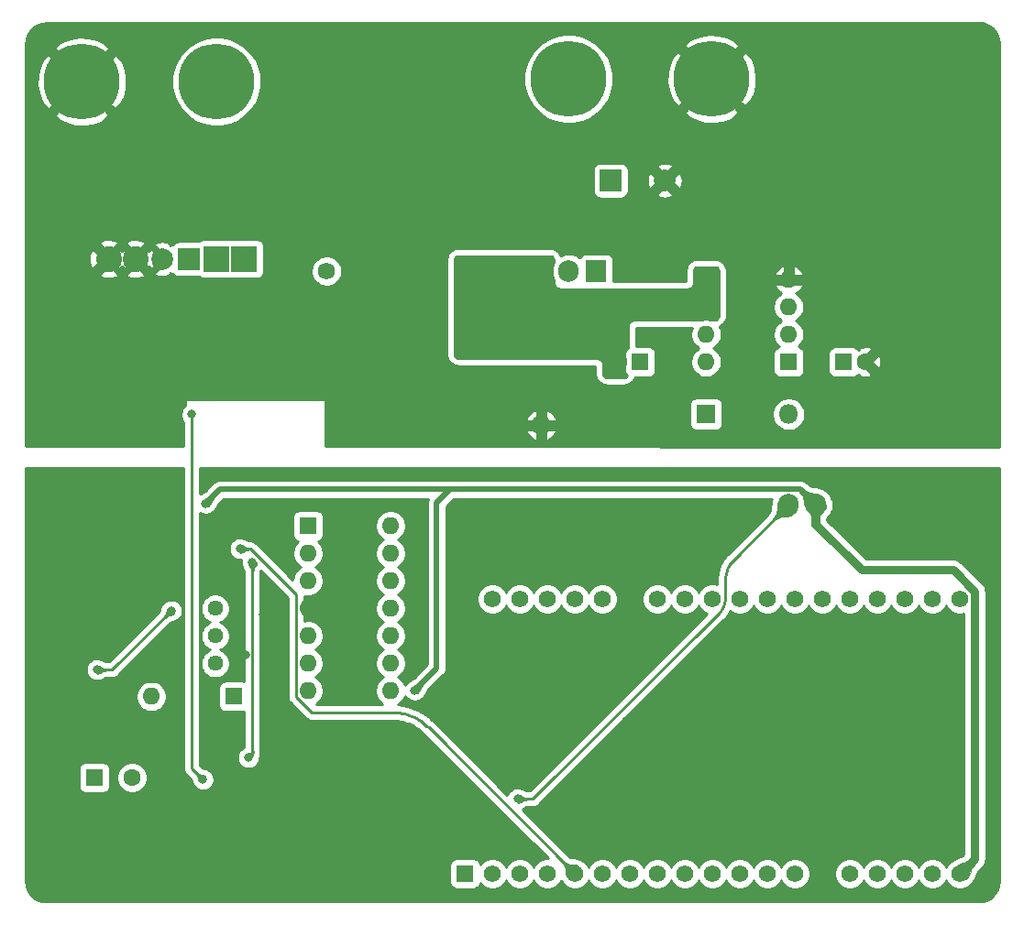
<source format=gbr>
%TF.GenerationSoftware,KiCad,Pcbnew,5.1.10*%
%TF.CreationDate,2021-11-24T03:02:33+13:00*%
%TF.ProjectId,buck_converter,6275636b-5f63-46f6-9e76-65727465722e,rev?*%
%TF.SameCoordinates,Original*%
%TF.FileFunction,Copper,L2,Bot*%
%TF.FilePolarity,Positive*%
%FSLAX46Y46*%
G04 Gerber Fmt 4.6, Leading zero omitted, Abs format (unit mm)*
G04 Created by KiCad (PCBNEW 5.1.10) date 2021-11-24 03:02:33*
%MOMM*%
%LPD*%
G01*
G04 APERTURE LIST*
%TA.AperFunction,ComponentPad*%
%ADD10C,1.560000*%
%TD*%
%TA.AperFunction,ComponentPad*%
%ADD11R,1.560000X1.560000*%
%TD*%
%TA.AperFunction,ComponentPad*%
%ADD12O,1.600000X1.600000*%
%TD*%
%TA.AperFunction,ComponentPad*%
%ADD13R,1.600000X1.600000*%
%TD*%
%TA.AperFunction,ComponentPad*%
%ADD14C,2.400000*%
%TD*%
%TA.AperFunction,ComponentPad*%
%ADD15R,2.400000X2.400000*%
%TD*%
%TA.AperFunction,ComponentPad*%
%ADD16C,2.000000*%
%TD*%
%TA.AperFunction,ComponentPad*%
%ADD17R,2.000000X2.000000*%
%TD*%
%TA.AperFunction,ComponentPad*%
%ADD18C,0.800000*%
%TD*%
%TA.AperFunction,ComponentPad*%
%ADD19C,7.000000*%
%TD*%
%TA.AperFunction,ComponentPad*%
%ADD20C,1.590000*%
%TD*%
%TA.AperFunction,ComponentPad*%
%ADD21O,1.800000X1.800000*%
%TD*%
%TA.AperFunction,ComponentPad*%
%ADD22R,1.800000X1.800000*%
%TD*%
%TA.AperFunction,ComponentPad*%
%ADD23C,1.440000*%
%TD*%
%TA.AperFunction,ComponentPad*%
%ADD24O,1.905000X2.000000*%
%TD*%
%TA.AperFunction,ComponentPad*%
%ADD25R,1.905000X2.000000*%
%TD*%
%TA.AperFunction,ComponentPad*%
%ADD26C,1.600000*%
%TD*%
%TA.AperFunction,ViaPad*%
%ADD27C,0.800000*%
%TD*%
%TA.AperFunction,Conductor*%
%ADD28C,0.250000*%
%TD*%
%TA.AperFunction,Conductor*%
%ADD29C,1.500000*%
%TD*%
%TA.AperFunction,Conductor*%
%ADD30C,0.500000*%
%TD*%
%TA.AperFunction,Conductor*%
%ADD31C,0.800000*%
%TD*%
%TA.AperFunction,Conductor*%
%ADD32C,0.254000*%
%TD*%
%TA.AperFunction,Conductor*%
%ADD33C,0.100000*%
%TD*%
%TA.AperFunction,Conductor*%
%ADD34C,0.025400*%
%TD*%
G04 APERTURE END LIST*
D10*
%TO.P,U6,38*%
%TO.N,Net-(U6-Pad38)*%
X-132016500Y79946500D03*
%TO.P,U6,37*%
%TO.N,Net-(U6-Pad37)*%
X-134556500Y79946500D03*
%TO.P,U6,36*%
%TO.N,Net-(U6-Pad36)*%
X-137096500Y79946500D03*
%TO.P,U6,35*%
%TO.N,Net-(U6-Pad35)*%
X-139636500Y79946500D03*
%TO.P,U6,34*%
%TO.N,Net-(U6-Pad34)*%
X-142176500Y79946500D03*
%TO.P,U6,33*%
%TO.N,Net-(U6-Pad33)*%
X-144716500Y79946500D03*
%TO.P,U6,32*%
%TO.N,Net-(U6-Pad32)*%
X-147256500Y79946500D03*
%TO.P,U6,31*%
%TO.N,Net-(U6-Pad31)*%
X-149796500Y79946500D03*
%TO.P,U6,30*%
%TO.N,Net-(U6-Pad30)*%
X-152336500Y79946500D03*
%TO.P,U6,29*%
%TO.N,Net-(U6-Pad29)*%
X-154876500Y79946500D03*
%TO.P,U6,28*%
%TO.N,Net-(U6-Pad28)*%
X-157416500Y79946500D03*
%TO.P,U6,27*%
%TO.N,Net-(U6-Pad27)*%
X-159956500Y79946500D03*
%TO.P,U6,26*%
%TO.N,GNDD*%
X-162496500Y79946500D03*
%TO.P,U6,25*%
%TO.N,Net-(U6-Pad25)*%
X-165036500Y79946500D03*
%TO.P,U6,24*%
%TO.N,Net-(U6-Pad24)*%
X-167576500Y79946500D03*
%TO.P,U6,23*%
%TO.N,Net-(U6-Pad23)*%
X-170116500Y79946500D03*
%TO.P,U6,22*%
%TO.N,Net-(U6-Pad22)*%
X-172656500Y79946500D03*
%TO.P,U6,21*%
%TO.N,Net-(U6-Pad21)*%
X-175196500Y79946500D03*
%TO.P,U6,20*%
%TO.N,GNDD*%
X-177736500Y79946500D03*
%TO.P,U6,18*%
%TO.N,Net-(U6-Pad18)*%
X-134556500Y54546500D03*
%TO.P,U6,17*%
%TO.N,Net-(U6-Pad17)*%
X-137096500Y54546500D03*
%TO.P,U6,16*%
%TO.N,Net-(U6-Pad16)*%
X-139636500Y54546500D03*
%TO.P,U6,15*%
%TO.N,Net-(U6-Pad15)*%
X-142176500Y54546500D03*
%TO.P,U6,14*%
%TO.N,GNDD*%
X-144716500Y54546500D03*
%TO.P,U6,13*%
%TO.N,Net-(U6-Pad13)*%
X-147256500Y54546500D03*
%TO.P,U6,12*%
%TO.N,Net-(U6-Pad12)*%
X-149796500Y54546500D03*
%TO.P,U6,11*%
%TO.N,PWM*%
X-152336500Y54546500D03*
%TO.P,U6,10*%
%TO.N,SDA*%
X-154876500Y54546500D03*
%TO.P,U6,9*%
%TO.N,SCL*%
X-157416500Y54546500D03*
%TO.P,U6,8*%
%TO.N,Net-(U6-Pad8)*%
X-159956500Y54546500D03*
%TO.P,U6,7*%
%TO.N,Net-(U6-Pad7)*%
X-162496500Y54546500D03*
%TO.P,U6,6*%
%TO.N,Net-(U6-Pad6)*%
X-165036500Y54546500D03*
%TO.P,U6,5*%
%TO.N,Avg_voltage*%
X-167576500Y54546500D03*
%TO.P,U6,4*%
%TO.N,V_supply*%
X-170116500Y54546500D03*
%TO.P,U6,3*%
%TO.N,load_sense*%
X-172656500Y54546500D03*
%TO.P,U6,19*%
%TO.N,+5V*%
X-132016500Y54546500D03*
%TO.P,U6,2*%
%TO.N,Net-(U6-Pad2)*%
X-175196500Y54546500D03*
D11*
%TO.P,U6,1*%
%TO.N,Net-(U6-Pad1)*%
X-177736500Y54546500D03*
%TD*%
D12*
%TO.P,U1,14*%
%TO.N,N/C*%
X-184607200Y86702900D03*
%TO.P,U1,7*%
%TO.N,Pk_voltage*%
X-192227200Y71462900D03*
%TO.P,U1,13*%
%TO.N,N/C*%
X-184607200Y84162900D03*
%TO.P,U1,6*%
%TO.N,Pk_voltage*%
X-192227200Y74002900D03*
%TO.P,U1,12*%
%TO.N,N/C*%
X-184607200Y81622900D03*
%TO.P,U1,5*%
%TO.N,Net-(C9-Pad2)*%
X-192227200Y76542900D03*
%TO.P,U1,11*%
%TO.N,+12V*%
X-184607200Y79082900D03*
%TO.P,U1,4*%
%TO.N,GNDD*%
X-192227200Y79082900D03*
%TO.P,U1,10*%
%TO.N,N/C*%
X-184607200Y76542900D03*
%TO.P,U1,3*%
%TO.N,Net-(R1-Pad2)*%
X-192227200Y81622900D03*
%TO.P,U1,9*%
%TO.N,N/C*%
X-184607200Y74002900D03*
%TO.P,U1,2*%
%TO.N,Net-(R13-Pad2)*%
X-192227200Y84162900D03*
%TO.P,U1,8*%
%TO.N,N/C*%
X-184607200Y71462900D03*
D13*
%TO.P,U1,1*%
%TO.N,Net-(R13-Pad2)*%
X-192227200Y86702900D03*
%TD*%
D14*
%TO.P,C16,2*%
%TO.N,GND*%
X-210629500Y111379000D03*
D15*
%TO.P,C16,1*%
%TO.N,V_load*%
X-198120000Y111379000D03*
D16*
%TO.P,C16,2*%
%TO.N,GND*%
X-205700000Y111379000D03*
D17*
%TO.P,C16,1*%
%TO.N,V_load*%
X-203200000Y111379000D03*
D15*
X-200660000Y111379000D03*
D14*
%TO.P,C16,2*%
%TO.N,GND*%
X-208160000Y111379000D03*
%TD*%
D18*
%TO.P,OUT  -,1*%
%TO.N,GND*%
X-211249845Y129618155D03*
X-213106000Y130387000D03*
X-214962155Y129618155D03*
X-215731000Y127762000D03*
X-214962155Y125905845D03*
X-213106000Y125137000D03*
X-211249845Y125905845D03*
X-210481000Y127762000D03*
D19*
X-213106000Y127762000D03*
%TD*%
D18*
%TO.P,OUT +,1*%
%TO.N,V_load*%
X-198803845Y129618155D03*
X-200660000Y130387000D03*
X-202516155Y129618155D03*
X-203285000Y127762000D03*
X-202516155Y125905845D03*
X-200660000Y125137000D03*
X-198803845Y125905845D03*
X-198035000Y127762000D03*
D19*
X-200660000Y127762000D03*
%TD*%
D18*
%TO.P,IN +,1*%
%TO.N,+12V*%
X-166291845Y129872155D03*
X-168148000Y130641000D03*
X-170004155Y129872155D03*
X-170773000Y128016000D03*
X-170004155Y126159845D03*
X-168148000Y125391000D03*
X-166291845Y126159845D03*
X-165523000Y128016000D03*
D19*
X-168148000Y128016000D03*
%TD*%
D18*
%TO.P,IN -,1*%
%TO.N,GND*%
X-153083845Y129872155D03*
X-154940000Y130641000D03*
X-156796155Y129872155D03*
X-157565000Y128016000D03*
X-156796155Y126159845D03*
X-154940000Y125391000D03*
X-153083845Y126159845D03*
X-152315000Y128016000D03*
D19*
X-154940000Y128016000D03*
%TD*%
D20*
%TO.P,INDUCTOR,2*%
%TO.N,/sen_p*%
X-190500000Y110236000D03*
%TO.P,INDUCTOR,1*%
%TO.N,Net-(C12-Pad2)*%
X-177546000Y110236000D03*
%TD*%
D21*
%TO.P,D3,2*%
%TO.N,GND*%
X-170688000Y96012000D03*
D22*
%TO.P,D3,1*%
%TO.N,Net-(C12-Pad2)*%
X-170688000Y103632000D03*
%TD*%
D21*
%TO.P,D2,2*%
%TO.N,+12V*%
X-147828000Y97028000D03*
D22*
%TO.P,D2,1*%
%TO.N,Net-(C12-Pad1)*%
X-155448000Y97028000D03*
%TD*%
D23*
%TO.P,RV1,3*%
%TO.N,Net-(RV1-Pad3)*%
X-200787000Y79057500D03*
%TO.P,RV1,2*%
%TO.N,Net-(C9-Pad2)*%
X-200787000Y76517500D03*
%TO.P,RV1,1*%
%TO.N,Net-(D1-Pad1)*%
X-200787000Y73977500D03*
%TD*%
D12*
%TO.P,D1,2*%
%TO.N,Net-(D1-Pad2)*%
X-206692500Y70929500D03*
D13*
%TO.P,D1,1*%
%TO.N,Net-(D1-Pad1)*%
X-199072500Y70929500D03*
%TD*%
D12*
%TO.P,U7,8*%
%TO.N,Net-(C12-Pad1)*%
X-155448000Y101854000D03*
%TO.P,U7,4*%
%TO.N,GND*%
X-147828000Y109474000D03*
%TO.P,U7,7*%
%TO.N,Net-(R6-Pad2)*%
X-155448000Y104394000D03*
%TO.P,U7,3*%
%TO.N,Net-(U7-Pad3)*%
X-147828000Y106934000D03*
%TO.P,U7,6*%
%TO.N,Net-(C12-Pad2)*%
X-155448000Y106934000D03*
%TO.P,U7,2*%
%TO.N,PWM*%
X-147828000Y104394000D03*
%TO.P,U7,5*%
%TO.N,Net-(C12-Pad2)*%
X-155448000Y109474000D03*
D13*
%TO.P,U7,1*%
%TO.N,+12V*%
X-147828000Y101854000D03*
%TD*%
D24*
%TO.P,U4,3*%
%TO.N,+12V*%
X-147853400Y88633300D03*
%TO.P,U4,2*%
%TO.N,+5V*%
X-145313400Y88633300D03*
D25*
%TO.P,U4,1*%
%TO.N,GNDD*%
X-142773400Y88633300D03*
%TD*%
D24*
%TO.P,Q1,3*%
%TO.N,Net-(C12-Pad2)*%
X-170688000Y110236000D03*
%TO.P,Q1,2*%
%TO.N,+12V*%
X-168148000Y110236000D03*
D25*
%TO.P,Q1,1*%
%TO.N,Net-(Q1-Pad1)*%
X-165608000Y110236000D03*
%TD*%
D26*
%TO.P,C12,2*%
%TO.N,Net-(C12-Pad2)*%
X-163544000Y101854000D03*
D13*
%TO.P,C12,1*%
%TO.N,Net-(C12-Pad1)*%
X-161544000Y101854000D03*
%TD*%
D26*
%TO.P,C11,2*%
%TO.N,GND*%
X-140748000Y101854000D03*
D13*
%TO.P,C11,1*%
%TO.N,+12V*%
X-142748000Y101854000D03*
%TD*%
D26*
%TO.P,C7,2*%
%TO.N,Net-(C7-Pad2)*%
X-208463000Y63436500D03*
D13*
%TO.P,C7,1*%
%TO.N,Sense_ripple*%
X-211963000Y63436500D03*
%TD*%
D16*
%TO.P,C3,2*%
%TO.N,GND*%
X-159258000Y118618000D03*
D17*
%TO.P,C3,1*%
%TO.N,+12V*%
X-164258000Y118618000D03*
%TD*%
D27*
%TO.N,Avg_voltage*%
X-198501000Y84582000D03*
%TO.N,GNDD*%
X-166243000Y58293000D03*
X-168529000Y61468000D03*
X-197993000Y74803000D03*
X-199771000Y81661000D03*
X-196342000Y78486000D03*
X-195834000Y85471000D03*
X-204343000Y85852000D03*
X-206756000Y78613000D03*
X-212598000Y80391000D03*
X-215900000Y79629000D03*
X-213487000Y72771000D03*
X-190627000Y78994000D03*
X-194691000Y71374000D03*
X-193929000Y63246000D03*
X-177800000Y88646000D03*
X-172800000Y88646000D03*
X-167800000Y88646000D03*
X-162800000Y88646000D03*
X-157800000Y88646000D03*
X-177800000Y84646000D03*
X-172800000Y84646000D03*
X-167800000Y84646000D03*
X-162800000Y84646000D03*
X-157800000Y84646000D03*
X-177800000Y76708000D03*
X-172800000Y76708000D03*
X-167800000Y76708000D03*
X-162800000Y76708000D03*
X-157800000Y76708000D03*
X-152800000Y76708000D03*
X-147800000Y76708000D03*
X-177800000Y72708000D03*
X-172800000Y72708000D03*
X-167800000Y72708000D03*
X-162800000Y72708000D03*
X-157800000Y72708000D03*
X-152800000Y72708000D03*
X-177800000Y68708000D03*
X-172800000Y68708000D03*
X-167800000Y68708000D03*
X-162800000Y68708000D03*
X-157800000Y68708000D03*
X-152800000Y68708000D03*
X-172800000Y64708000D03*
X-162800000Y64708000D03*
X-157800000Y64708000D03*
X-152800000Y64708000D03*
X-142800000Y76708000D03*
X-137800000Y76708000D03*
X-147800000Y72708000D03*
X-142800000Y72708000D03*
X-137800000Y72708000D03*
X-147800000Y68708000D03*
X-142800000Y68708000D03*
X-137800000Y68708000D03*
X-147800000Y64708000D03*
X-137800000Y64708000D03*
X-136652000Y88646000D03*
X-131652000Y88646000D03*
X-136652000Y84646000D03*
X-131652000Y84646000D03*
%TO.N,load_sense*%
X-201930000Y63246000D03*
X-202946000Y97028000D03*
%TO.N,+12V*%
X-172847000Y61468000D03*
X-204851000Y78867000D03*
X-211709000Y73406000D03*
%TO.N,GND*%
X-147828000Y130556000D03*
X-142828000Y130556000D03*
X-137828000Y130556000D03*
X-132828000Y130556000D03*
X-147828000Y125556000D03*
X-142828000Y125556000D03*
X-137828000Y125556000D03*
X-132828000Y125556000D03*
X-147828000Y120556000D03*
X-142828000Y120556000D03*
X-137828000Y120556000D03*
X-132828000Y120556000D03*
X-147828000Y115556000D03*
X-142828000Y115556000D03*
X-137828000Y115556000D03*
X-132828000Y115556000D03*
X-142828000Y110556000D03*
X-137828000Y110556000D03*
X-132828000Y110556000D03*
X-132828000Y105556000D03*
X-132828000Y100556000D03*
X-215646000Y120650000D03*
X-210646000Y120650000D03*
X-215646000Y115650000D03*
X-210646000Y115650000D03*
X-215646000Y105650000D03*
X-215646000Y110650000D03*
X-210646000Y105650000D03*
X-215646000Y100650000D03*
X-210646000Y100650000D03*
%TO.N,+5V*%
X-201676000Y88773000D03*
X-182372000Y71501000D03*
%TO.N,V_ref*%
X-197739000Y65278000D03*
X-197358000Y83312000D03*
%TD*%
D28*
%TO.N,Avg_voltage*%
X-193352201Y80379203D02*
X-193352201Y70922899D01*
X-197554998Y84582000D02*
X-193352201Y80379203D01*
X-198501000Y84582000D02*
X-197554998Y84582000D01*
X-184499000Y69469000D02*
X-191898302Y69469000D01*
X-184499000Y69469000D02*
X-184262080Y69463183D01*
X-184262080Y69463183D02*
X-184025731Y69445749D01*
X-184025731Y69445749D02*
X-183790522Y69416739D01*
X-183790522Y69416739D02*
X-183557020Y69376223D01*
X-183557020Y69376223D02*
X-183325787Y69324298D01*
X-183325787Y69324298D02*
X-183097381Y69261089D01*
X-183097381Y69261089D02*
X-182872351Y69186749D01*
X-182872351Y69186749D02*
X-182651240Y69101457D01*
X-182651240Y69101457D02*
X-182434581Y69005419D01*
X-182434581Y69005419D02*
X-182222894Y68898865D01*
X-182222894Y68898865D02*
X-182016691Y68782052D01*
X-182016691Y68782052D02*
X-181816469Y68655263D01*
X-181816469Y68655263D02*
X-181622708Y68518801D01*
X-181622708Y68518801D02*
X-181435877Y68372997D01*
X-181435877Y68372997D02*
X-181256425Y68218201D01*
X-181256425Y68218201D02*
X-181084786Y68054786D01*
X-181084786Y68054786D02*
X-167576500Y54546500D01*
X-193352201Y70922899D02*
X-191898302Y69469000D01*
%TO.N,load_sense*%
X-202946000Y64262000D02*
X-202946000Y97028000D01*
X-201930000Y63246000D02*
X-202946000Y64262000D01*
D29*
%TO.N,+12V*%
X-147828000Y88658700D02*
X-147853400Y88633300D01*
D30*
X-147853400Y88633300D02*
X-147853400Y87858600D01*
D28*
X-210312000Y73406000D02*
X-211709000Y73406000D01*
X-204851000Y78867000D02*
X-210312000Y73406000D01*
X-171450000Y61468000D02*
X-172847000Y61468000D01*
X-154377106Y78540893D02*
X-171450000Y61468000D01*
X-154377106Y78540893D02*
X-154295398Y78626712D01*
X-154295398Y78626712D02*
X-154218000Y78716438D01*
X-154218000Y78716438D02*
X-154145098Y78809854D01*
X-154145098Y78809854D02*
X-154076867Y78906734D01*
X-154076867Y78906734D02*
X-154013472Y79006845D01*
X-154013472Y79006845D02*
X-153955066Y79109947D01*
X-153955066Y79109947D02*
X-153901789Y79215790D01*
X-153901789Y79215790D02*
X-153853770Y79324120D01*
X-153853770Y79324120D02*
X-153811124Y79434675D01*
X-153811124Y79434675D02*
X-153773954Y79547190D01*
X-153773954Y79547190D02*
X-153742350Y79661393D01*
X-153742350Y79661393D02*
X-153716387Y79777010D01*
X-153716387Y79777010D02*
X-153696129Y79893761D01*
X-153696129Y79893761D02*
X-153681624Y80011365D01*
X-153681624Y80011365D02*
X-153672907Y80129540D01*
X-153672907Y80129540D02*
X-153670000Y80248000D01*
X-152962893Y83523806D02*
X-147853400Y88633300D01*
X-152962893Y83523806D02*
X-153044600Y83437985D01*
X-153044600Y83437985D02*
X-153121998Y83348260D01*
X-153121998Y83348260D02*
X-153194900Y83254844D01*
X-153194900Y83254844D02*
X-153263131Y83157964D01*
X-153263131Y83157964D02*
X-153326526Y83057853D01*
X-153326526Y83057853D02*
X-153384932Y82954751D01*
X-153384932Y82954751D02*
X-153438209Y82848908D01*
X-153438209Y82848908D02*
X-153486228Y82740579D01*
X-153486228Y82740579D02*
X-153528874Y82630023D01*
X-153528874Y82630023D02*
X-153566044Y82517508D01*
X-153566044Y82517508D02*
X-153597648Y82403305D01*
X-153597648Y82403305D02*
X-153623611Y82287689D01*
X-153623611Y82287689D02*
X-153643869Y82170938D01*
X-153643869Y82170938D02*
X-153658374Y82053334D01*
X-153658374Y82053334D02*
X-153667091Y81935159D01*
X-153667091Y81935159D02*
X-153670000Y81816700D01*
X-153670000Y81816700D02*
X-153670000Y80248000D01*
D31*
%TO.N,+5V*%
X-130636499Y55926501D02*
X-132016500Y54546500D01*
X-130636499Y80608901D02*
X-130636499Y55926501D01*
X-141097000Y82616900D02*
X-132644498Y82616900D01*
X-145313400Y86833300D02*
X-141097000Y82616900D01*
X-132644498Y82616900D02*
X-130636499Y80608901D01*
X-145313400Y88633300D02*
X-145313400Y86833300D01*
D30*
X-200365690Y90083310D02*
X-201676000Y88773000D01*
X-145313400Y88633300D02*
X-146763410Y90083310D01*
X-180807690Y90083310D02*
X-200365690Y90083310D01*
X-182372000Y71501000D02*
X-180340000Y73533000D01*
X-180340000Y88853620D02*
X-179110310Y90083310D01*
X-180340000Y73533000D02*
X-180340000Y88853620D01*
X-179110310Y90083310D02*
X-180807690Y90083310D01*
X-146763410Y90083310D02*
X-179110310Y90083310D01*
D28*
%TO.N,V_ref*%
X-197358000Y65659000D02*
X-197739000Y65278000D01*
X-197358000Y83312000D02*
X-197358000Y65659000D01*
%TD*%
D32*
%TO.N,GND*%
X-129937455Y133159091D02*
X-129586792Y133053220D01*
X-129263375Y132881256D01*
X-128979516Y132649746D01*
X-128746035Y132367514D01*
X-128571817Y132045305D01*
X-128463498Y131695386D01*
X-128422000Y131300557D01*
X-128422000Y93980734D01*
X-190627000Y94066356D01*
X-190627000Y95410660D01*
X-172100324Y95410660D01*
X-171955871Y95146684D01*
X-171762694Y94915961D01*
X-171528217Y94727359D01*
X-171289337Y94599690D01*
X-171061000Y94687260D01*
X-171061000Y95639000D01*
X-170315000Y95639000D01*
X-170315000Y94687260D01*
X-170086663Y94599690D01*
X-169847783Y94727359D01*
X-169613306Y94915961D01*
X-169420129Y95146684D01*
X-169275676Y95410660D01*
X-169357744Y95639000D01*
X-170315000Y95639000D01*
X-171061000Y95639000D01*
X-172018256Y95639000D01*
X-172100324Y95410660D01*
X-190627000Y95410660D01*
X-190627000Y96613340D01*
X-172100324Y96613340D01*
X-172018256Y96385000D01*
X-171061000Y96385000D01*
X-171061000Y97336740D01*
X-170315000Y97336740D01*
X-170315000Y96385000D01*
X-169357744Y96385000D01*
X-169275676Y96613340D01*
X-169420129Y96877316D01*
X-169613306Y97108039D01*
X-169847783Y97296641D01*
X-170086663Y97424310D01*
X-170315000Y97336740D01*
X-171061000Y97336740D01*
X-171289337Y97424310D01*
X-171528217Y97296641D01*
X-171762694Y97108039D01*
X-171955871Y96877316D01*
X-172100324Y96613340D01*
X-190627000Y96613340D01*
X-190627000Y97928000D01*
X-156986072Y97928000D01*
X-156986072Y96128000D01*
X-156973812Y96003518D01*
X-156937502Y95883820D01*
X-156878537Y95773506D01*
X-156799185Y95676815D01*
X-156702494Y95597463D01*
X-156592180Y95538498D01*
X-156472482Y95502188D01*
X-156348000Y95489928D01*
X-154548000Y95489928D01*
X-154423518Y95502188D01*
X-154303820Y95538498D01*
X-154193506Y95597463D01*
X-154096815Y95676815D01*
X-154017463Y95773506D01*
X-153958498Y95883820D01*
X-153922188Y96003518D01*
X-153909928Y96128000D01*
X-153909928Y97179184D01*
X-149363000Y97179184D01*
X-149363000Y96876816D01*
X-149304011Y96580257D01*
X-149188299Y96300905D01*
X-149020312Y96049495D01*
X-148806505Y95835688D01*
X-148555095Y95667701D01*
X-148275743Y95551989D01*
X-147979184Y95493000D01*
X-147676816Y95493000D01*
X-147380257Y95551989D01*
X-147100905Y95667701D01*
X-146849495Y95835688D01*
X-146635688Y96049495D01*
X-146467701Y96300905D01*
X-146351989Y96580257D01*
X-146293000Y96876816D01*
X-146293000Y97179184D01*
X-146351989Y97475743D01*
X-146467701Y97755095D01*
X-146635688Y98006505D01*
X-146849495Y98220312D01*
X-147100905Y98388299D01*
X-147380257Y98504011D01*
X-147676816Y98563000D01*
X-147979184Y98563000D01*
X-148275743Y98504011D01*
X-148555095Y98388299D01*
X-148806505Y98220312D01*
X-149020312Y98006505D01*
X-149188299Y97755095D01*
X-149304011Y97475743D01*
X-149363000Y97179184D01*
X-153909928Y97179184D01*
X-153909928Y97928000D01*
X-153922188Y98052482D01*
X-153958498Y98172180D01*
X-154017463Y98282494D01*
X-154096815Y98379185D01*
X-154193506Y98458537D01*
X-154303820Y98517502D01*
X-154423518Y98553812D01*
X-154548000Y98566072D01*
X-156348000Y98566072D01*
X-156472482Y98553812D01*
X-156592180Y98517502D01*
X-156702494Y98458537D01*
X-156799185Y98379185D01*
X-156878537Y98282494D01*
X-156937502Y98172180D01*
X-156973812Y98052482D01*
X-156986072Y97928000D01*
X-190627000Y97928000D01*
X-190627000Y98298000D01*
X-190629440Y98322776D01*
X-190636667Y98346601D01*
X-190648403Y98368557D01*
X-190664197Y98387803D01*
X-190683443Y98403597D01*
X-190705399Y98415333D01*
X-190729224Y98422560D01*
X-190754000Y98425000D01*
X-203454000Y98425000D01*
X-203478776Y98422560D01*
X-203502601Y98415333D01*
X-203524557Y98403597D01*
X-203543803Y98387803D01*
X-203559597Y98368557D01*
X-203571333Y98346601D01*
X-203578560Y98322776D01*
X-203581000Y98298000D01*
X-203581000Y97848490D01*
X-203605774Y97831937D01*
X-203749937Y97687774D01*
X-203863205Y97518256D01*
X-203941226Y97329898D01*
X-203981000Y97129939D01*
X-203981000Y96926061D01*
X-203972624Y96883953D01*
X-203971817Y96872163D01*
X-203956895Y96772132D01*
X-203935995Y96681978D01*
X-203902963Y96579740D01*
X-203872162Y96506317D01*
X-203830962Y96425015D01*
X-203793563Y96362746D01*
X-203765034Y96319367D01*
X-203724334Y96262675D01*
X-203707578Y96239336D01*
X-203705999Y96216272D01*
X-203705999Y94084359D01*
X-218288000Y94104431D01*
X-218288000Y109953240D01*
X-211527758Y109953240D01*
X-211389134Y109698867D01*
X-211046761Y109582953D01*
X-210688352Y109536060D01*
X-210327681Y109559990D01*
X-209978610Y109653824D01*
X-209869866Y109698867D01*
X-209731242Y109953240D01*
X-209058258Y109953240D01*
X-208919634Y109698867D01*
X-208577261Y109582953D01*
X-208218852Y109536060D01*
X-207858181Y109559990D01*
X-207509110Y109653824D01*
X-207400366Y109698867D01*
X-207261742Y109953240D01*
X-208160000Y110851498D01*
X-209058258Y109953240D01*
X-209731242Y109953240D01*
X-210629500Y110851498D01*
X-211527758Y109953240D01*
X-218288000Y109953240D01*
X-218288000Y111437852D01*
X-212472440Y111437852D01*
X-212448510Y111077181D01*
X-212354676Y110728110D01*
X-212309633Y110619366D01*
X-212055260Y110480742D01*
X-211157002Y111379000D01*
X-210101998Y111379000D01*
X-209991718Y111268720D01*
X-209979010Y111077181D01*
X-209885176Y110728110D01*
X-209840133Y110619366D01*
X-209585760Y110480742D01*
X-209394750Y110671752D01*
X-209203740Y110480742D01*
X-208949367Y110619366D01*
X-208833453Y110961739D01*
X-208792612Y111273890D01*
X-208687502Y111379000D01*
X-207632498Y111379000D01*
X-207309553Y111056055D01*
X-207221960Y110760297D01*
X-207213678Y110740302D01*
X-206979527Y110626974D01*
X-206930000Y110676502D01*
X-206734240Y110480742D01*
X-206479867Y110619366D01*
X-206363953Y110961739D01*
X-206321682Y111284820D01*
X-206227502Y111379000D01*
X-206327607Y111479105D01*
X-206340990Y111680819D01*
X-206434824Y112029890D01*
X-206479867Y112138634D01*
X-206734240Y112277258D01*
X-206930000Y112081498D01*
X-206979527Y112131026D01*
X-207213678Y112017698D01*
X-207309197Y111710123D01*
X-207310116Y111701382D01*
X-207632498Y111379000D01*
X-208687502Y111379000D01*
X-208797782Y111489280D01*
X-208810490Y111680819D01*
X-208904324Y112029890D01*
X-208949367Y112138634D01*
X-209203740Y112277258D01*
X-209394750Y112086248D01*
X-209585760Y112277258D01*
X-209840133Y112138634D01*
X-209956047Y111796261D01*
X-209996888Y111484110D01*
X-210101998Y111379000D01*
X-211157002Y111379000D01*
X-212055260Y112277258D01*
X-212309633Y112138634D01*
X-212425547Y111796261D01*
X-212472440Y111437852D01*
X-218288000Y111437852D01*
X-218288000Y112804760D01*
X-211527758Y112804760D01*
X-210629500Y111906502D01*
X-209731242Y112804760D01*
X-209058258Y112804760D01*
X-208160000Y111906502D01*
X-207407975Y112658527D01*
X-206452026Y112658527D01*
X-205700000Y111906502D01*
X-205685858Y111920644D01*
X-205158356Y111393142D01*
X-205172498Y111379000D01*
X-205158356Y111364858D01*
X-205685858Y110837356D01*
X-205700000Y110851498D01*
X-206452026Y110099473D01*
X-206338698Y109865322D01*
X-206031123Y109769803D01*
X-205710822Y109736125D01*
X-205390105Y109765582D01*
X-205081297Y109857040D01*
X-205061302Y109865322D01*
X-204947975Y110099470D01*
X-204802473Y109953968D01*
X-204731024Y110025417D01*
X-204730537Y110024506D01*
X-204651185Y109927815D01*
X-204554494Y109848463D01*
X-204444180Y109789498D01*
X-204324482Y109753188D01*
X-204200000Y109740928D01*
X-202321947Y109740928D01*
X-202311185Y109727815D01*
X-202214494Y109648463D01*
X-202104180Y109589498D01*
X-201984482Y109553188D01*
X-201860000Y109540928D01*
X-199460000Y109540928D01*
X-199390000Y109547822D01*
X-199320000Y109540928D01*
X-196920000Y109540928D01*
X-196795518Y109553188D01*
X-196675820Y109589498D01*
X-196565506Y109648463D01*
X-196468815Y109727815D01*
X-196389463Y109824506D01*
X-196330498Y109934820D01*
X-196294188Y110054518D01*
X-196281928Y110179000D01*
X-196281928Y110376843D01*
X-191930000Y110376843D01*
X-191930000Y110095157D01*
X-191875046Y109818884D01*
X-191767249Y109558641D01*
X-191610753Y109324428D01*
X-191411572Y109125247D01*
X-191177359Y108968751D01*
X-190917116Y108860954D01*
X-190640843Y108806000D01*
X-190359157Y108806000D01*
X-190082884Y108860954D01*
X-189822641Y108968751D01*
X-189588428Y109125247D01*
X-189389247Y109324428D01*
X-189232751Y109558641D01*
X-189124954Y109818884D01*
X-189070000Y110095157D01*
X-189070000Y110376843D01*
X-189124954Y110653116D01*
X-189232751Y110913359D01*
X-189389247Y111147572D01*
X-189501675Y111260000D01*
X-179451000Y111260000D01*
X-179451000Y102608000D01*
X-179445568Y102525117D01*
X-179428531Y102395707D01*
X-179385627Y102235586D01*
X-179335677Y102114996D01*
X-179252790Y101971433D01*
X-179173330Y101867880D01*
X-179056120Y101750670D01*
X-178952567Y101671210D01*
X-178809004Y101588323D01*
X-178688414Y101538373D01*
X-178528293Y101495469D01*
X-178398883Y101478432D01*
X-178316000Y101473000D01*
X-165735000Y101473000D01*
X-165735000Y100830000D01*
X-165729568Y100747117D01*
X-165712531Y100617707D01*
X-165669627Y100457586D01*
X-165619677Y100336996D01*
X-165536790Y100193433D01*
X-165457330Y100089880D01*
X-165340120Y99972670D01*
X-165236567Y99893210D01*
X-165093004Y99810323D01*
X-164972414Y99760373D01*
X-164812293Y99717469D01*
X-164682883Y99700432D01*
X-164600000Y99695000D01*
X-163060000Y99695000D01*
X-162977117Y99700432D01*
X-162847707Y99717469D01*
X-162687586Y99760373D01*
X-162566996Y99810323D01*
X-162423433Y99893210D01*
X-162319880Y99972670D01*
X-162202670Y100089880D01*
X-162123210Y100193433D01*
X-162040323Y100336996D01*
X-162007628Y100415928D01*
X-160744000Y100415928D01*
X-160619518Y100428188D01*
X-160499820Y100464498D01*
X-160389506Y100523463D01*
X-160292815Y100602815D01*
X-160213463Y100699506D01*
X-160154498Y100809820D01*
X-160118188Y100929518D01*
X-160105928Y101054000D01*
X-160105928Y102654000D01*
X-160118188Y102778482D01*
X-160154498Y102898180D01*
X-160213463Y103008494D01*
X-160292815Y103105185D01*
X-160389506Y103184537D01*
X-160499820Y103243502D01*
X-160619518Y103279812D01*
X-160744000Y103292072D01*
X-161925000Y103292072D01*
X-161925000Y105029000D01*
X-156738207Y105029000D01*
X-156827853Y104812574D01*
X-156883000Y104535335D01*
X-156883000Y104252665D01*
X-156827853Y103975426D01*
X-156719680Y103714273D01*
X-156562637Y103479241D01*
X-156362759Y103279363D01*
X-156130241Y103124000D01*
X-156362759Y102968637D01*
X-156562637Y102768759D01*
X-156719680Y102533727D01*
X-156827853Y102272574D01*
X-156883000Y101995335D01*
X-156883000Y101712665D01*
X-156827853Y101435426D01*
X-156719680Y101174273D01*
X-156562637Y100939241D01*
X-156362759Y100739363D01*
X-156127727Y100582320D01*
X-155866574Y100474147D01*
X-155589335Y100419000D01*
X-155306665Y100419000D01*
X-155029426Y100474147D01*
X-154768273Y100582320D01*
X-154533241Y100739363D01*
X-154333363Y100939241D01*
X-154176320Y101174273D01*
X-154068147Y101435426D01*
X-154013000Y101712665D01*
X-154013000Y101995335D01*
X-154068147Y102272574D01*
X-154176320Y102533727D01*
X-154256683Y102654000D01*
X-149266072Y102654000D01*
X-149266072Y101054000D01*
X-149253812Y100929518D01*
X-149217502Y100809820D01*
X-149158537Y100699506D01*
X-149079185Y100602815D01*
X-148982494Y100523463D01*
X-148872180Y100464498D01*
X-148752482Y100428188D01*
X-148628000Y100415928D01*
X-147028000Y100415928D01*
X-146903518Y100428188D01*
X-146783820Y100464498D01*
X-146673506Y100523463D01*
X-146576815Y100602815D01*
X-146497463Y100699506D01*
X-146438498Y100809820D01*
X-146402188Y100929518D01*
X-146389928Y101054000D01*
X-146389928Y102654000D01*
X-144186072Y102654000D01*
X-144186072Y101054000D01*
X-144173812Y100929518D01*
X-144137502Y100809820D01*
X-144078537Y100699506D01*
X-143999185Y100602815D01*
X-143902494Y100523463D01*
X-143792180Y100464498D01*
X-143672482Y100428188D01*
X-143548000Y100415928D01*
X-141948000Y100415928D01*
X-141823518Y100428188D01*
X-141703820Y100464498D01*
X-141593506Y100523463D01*
X-141517877Y100585530D01*
X-141503421Y100571074D01*
X-141352423Y100722072D01*
X-141264941Y100507906D01*
X-140992398Y100432920D01*
X-140710463Y100412546D01*
X-140429970Y100447566D01*
X-140231059Y100507906D01*
X-140143576Y100722074D01*
X-140748000Y101326498D01*
X-140762142Y101312356D01*
X-141289644Y101839858D01*
X-141275502Y101854000D01*
X-140220498Y101854000D01*
X-139616074Y101249576D01*
X-139401906Y101337059D01*
X-139326920Y101609602D01*
X-139306546Y101891537D01*
X-139341566Y102172030D01*
X-139401906Y102370941D01*
X-139616074Y102458424D01*
X-140220498Y101854000D01*
X-141275502Y101854000D01*
X-141289644Y101868142D01*
X-140762142Y102395644D01*
X-140748000Y102381502D01*
X-140143576Y102985926D01*
X-140231059Y103200094D01*
X-140503602Y103275080D01*
X-140785537Y103295454D01*
X-141066030Y103260434D01*
X-141264941Y103200094D01*
X-141352423Y102985928D01*
X-141503421Y103136926D01*
X-141517877Y103122470D01*
X-141593506Y103184537D01*
X-141703820Y103243502D01*
X-141823518Y103279812D01*
X-141948000Y103292072D01*
X-143548000Y103292072D01*
X-143672482Y103279812D01*
X-143792180Y103243502D01*
X-143902494Y103184537D01*
X-143999185Y103105185D01*
X-144078537Y103008494D01*
X-144137502Y102898180D01*
X-144173812Y102778482D01*
X-144186072Y102654000D01*
X-146389928Y102654000D01*
X-146402188Y102778482D01*
X-146438498Y102898180D01*
X-146497463Y103008494D01*
X-146576815Y103105185D01*
X-146673506Y103184537D01*
X-146783820Y103243502D01*
X-146903518Y103279812D01*
X-146911961Y103280643D01*
X-146713363Y103479241D01*
X-146556320Y103714273D01*
X-146448147Y103975426D01*
X-146393000Y104252665D01*
X-146393000Y104535335D01*
X-146448147Y104812574D01*
X-146556320Y105073727D01*
X-146713363Y105308759D01*
X-146913241Y105508637D01*
X-147145759Y105664000D01*
X-146913241Y105819363D01*
X-146713363Y106019241D01*
X-146556320Y106254273D01*
X-146448147Y106515426D01*
X-146393000Y106792665D01*
X-146393000Y107075335D01*
X-146448147Y107352574D01*
X-146556320Y107613727D01*
X-146713363Y107848759D01*
X-146913241Y108048637D01*
X-147148273Y108205680D01*
X-147160413Y108210708D01*
X-146998444Y108303059D01*
X-146785944Y108487397D01*
X-146613490Y108709649D01*
X-146517735Y108888825D01*
X-146607473Y109101000D01*
X-147455000Y109101000D01*
X-147455000Y109081000D01*
X-148201000Y109081000D01*
X-148201000Y109101000D01*
X-149048527Y109101000D01*
X-149138265Y108888825D01*
X-149042510Y108709649D01*
X-148870056Y108487397D01*
X-148657556Y108303059D01*
X-148495587Y108210708D01*
X-148507727Y108205680D01*
X-148742759Y108048637D01*
X-148942637Y107848759D01*
X-149099680Y107613727D01*
X-149207853Y107352574D01*
X-149263000Y107075335D01*
X-149263000Y106792665D01*
X-149207853Y106515426D01*
X-149099680Y106254273D01*
X-148942637Y106019241D01*
X-148742759Y105819363D01*
X-148510241Y105664000D01*
X-148742759Y105508637D01*
X-148942637Y105308759D01*
X-149099680Y105073727D01*
X-149207853Y104812574D01*
X-149263000Y104535335D01*
X-149263000Y104252665D01*
X-149207853Y103975426D01*
X-149099680Y103714273D01*
X-148942637Y103479241D01*
X-148744039Y103280643D01*
X-148752482Y103279812D01*
X-148872180Y103243502D01*
X-148982494Y103184537D01*
X-149079185Y103105185D01*
X-149158537Y103008494D01*
X-149217502Y102898180D01*
X-149253812Y102778482D01*
X-149266072Y102654000D01*
X-154256683Y102654000D01*
X-154333363Y102768759D01*
X-154533241Y102968637D01*
X-154765759Y103124000D01*
X-154533241Y103279363D01*
X-154333363Y103479241D01*
X-154176320Y103714273D01*
X-154068147Y103975426D01*
X-154013000Y104252665D01*
X-154013000Y104535335D01*
X-154068147Y104812574D01*
X-154176320Y105073727D01*
X-154215146Y105131834D01*
X-154184996Y105144323D01*
X-154041433Y105227210D01*
X-153937880Y105306670D01*
X-153820670Y105423880D01*
X-153741210Y105527433D01*
X-153658323Y105670996D01*
X-153608373Y105791586D01*
X-153565469Y105951707D01*
X-153548432Y106081117D01*
X-153543000Y106164000D01*
X-153543000Y110059175D01*
X-149138265Y110059175D01*
X-149048527Y109847000D01*
X-148201000Y109847000D01*
X-148201000Y110700940D01*
X-147455000Y110700940D01*
X-147455000Y109847000D01*
X-146607473Y109847000D01*
X-146517735Y110059175D01*
X-146613490Y110238351D01*
X-146785944Y110460603D01*
X-146998444Y110644941D01*
X-147242823Y110784280D01*
X-147455000Y110700940D01*
X-148201000Y110700940D01*
X-148413177Y110784280D01*
X-148657556Y110644941D01*
X-148870056Y110460603D01*
X-149042510Y110238351D01*
X-149138265Y110059175D01*
X-153543000Y110059175D01*
X-153543000Y110244000D01*
X-153548432Y110326883D01*
X-153565469Y110456293D01*
X-153608373Y110616414D01*
X-153658323Y110737004D01*
X-153741210Y110880567D01*
X-153820670Y110984120D01*
X-153937880Y111101330D01*
X-154041433Y111180790D01*
X-154184996Y111263677D01*
X-154305586Y111313627D01*
X-154465707Y111356531D01*
X-154595117Y111373568D01*
X-154678000Y111379000D01*
X-156218000Y111379000D01*
X-156300883Y111373568D01*
X-156430293Y111356531D01*
X-156590414Y111313627D01*
X-156711004Y111263677D01*
X-156854567Y111180790D01*
X-156958120Y111101330D01*
X-157075330Y110984120D01*
X-157154790Y110880567D01*
X-157237677Y110737004D01*
X-157287627Y110616414D01*
X-157330531Y110456293D01*
X-157347568Y110326883D01*
X-157353000Y110244000D01*
X-157353000Y109347000D01*
X-164017428Y109347000D01*
X-164017428Y111236000D01*
X-164029688Y111360482D01*
X-164065998Y111480180D01*
X-164124963Y111590494D01*
X-164204315Y111687185D01*
X-164301006Y111766537D01*
X-164411320Y111825502D01*
X-164531018Y111861812D01*
X-164655500Y111874072D01*
X-166560500Y111874072D01*
X-166684982Y111861812D01*
X-166804680Y111825502D01*
X-166914994Y111766537D01*
X-167011685Y111687185D01*
X-167091037Y111590494D01*
X-167135905Y111506554D01*
X-167261765Y111609845D01*
X-167537551Y111757255D01*
X-167836796Y111848030D01*
X-168148000Y111878681D01*
X-168459203Y111848030D01*
X-168758448Y111757255D01*
X-168874410Y111695272D01*
X-168898323Y111753004D01*
X-168981210Y111896567D01*
X-169060670Y112000120D01*
X-169177880Y112117330D01*
X-169281433Y112196790D01*
X-169424996Y112279677D01*
X-169545586Y112329627D01*
X-169705707Y112372531D01*
X-169835117Y112389568D01*
X-169918000Y112395000D01*
X-178316000Y112395000D01*
X-178398883Y112389568D01*
X-178528293Y112372531D01*
X-178688414Y112329627D01*
X-178809004Y112279677D01*
X-178952567Y112196790D01*
X-179056120Y112117330D01*
X-179173330Y112000120D01*
X-179252790Y111896567D01*
X-179335677Y111753004D01*
X-179385627Y111632414D01*
X-179428531Y111472293D01*
X-179445568Y111342883D01*
X-179451000Y111260000D01*
X-189501675Y111260000D01*
X-189588428Y111346753D01*
X-189822641Y111503249D01*
X-190082884Y111611046D01*
X-190359157Y111666000D01*
X-190640843Y111666000D01*
X-190917116Y111611046D01*
X-191177359Y111503249D01*
X-191411572Y111346753D01*
X-191610753Y111147572D01*
X-191767249Y110913359D01*
X-191875046Y110653116D01*
X-191930000Y110376843D01*
X-196281928Y110376843D01*
X-196281928Y112579000D01*
X-196294188Y112703482D01*
X-196330498Y112823180D01*
X-196389463Y112933494D01*
X-196468815Y113030185D01*
X-196565506Y113109537D01*
X-196675820Y113168502D01*
X-196795518Y113204812D01*
X-196920000Y113217072D01*
X-199320000Y113217072D01*
X-199390000Y113210178D01*
X-199460000Y113217072D01*
X-201860000Y113217072D01*
X-201984482Y113204812D01*
X-202104180Y113168502D01*
X-202214494Y113109537D01*
X-202311185Y113030185D01*
X-202321947Y113017072D01*
X-204200000Y113017072D01*
X-204324482Y113004812D01*
X-204444180Y112968502D01*
X-204554494Y112909537D01*
X-204651185Y112830185D01*
X-204730537Y112733494D01*
X-204731024Y112732583D01*
X-204802473Y112804032D01*
X-204947975Y112658530D01*
X-205061302Y112892678D01*
X-205368877Y112988197D01*
X-205689178Y113021875D01*
X-206009895Y112992418D01*
X-206318703Y112900960D01*
X-206338698Y112892678D01*
X-206452026Y112658527D01*
X-207407975Y112658527D01*
X-207261742Y112804760D01*
X-207400366Y113059133D01*
X-207742739Y113175047D01*
X-208101148Y113221940D01*
X-208461819Y113198010D01*
X-208810890Y113104176D01*
X-208919634Y113059133D01*
X-209058258Y112804760D01*
X-209731242Y112804760D01*
X-209869866Y113059133D01*
X-210212239Y113175047D01*
X-210570648Y113221940D01*
X-210931319Y113198010D01*
X-211280390Y113104176D01*
X-211389134Y113059133D01*
X-211527758Y112804760D01*
X-218288000Y112804760D01*
X-218288000Y119618000D01*
X-165896072Y119618000D01*
X-165896072Y117618000D01*
X-165883812Y117493518D01*
X-165847502Y117373820D01*
X-165788537Y117263506D01*
X-165709185Y117166815D01*
X-165612494Y117087463D01*
X-165502180Y117028498D01*
X-165382482Y116992188D01*
X-165258000Y116979928D01*
X-163258000Y116979928D01*
X-163133518Y116992188D01*
X-163013820Y117028498D01*
X-162903506Y117087463D01*
X-162806815Y117166815D01*
X-162727463Y117263506D01*
X-162687392Y117338473D01*
X-160010026Y117338473D01*
X-159896698Y117104322D01*
X-159589123Y117008803D01*
X-159268822Y116975125D01*
X-158948105Y117004582D01*
X-158639297Y117096040D01*
X-158619302Y117104322D01*
X-158505974Y117338473D01*
X-159258000Y118090498D01*
X-160010026Y117338473D01*
X-162687392Y117338473D01*
X-162668498Y117373820D01*
X-162632188Y117493518D01*
X-162619928Y117618000D01*
X-162619928Y118628822D01*
X-160900875Y118628822D01*
X-160871418Y118308105D01*
X-160779960Y117999297D01*
X-160771678Y117979302D01*
X-160537527Y117865974D01*
X-159785502Y118618000D01*
X-158730498Y118618000D01*
X-157978473Y117865974D01*
X-157744322Y117979302D01*
X-157648803Y118286877D01*
X-157615125Y118607178D01*
X-157644582Y118927895D01*
X-157736040Y119236703D01*
X-157744322Y119256698D01*
X-157978473Y119370026D01*
X-158730498Y118618000D01*
X-159785502Y118618000D01*
X-160537527Y119370026D01*
X-160771678Y119256698D01*
X-160867197Y118949123D01*
X-160900875Y118628822D01*
X-162619928Y118628822D01*
X-162619928Y119618000D01*
X-162632188Y119742482D01*
X-162668498Y119862180D01*
X-162687391Y119897527D01*
X-160010026Y119897527D01*
X-159258000Y119145502D01*
X-158505974Y119897527D01*
X-158619302Y120131678D01*
X-158926877Y120227197D01*
X-159247178Y120260875D01*
X-159567895Y120231418D01*
X-159876703Y120139960D01*
X-159896698Y120131678D01*
X-160010026Y119897527D01*
X-162687391Y119897527D01*
X-162727463Y119972494D01*
X-162806815Y120069185D01*
X-162903506Y120148537D01*
X-163013820Y120207502D01*
X-163133518Y120243812D01*
X-163258000Y120256072D01*
X-165258000Y120256072D01*
X-165382482Y120243812D01*
X-165502180Y120207502D01*
X-165612494Y120148537D01*
X-165709185Y120069185D01*
X-165788537Y119972494D01*
X-165847502Y119862180D01*
X-165883812Y119742482D01*
X-165896072Y119618000D01*
X-218288000Y119618000D01*
X-218288000Y124684804D01*
X-215655694Y124684804D01*
X-215236627Y124194857D01*
X-214499773Y123847734D01*
X-213709356Y123651034D01*
X-212895752Y123612316D01*
X-212090229Y123733069D01*
X-211323742Y124008650D01*
X-210975373Y124194857D01*
X-210556306Y124684804D01*
X-210870214Y124998712D01*
X-210850396Y125120316D01*
X-211249845Y125519765D01*
X-211320556Y125449054D01*
X-211706636Y125835134D01*
X-211635925Y125905845D01*
X-212035374Y126305294D01*
X-212156978Y126285476D01*
X-213106000Y127234498D01*
X-214055022Y126285476D01*
X-214176626Y126305294D01*
X-214576075Y125905845D01*
X-214505364Y125835134D01*
X-214891444Y125449054D01*
X-214962155Y125519765D01*
X-215361604Y125120316D01*
X-215341786Y124998712D01*
X-215655694Y124684804D01*
X-218288000Y124684804D01*
X-218288000Y127551752D01*
X-217255684Y127551752D01*
X-217134931Y126746229D01*
X-216859350Y125979742D01*
X-216673143Y125631373D01*
X-216183196Y125212306D01*
X-215869288Y125526214D01*
X-215747684Y125506396D01*
X-215348235Y125905845D01*
X-215418946Y125976556D01*
X-215032866Y126362636D01*
X-214962155Y126291925D01*
X-214562706Y126691374D01*
X-214582524Y126812978D01*
X-213633502Y127762000D01*
X-212578498Y127762000D01*
X-211629476Y126812978D01*
X-211649294Y126691374D01*
X-211249845Y126291925D01*
X-211179134Y126362636D01*
X-210793054Y125976556D01*
X-210863765Y125905845D01*
X-210464316Y125506396D01*
X-210342712Y125526214D01*
X-210028804Y125212306D01*
X-209538857Y125631373D01*
X-209191734Y126368227D01*
X-208995034Y127158644D01*
X-208956316Y127972248D01*
X-208985849Y128169262D01*
X-204795000Y128169262D01*
X-204795000Y127354738D01*
X-204636094Y126555865D01*
X-204324389Y125803343D01*
X-203871864Y125126091D01*
X-203295909Y124550136D01*
X-202618657Y124097611D01*
X-201866135Y123785906D01*
X-201067262Y123627000D01*
X-200252738Y123627000D01*
X-199453865Y123785906D01*
X-198701343Y124097611D01*
X-198024091Y124550136D01*
X-197448136Y125126091D01*
X-196995611Y125803343D01*
X-196683906Y126555865D01*
X-196525000Y127354738D01*
X-196525000Y128169262D01*
X-196575523Y128423262D01*
X-172283000Y128423262D01*
X-172283000Y127608738D01*
X-172124094Y126809865D01*
X-171812389Y126057343D01*
X-171359864Y125380091D01*
X-170783909Y124804136D01*
X-170106657Y124351611D01*
X-169354135Y124039906D01*
X-168555262Y123881000D01*
X-167740738Y123881000D01*
X-166941865Y124039906D01*
X-166189343Y124351611D01*
X-165512091Y124804136D01*
X-165377423Y124938804D01*
X-157489694Y124938804D01*
X-157070627Y124448857D01*
X-156333773Y124101734D01*
X-155543356Y123905034D01*
X-154729752Y123866316D01*
X-153924229Y123987069D01*
X-153157742Y124262650D01*
X-152809373Y124448857D01*
X-152390306Y124938804D01*
X-152704214Y125252712D01*
X-152684396Y125374316D01*
X-153083845Y125773765D01*
X-153154556Y125703054D01*
X-153540636Y126089134D01*
X-153469925Y126159845D01*
X-153869374Y126559294D01*
X-153990978Y126539476D01*
X-154940000Y127488498D01*
X-155889022Y126539476D01*
X-156010626Y126559294D01*
X-156410075Y126159845D01*
X-156339364Y126089134D01*
X-156725444Y125703054D01*
X-156796155Y125773765D01*
X-157195604Y125374316D01*
X-157175786Y125252712D01*
X-157489694Y124938804D01*
X-165377423Y124938804D01*
X-164936136Y125380091D01*
X-164483611Y126057343D01*
X-164171906Y126809865D01*
X-164013000Y127608738D01*
X-164013000Y127805752D01*
X-159089684Y127805752D01*
X-158968931Y127000229D01*
X-158693350Y126233742D01*
X-158507143Y125885373D01*
X-158017196Y125466306D01*
X-157703288Y125780214D01*
X-157581684Y125760396D01*
X-157182235Y126159845D01*
X-157252946Y126230556D01*
X-156866866Y126616636D01*
X-156796155Y126545925D01*
X-156396706Y126945374D01*
X-156416524Y127066978D01*
X-155467502Y128016000D01*
X-154412498Y128016000D01*
X-153463476Y127066978D01*
X-153483294Y126945374D01*
X-153083845Y126545925D01*
X-153013134Y126616636D01*
X-152627054Y126230556D01*
X-152697765Y126159845D01*
X-152298316Y125760396D01*
X-152176712Y125780214D01*
X-151862804Y125466306D01*
X-151372857Y125885373D01*
X-151025734Y126622227D01*
X-150829034Y127412644D01*
X-150790316Y128226248D01*
X-150911069Y129031771D01*
X-151186650Y129798258D01*
X-151372857Y130146627D01*
X-151862804Y130565694D01*
X-152176712Y130251786D01*
X-152298316Y130271604D01*
X-152697765Y129872155D01*
X-152627054Y129801444D01*
X-153013134Y129415364D01*
X-153083845Y129486075D01*
X-153483294Y129086626D01*
X-153463476Y128965022D01*
X-154412498Y128016000D01*
X-155467502Y128016000D01*
X-156416524Y128965022D01*
X-156396706Y129086626D01*
X-156796155Y129486075D01*
X-156866866Y129415364D01*
X-157252946Y129801444D01*
X-157182235Y129872155D01*
X-157581684Y130271604D01*
X-157703288Y130251786D01*
X-158017196Y130565694D01*
X-158507143Y130146627D01*
X-158854266Y129409773D01*
X-159050966Y128619356D01*
X-159089684Y127805752D01*
X-164013000Y127805752D01*
X-164013000Y128423262D01*
X-164171906Y129222135D01*
X-164483611Y129974657D01*
X-164936136Y130651909D01*
X-165377423Y131093196D01*
X-157489694Y131093196D01*
X-157175786Y130779288D01*
X-157195604Y130657684D01*
X-156796155Y130258235D01*
X-156725444Y130328946D01*
X-156339364Y129942866D01*
X-156410075Y129872155D01*
X-156010626Y129472706D01*
X-155889022Y129492524D01*
X-154940000Y128543502D01*
X-153990978Y129492524D01*
X-153869374Y129472706D01*
X-153469925Y129872155D01*
X-153540636Y129942866D01*
X-153154556Y130328946D01*
X-153083845Y130258235D01*
X-152684396Y130657684D01*
X-152704214Y130779288D01*
X-152390306Y131093196D01*
X-152809373Y131583143D01*
X-153546227Y131930266D01*
X-154336644Y132126966D01*
X-155150248Y132165684D01*
X-155955771Y132044931D01*
X-156722258Y131769350D01*
X-157070627Y131583143D01*
X-157489694Y131093196D01*
X-165377423Y131093196D01*
X-165512091Y131227864D01*
X-166189343Y131680389D01*
X-166941865Y131992094D01*
X-167740738Y132151000D01*
X-168555262Y132151000D01*
X-169354135Y131992094D01*
X-170106657Y131680389D01*
X-170783909Y131227864D01*
X-171359864Y130651909D01*
X-171812389Y129974657D01*
X-172124094Y129222135D01*
X-172283000Y128423262D01*
X-196575523Y128423262D01*
X-196683906Y128968135D01*
X-196995611Y129720657D01*
X-197448136Y130397909D01*
X-198024091Y130973864D01*
X-198701343Y131426389D01*
X-199453865Y131738094D01*
X-200252738Y131897000D01*
X-201067262Y131897000D01*
X-201866135Y131738094D01*
X-202618657Y131426389D01*
X-203295909Y130973864D01*
X-203871864Y130397909D01*
X-204324389Y129720657D01*
X-204636094Y128968135D01*
X-204795000Y128169262D01*
X-208985849Y128169262D01*
X-209077069Y128777771D01*
X-209352650Y129544258D01*
X-209538857Y129892627D01*
X-210028804Y130311694D01*
X-210342712Y129997786D01*
X-210464316Y130017604D01*
X-210863765Y129618155D01*
X-210793054Y129547444D01*
X-211179134Y129161364D01*
X-211249845Y129232075D01*
X-211649294Y128832626D01*
X-211629476Y128711022D01*
X-212578498Y127762000D01*
X-213633502Y127762000D01*
X-214582524Y128711022D01*
X-214562706Y128832626D01*
X-214962155Y129232075D01*
X-215032866Y129161364D01*
X-215418946Y129547444D01*
X-215348235Y129618155D01*
X-215747684Y130017604D01*
X-215869288Y129997786D01*
X-216183196Y130311694D01*
X-216673143Y129892627D01*
X-217020266Y129155773D01*
X-217216966Y128365356D01*
X-217255684Y127551752D01*
X-218288000Y127551752D01*
X-218288000Y130839196D01*
X-215655694Y130839196D01*
X-215341786Y130525288D01*
X-215361604Y130403684D01*
X-214962155Y130004235D01*
X-214891444Y130074946D01*
X-214505364Y129688866D01*
X-214576075Y129618155D01*
X-214176626Y129218706D01*
X-214055022Y129238524D01*
X-213106000Y128289502D01*
X-212156978Y129238524D01*
X-212035374Y129218706D01*
X-211635925Y129618155D01*
X-211706636Y129688866D01*
X-211320556Y130074946D01*
X-211249845Y130004235D01*
X-210850396Y130403684D01*
X-210870214Y130525288D01*
X-210556306Y130839196D01*
X-210975373Y131329143D01*
X-211712227Y131676266D01*
X-212502644Y131872966D01*
X-213316248Y131911684D01*
X-214121771Y131790931D01*
X-214888258Y131515350D01*
X-215236627Y131329143D01*
X-215655694Y130839196D01*
X-218288000Y130839196D01*
X-218288000Y131285721D01*
X-218249091Y131682545D01*
X-218143220Y132033208D01*
X-217971256Y132356625D01*
X-217739746Y132640484D01*
X-217457514Y132873965D01*
X-217135305Y133048183D01*
X-216785386Y133156502D01*
X-216390557Y133198000D01*
X-130334279Y133198000D01*
X-129937455Y133159091D01*
%TA.AperFunction,Conductor*%
D33*
G36*
X-129937455Y133159091D02*
G01*
X-129586792Y133053220D01*
X-129263375Y132881256D01*
X-128979516Y132649746D01*
X-128746035Y132367514D01*
X-128571817Y132045305D01*
X-128463498Y131695386D01*
X-128422000Y131300557D01*
X-128422000Y93980734D01*
X-190627000Y94066356D01*
X-190627000Y95410660D01*
X-172100324Y95410660D01*
X-171955871Y95146684D01*
X-171762694Y94915961D01*
X-171528217Y94727359D01*
X-171289337Y94599690D01*
X-171061000Y94687260D01*
X-171061000Y95639000D01*
X-170315000Y95639000D01*
X-170315000Y94687260D01*
X-170086663Y94599690D01*
X-169847783Y94727359D01*
X-169613306Y94915961D01*
X-169420129Y95146684D01*
X-169275676Y95410660D01*
X-169357744Y95639000D01*
X-170315000Y95639000D01*
X-171061000Y95639000D01*
X-172018256Y95639000D01*
X-172100324Y95410660D01*
X-190627000Y95410660D01*
X-190627000Y96613340D01*
X-172100324Y96613340D01*
X-172018256Y96385000D01*
X-171061000Y96385000D01*
X-171061000Y97336740D01*
X-170315000Y97336740D01*
X-170315000Y96385000D01*
X-169357744Y96385000D01*
X-169275676Y96613340D01*
X-169420129Y96877316D01*
X-169613306Y97108039D01*
X-169847783Y97296641D01*
X-170086663Y97424310D01*
X-170315000Y97336740D01*
X-171061000Y97336740D01*
X-171289337Y97424310D01*
X-171528217Y97296641D01*
X-171762694Y97108039D01*
X-171955871Y96877316D01*
X-172100324Y96613340D01*
X-190627000Y96613340D01*
X-190627000Y97928000D01*
X-156986072Y97928000D01*
X-156986072Y96128000D01*
X-156973812Y96003518D01*
X-156937502Y95883820D01*
X-156878537Y95773506D01*
X-156799185Y95676815D01*
X-156702494Y95597463D01*
X-156592180Y95538498D01*
X-156472482Y95502188D01*
X-156348000Y95489928D01*
X-154548000Y95489928D01*
X-154423518Y95502188D01*
X-154303820Y95538498D01*
X-154193506Y95597463D01*
X-154096815Y95676815D01*
X-154017463Y95773506D01*
X-153958498Y95883820D01*
X-153922188Y96003518D01*
X-153909928Y96128000D01*
X-153909928Y97179184D01*
X-149363000Y97179184D01*
X-149363000Y96876816D01*
X-149304011Y96580257D01*
X-149188299Y96300905D01*
X-149020312Y96049495D01*
X-148806505Y95835688D01*
X-148555095Y95667701D01*
X-148275743Y95551989D01*
X-147979184Y95493000D01*
X-147676816Y95493000D01*
X-147380257Y95551989D01*
X-147100905Y95667701D01*
X-146849495Y95835688D01*
X-146635688Y96049495D01*
X-146467701Y96300905D01*
X-146351989Y96580257D01*
X-146293000Y96876816D01*
X-146293000Y97179184D01*
X-146351989Y97475743D01*
X-146467701Y97755095D01*
X-146635688Y98006505D01*
X-146849495Y98220312D01*
X-147100905Y98388299D01*
X-147380257Y98504011D01*
X-147676816Y98563000D01*
X-147979184Y98563000D01*
X-148275743Y98504011D01*
X-148555095Y98388299D01*
X-148806505Y98220312D01*
X-149020312Y98006505D01*
X-149188299Y97755095D01*
X-149304011Y97475743D01*
X-149363000Y97179184D01*
X-153909928Y97179184D01*
X-153909928Y97928000D01*
X-153922188Y98052482D01*
X-153958498Y98172180D01*
X-154017463Y98282494D01*
X-154096815Y98379185D01*
X-154193506Y98458537D01*
X-154303820Y98517502D01*
X-154423518Y98553812D01*
X-154548000Y98566072D01*
X-156348000Y98566072D01*
X-156472482Y98553812D01*
X-156592180Y98517502D01*
X-156702494Y98458537D01*
X-156799185Y98379185D01*
X-156878537Y98282494D01*
X-156937502Y98172180D01*
X-156973812Y98052482D01*
X-156986072Y97928000D01*
X-190627000Y97928000D01*
X-190627000Y98298000D01*
X-190629440Y98322776D01*
X-190636667Y98346601D01*
X-190648403Y98368557D01*
X-190664197Y98387803D01*
X-190683443Y98403597D01*
X-190705399Y98415333D01*
X-190729224Y98422560D01*
X-190754000Y98425000D01*
X-203454000Y98425000D01*
X-203478776Y98422560D01*
X-203502601Y98415333D01*
X-203524557Y98403597D01*
X-203543803Y98387803D01*
X-203559597Y98368557D01*
X-203571333Y98346601D01*
X-203578560Y98322776D01*
X-203581000Y98298000D01*
X-203581000Y97848490D01*
X-203605774Y97831937D01*
X-203749937Y97687774D01*
X-203863205Y97518256D01*
X-203941226Y97329898D01*
X-203981000Y97129939D01*
X-203981000Y96926061D01*
X-203972624Y96883953D01*
X-203971817Y96872163D01*
X-203956895Y96772132D01*
X-203935995Y96681978D01*
X-203902963Y96579740D01*
X-203872162Y96506317D01*
X-203830962Y96425015D01*
X-203793563Y96362746D01*
X-203765034Y96319367D01*
X-203724334Y96262675D01*
X-203707578Y96239336D01*
X-203705999Y96216272D01*
X-203705999Y94084359D01*
X-218288000Y94104431D01*
X-218288000Y109953240D01*
X-211527758Y109953240D01*
X-211389134Y109698867D01*
X-211046761Y109582953D01*
X-210688352Y109536060D01*
X-210327681Y109559990D01*
X-209978610Y109653824D01*
X-209869866Y109698867D01*
X-209731242Y109953240D01*
X-209058258Y109953240D01*
X-208919634Y109698867D01*
X-208577261Y109582953D01*
X-208218852Y109536060D01*
X-207858181Y109559990D01*
X-207509110Y109653824D01*
X-207400366Y109698867D01*
X-207261742Y109953240D01*
X-208160000Y110851498D01*
X-209058258Y109953240D01*
X-209731242Y109953240D01*
X-210629500Y110851498D01*
X-211527758Y109953240D01*
X-218288000Y109953240D01*
X-218288000Y111437852D01*
X-212472440Y111437852D01*
X-212448510Y111077181D01*
X-212354676Y110728110D01*
X-212309633Y110619366D01*
X-212055260Y110480742D01*
X-211157002Y111379000D01*
X-210101998Y111379000D01*
X-209991718Y111268720D01*
X-209979010Y111077181D01*
X-209885176Y110728110D01*
X-209840133Y110619366D01*
X-209585760Y110480742D01*
X-209394750Y110671752D01*
X-209203740Y110480742D01*
X-208949367Y110619366D01*
X-208833453Y110961739D01*
X-208792612Y111273890D01*
X-208687502Y111379000D01*
X-207632498Y111379000D01*
X-207309553Y111056055D01*
X-207221960Y110760297D01*
X-207213678Y110740302D01*
X-206979527Y110626974D01*
X-206930000Y110676502D01*
X-206734240Y110480742D01*
X-206479867Y110619366D01*
X-206363953Y110961739D01*
X-206321682Y111284820D01*
X-206227502Y111379000D01*
X-206327607Y111479105D01*
X-206340990Y111680819D01*
X-206434824Y112029890D01*
X-206479867Y112138634D01*
X-206734240Y112277258D01*
X-206930000Y112081498D01*
X-206979527Y112131026D01*
X-207213678Y112017698D01*
X-207309197Y111710123D01*
X-207310116Y111701382D01*
X-207632498Y111379000D01*
X-208687502Y111379000D01*
X-208797782Y111489280D01*
X-208810490Y111680819D01*
X-208904324Y112029890D01*
X-208949367Y112138634D01*
X-209203740Y112277258D01*
X-209394750Y112086248D01*
X-209585760Y112277258D01*
X-209840133Y112138634D01*
X-209956047Y111796261D01*
X-209996888Y111484110D01*
X-210101998Y111379000D01*
X-211157002Y111379000D01*
X-212055260Y112277258D01*
X-212309633Y112138634D01*
X-212425547Y111796261D01*
X-212472440Y111437852D01*
X-218288000Y111437852D01*
X-218288000Y112804760D01*
X-211527758Y112804760D01*
X-210629500Y111906502D01*
X-209731242Y112804760D01*
X-209058258Y112804760D01*
X-208160000Y111906502D01*
X-207407975Y112658527D01*
X-206452026Y112658527D01*
X-205700000Y111906502D01*
X-205685858Y111920644D01*
X-205158356Y111393142D01*
X-205172498Y111379000D01*
X-205158356Y111364858D01*
X-205685858Y110837356D01*
X-205700000Y110851498D01*
X-206452026Y110099473D01*
X-206338698Y109865322D01*
X-206031123Y109769803D01*
X-205710822Y109736125D01*
X-205390105Y109765582D01*
X-205081297Y109857040D01*
X-205061302Y109865322D01*
X-204947975Y110099470D01*
X-204802473Y109953968D01*
X-204731024Y110025417D01*
X-204730537Y110024506D01*
X-204651185Y109927815D01*
X-204554494Y109848463D01*
X-204444180Y109789498D01*
X-204324482Y109753188D01*
X-204200000Y109740928D01*
X-202321947Y109740928D01*
X-202311185Y109727815D01*
X-202214494Y109648463D01*
X-202104180Y109589498D01*
X-201984482Y109553188D01*
X-201860000Y109540928D01*
X-199460000Y109540928D01*
X-199390000Y109547822D01*
X-199320000Y109540928D01*
X-196920000Y109540928D01*
X-196795518Y109553188D01*
X-196675820Y109589498D01*
X-196565506Y109648463D01*
X-196468815Y109727815D01*
X-196389463Y109824506D01*
X-196330498Y109934820D01*
X-196294188Y110054518D01*
X-196281928Y110179000D01*
X-196281928Y110376843D01*
X-191930000Y110376843D01*
X-191930000Y110095157D01*
X-191875046Y109818884D01*
X-191767249Y109558641D01*
X-191610753Y109324428D01*
X-191411572Y109125247D01*
X-191177359Y108968751D01*
X-190917116Y108860954D01*
X-190640843Y108806000D01*
X-190359157Y108806000D01*
X-190082884Y108860954D01*
X-189822641Y108968751D01*
X-189588428Y109125247D01*
X-189389247Y109324428D01*
X-189232751Y109558641D01*
X-189124954Y109818884D01*
X-189070000Y110095157D01*
X-189070000Y110376843D01*
X-189124954Y110653116D01*
X-189232751Y110913359D01*
X-189389247Y111147572D01*
X-189501675Y111260000D01*
X-179451000Y111260000D01*
X-179451000Y102608000D01*
X-179445568Y102525117D01*
X-179428531Y102395707D01*
X-179385627Y102235586D01*
X-179335677Y102114996D01*
X-179252790Y101971433D01*
X-179173330Y101867880D01*
X-179056120Y101750670D01*
X-178952567Y101671210D01*
X-178809004Y101588323D01*
X-178688414Y101538373D01*
X-178528293Y101495469D01*
X-178398883Y101478432D01*
X-178316000Y101473000D01*
X-165735000Y101473000D01*
X-165735000Y100830000D01*
X-165729568Y100747117D01*
X-165712531Y100617707D01*
X-165669627Y100457586D01*
X-165619677Y100336996D01*
X-165536790Y100193433D01*
X-165457330Y100089880D01*
X-165340120Y99972670D01*
X-165236567Y99893210D01*
X-165093004Y99810323D01*
X-164972414Y99760373D01*
X-164812293Y99717469D01*
X-164682883Y99700432D01*
X-164600000Y99695000D01*
X-163060000Y99695000D01*
X-162977117Y99700432D01*
X-162847707Y99717469D01*
X-162687586Y99760373D01*
X-162566996Y99810323D01*
X-162423433Y99893210D01*
X-162319880Y99972670D01*
X-162202670Y100089880D01*
X-162123210Y100193433D01*
X-162040323Y100336996D01*
X-162007628Y100415928D01*
X-160744000Y100415928D01*
X-160619518Y100428188D01*
X-160499820Y100464498D01*
X-160389506Y100523463D01*
X-160292815Y100602815D01*
X-160213463Y100699506D01*
X-160154498Y100809820D01*
X-160118188Y100929518D01*
X-160105928Y101054000D01*
X-160105928Y102654000D01*
X-160118188Y102778482D01*
X-160154498Y102898180D01*
X-160213463Y103008494D01*
X-160292815Y103105185D01*
X-160389506Y103184537D01*
X-160499820Y103243502D01*
X-160619518Y103279812D01*
X-160744000Y103292072D01*
X-161925000Y103292072D01*
X-161925000Y105029000D01*
X-156738207Y105029000D01*
X-156827853Y104812574D01*
X-156883000Y104535335D01*
X-156883000Y104252665D01*
X-156827853Y103975426D01*
X-156719680Y103714273D01*
X-156562637Y103479241D01*
X-156362759Y103279363D01*
X-156130241Y103124000D01*
X-156362759Y102968637D01*
X-156562637Y102768759D01*
X-156719680Y102533727D01*
X-156827853Y102272574D01*
X-156883000Y101995335D01*
X-156883000Y101712665D01*
X-156827853Y101435426D01*
X-156719680Y101174273D01*
X-156562637Y100939241D01*
X-156362759Y100739363D01*
X-156127727Y100582320D01*
X-155866574Y100474147D01*
X-155589335Y100419000D01*
X-155306665Y100419000D01*
X-155029426Y100474147D01*
X-154768273Y100582320D01*
X-154533241Y100739363D01*
X-154333363Y100939241D01*
X-154176320Y101174273D01*
X-154068147Y101435426D01*
X-154013000Y101712665D01*
X-154013000Y101995335D01*
X-154068147Y102272574D01*
X-154176320Y102533727D01*
X-154256683Y102654000D01*
X-149266072Y102654000D01*
X-149266072Y101054000D01*
X-149253812Y100929518D01*
X-149217502Y100809820D01*
X-149158537Y100699506D01*
X-149079185Y100602815D01*
X-148982494Y100523463D01*
X-148872180Y100464498D01*
X-148752482Y100428188D01*
X-148628000Y100415928D01*
X-147028000Y100415928D01*
X-146903518Y100428188D01*
X-146783820Y100464498D01*
X-146673506Y100523463D01*
X-146576815Y100602815D01*
X-146497463Y100699506D01*
X-146438498Y100809820D01*
X-146402188Y100929518D01*
X-146389928Y101054000D01*
X-146389928Y102654000D01*
X-144186072Y102654000D01*
X-144186072Y101054000D01*
X-144173812Y100929518D01*
X-144137502Y100809820D01*
X-144078537Y100699506D01*
X-143999185Y100602815D01*
X-143902494Y100523463D01*
X-143792180Y100464498D01*
X-143672482Y100428188D01*
X-143548000Y100415928D01*
X-141948000Y100415928D01*
X-141823518Y100428188D01*
X-141703820Y100464498D01*
X-141593506Y100523463D01*
X-141517877Y100585530D01*
X-141503421Y100571074D01*
X-141352423Y100722072D01*
X-141264941Y100507906D01*
X-140992398Y100432920D01*
X-140710463Y100412546D01*
X-140429970Y100447566D01*
X-140231059Y100507906D01*
X-140143576Y100722074D01*
X-140748000Y101326498D01*
X-140762142Y101312356D01*
X-141289644Y101839858D01*
X-141275502Y101854000D01*
X-140220498Y101854000D01*
X-139616074Y101249576D01*
X-139401906Y101337059D01*
X-139326920Y101609602D01*
X-139306546Y101891537D01*
X-139341566Y102172030D01*
X-139401906Y102370941D01*
X-139616074Y102458424D01*
X-140220498Y101854000D01*
X-141275502Y101854000D01*
X-141289644Y101868142D01*
X-140762142Y102395644D01*
X-140748000Y102381502D01*
X-140143576Y102985926D01*
X-140231059Y103200094D01*
X-140503602Y103275080D01*
X-140785537Y103295454D01*
X-141066030Y103260434D01*
X-141264941Y103200094D01*
X-141352423Y102985928D01*
X-141503421Y103136926D01*
X-141517877Y103122470D01*
X-141593506Y103184537D01*
X-141703820Y103243502D01*
X-141823518Y103279812D01*
X-141948000Y103292072D01*
X-143548000Y103292072D01*
X-143672482Y103279812D01*
X-143792180Y103243502D01*
X-143902494Y103184537D01*
X-143999185Y103105185D01*
X-144078537Y103008494D01*
X-144137502Y102898180D01*
X-144173812Y102778482D01*
X-144186072Y102654000D01*
X-146389928Y102654000D01*
X-146402188Y102778482D01*
X-146438498Y102898180D01*
X-146497463Y103008494D01*
X-146576815Y103105185D01*
X-146673506Y103184537D01*
X-146783820Y103243502D01*
X-146903518Y103279812D01*
X-146911961Y103280643D01*
X-146713363Y103479241D01*
X-146556320Y103714273D01*
X-146448147Y103975426D01*
X-146393000Y104252665D01*
X-146393000Y104535335D01*
X-146448147Y104812574D01*
X-146556320Y105073727D01*
X-146713363Y105308759D01*
X-146913241Y105508637D01*
X-147145759Y105664000D01*
X-146913241Y105819363D01*
X-146713363Y106019241D01*
X-146556320Y106254273D01*
X-146448147Y106515426D01*
X-146393000Y106792665D01*
X-146393000Y107075335D01*
X-146448147Y107352574D01*
X-146556320Y107613727D01*
X-146713363Y107848759D01*
X-146913241Y108048637D01*
X-147148273Y108205680D01*
X-147160413Y108210708D01*
X-146998444Y108303059D01*
X-146785944Y108487397D01*
X-146613490Y108709649D01*
X-146517735Y108888825D01*
X-146607473Y109101000D01*
X-147455000Y109101000D01*
X-147455000Y109081000D01*
X-148201000Y109081000D01*
X-148201000Y109101000D01*
X-149048527Y109101000D01*
X-149138265Y108888825D01*
X-149042510Y108709649D01*
X-148870056Y108487397D01*
X-148657556Y108303059D01*
X-148495587Y108210708D01*
X-148507727Y108205680D01*
X-148742759Y108048637D01*
X-148942637Y107848759D01*
X-149099680Y107613727D01*
X-149207853Y107352574D01*
X-149263000Y107075335D01*
X-149263000Y106792665D01*
X-149207853Y106515426D01*
X-149099680Y106254273D01*
X-148942637Y106019241D01*
X-148742759Y105819363D01*
X-148510241Y105664000D01*
X-148742759Y105508637D01*
X-148942637Y105308759D01*
X-149099680Y105073727D01*
X-149207853Y104812574D01*
X-149263000Y104535335D01*
X-149263000Y104252665D01*
X-149207853Y103975426D01*
X-149099680Y103714273D01*
X-148942637Y103479241D01*
X-148744039Y103280643D01*
X-148752482Y103279812D01*
X-148872180Y103243502D01*
X-148982494Y103184537D01*
X-149079185Y103105185D01*
X-149158537Y103008494D01*
X-149217502Y102898180D01*
X-149253812Y102778482D01*
X-149266072Y102654000D01*
X-154256683Y102654000D01*
X-154333363Y102768759D01*
X-154533241Y102968637D01*
X-154765759Y103124000D01*
X-154533241Y103279363D01*
X-154333363Y103479241D01*
X-154176320Y103714273D01*
X-154068147Y103975426D01*
X-154013000Y104252665D01*
X-154013000Y104535335D01*
X-154068147Y104812574D01*
X-154176320Y105073727D01*
X-154215146Y105131834D01*
X-154184996Y105144323D01*
X-154041433Y105227210D01*
X-153937880Y105306670D01*
X-153820670Y105423880D01*
X-153741210Y105527433D01*
X-153658323Y105670996D01*
X-153608373Y105791586D01*
X-153565469Y105951707D01*
X-153548432Y106081117D01*
X-153543000Y106164000D01*
X-153543000Y110059175D01*
X-149138265Y110059175D01*
X-149048527Y109847000D01*
X-148201000Y109847000D01*
X-148201000Y110700940D01*
X-147455000Y110700940D01*
X-147455000Y109847000D01*
X-146607473Y109847000D01*
X-146517735Y110059175D01*
X-146613490Y110238351D01*
X-146785944Y110460603D01*
X-146998444Y110644941D01*
X-147242823Y110784280D01*
X-147455000Y110700940D01*
X-148201000Y110700940D01*
X-148413177Y110784280D01*
X-148657556Y110644941D01*
X-148870056Y110460603D01*
X-149042510Y110238351D01*
X-149138265Y110059175D01*
X-153543000Y110059175D01*
X-153543000Y110244000D01*
X-153548432Y110326883D01*
X-153565469Y110456293D01*
X-153608373Y110616414D01*
X-153658323Y110737004D01*
X-153741210Y110880567D01*
X-153820670Y110984120D01*
X-153937880Y111101330D01*
X-154041433Y111180790D01*
X-154184996Y111263677D01*
X-154305586Y111313627D01*
X-154465707Y111356531D01*
X-154595117Y111373568D01*
X-154678000Y111379000D01*
X-156218000Y111379000D01*
X-156300883Y111373568D01*
X-156430293Y111356531D01*
X-156590414Y111313627D01*
X-156711004Y111263677D01*
X-156854567Y111180790D01*
X-156958120Y111101330D01*
X-157075330Y110984120D01*
X-157154790Y110880567D01*
X-157237677Y110737004D01*
X-157287627Y110616414D01*
X-157330531Y110456293D01*
X-157347568Y110326883D01*
X-157353000Y110244000D01*
X-157353000Y109347000D01*
X-164017428Y109347000D01*
X-164017428Y111236000D01*
X-164029688Y111360482D01*
X-164065998Y111480180D01*
X-164124963Y111590494D01*
X-164204315Y111687185D01*
X-164301006Y111766537D01*
X-164411320Y111825502D01*
X-164531018Y111861812D01*
X-164655500Y111874072D01*
X-166560500Y111874072D01*
X-166684982Y111861812D01*
X-166804680Y111825502D01*
X-166914994Y111766537D01*
X-167011685Y111687185D01*
X-167091037Y111590494D01*
X-167135905Y111506554D01*
X-167261765Y111609845D01*
X-167537551Y111757255D01*
X-167836796Y111848030D01*
X-168148000Y111878681D01*
X-168459203Y111848030D01*
X-168758448Y111757255D01*
X-168874410Y111695272D01*
X-168898323Y111753004D01*
X-168981210Y111896567D01*
X-169060670Y112000120D01*
X-169177880Y112117330D01*
X-169281433Y112196790D01*
X-169424996Y112279677D01*
X-169545586Y112329627D01*
X-169705707Y112372531D01*
X-169835117Y112389568D01*
X-169918000Y112395000D01*
X-178316000Y112395000D01*
X-178398883Y112389568D01*
X-178528293Y112372531D01*
X-178688414Y112329627D01*
X-178809004Y112279677D01*
X-178952567Y112196790D01*
X-179056120Y112117330D01*
X-179173330Y112000120D01*
X-179252790Y111896567D01*
X-179335677Y111753004D01*
X-179385627Y111632414D01*
X-179428531Y111472293D01*
X-179445568Y111342883D01*
X-179451000Y111260000D01*
X-189501675Y111260000D01*
X-189588428Y111346753D01*
X-189822641Y111503249D01*
X-190082884Y111611046D01*
X-190359157Y111666000D01*
X-190640843Y111666000D01*
X-190917116Y111611046D01*
X-191177359Y111503249D01*
X-191411572Y111346753D01*
X-191610753Y111147572D01*
X-191767249Y110913359D01*
X-191875046Y110653116D01*
X-191930000Y110376843D01*
X-196281928Y110376843D01*
X-196281928Y112579000D01*
X-196294188Y112703482D01*
X-196330498Y112823180D01*
X-196389463Y112933494D01*
X-196468815Y113030185D01*
X-196565506Y113109537D01*
X-196675820Y113168502D01*
X-196795518Y113204812D01*
X-196920000Y113217072D01*
X-199320000Y113217072D01*
X-199390000Y113210178D01*
X-199460000Y113217072D01*
X-201860000Y113217072D01*
X-201984482Y113204812D01*
X-202104180Y113168502D01*
X-202214494Y113109537D01*
X-202311185Y113030185D01*
X-202321947Y113017072D01*
X-204200000Y113017072D01*
X-204324482Y113004812D01*
X-204444180Y112968502D01*
X-204554494Y112909537D01*
X-204651185Y112830185D01*
X-204730537Y112733494D01*
X-204731024Y112732583D01*
X-204802473Y112804032D01*
X-204947975Y112658530D01*
X-205061302Y112892678D01*
X-205368877Y112988197D01*
X-205689178Y113021875D01*
X-206009895Y112992418D01*
X-206318703Y112900960D01*
X-206338698Y112892678D01*
X-206452026Y112658527D01*
X-207407975Y112658527D01*
X-207261742Y112804760D01*
X-207400366Y113059133D01*
X-207742739Y113175047D01*
X-208101148Y113221940D01*
X-208461819Y113198010D01*
X-208810890Y113104176D01*
X-208919634Y113059133D01*
X-209058258Y112804760D01*
X-209731242Y112804760D01*
X-209869866Y113059133D01*
X-210212239Y113175047D01*
X-210570648Y113221940D01*
X-210931319Y113198010D01*
X-211280390Y113104176D01*
X-211389134Y113059133D01*
X-211527758Y112804760D01*
X-218288000Y112804760D01*
X-218288000Y119618000D01*
X-165896072Y119618000D01*
X-165896072Y117618000D01*
X-165883812Y117493518D01*
X-165847502Y117373820D01*
X-165788537Y117263506D01*
X-165709185Y117166815D01*
X-165612494Y117087463D01*
X-165502180Y117028498D01*
X-165382482Y116992188D01*
X-165258000Y116979928D01*
X-163258000Y116979928D01*
X-163133518Y116992188D01*
X-163013820Y117028498D01*
X-162903506Y117087463D01*
X-162806815Y117166815D01*
X-162727463Y117263506D01*
X-162687392Y117338473D01*
X-160010026Y117338473D01*
X-159896698Y117104322D01*
X-159589123Y117008803D01*
X-159268822Y116975125D01*
X-158948105Y117004582D01*
X-158639297Y117096040D01*
X-158619302Y117104322D01*
X-158505974Y117338473D01*
X-159258000Y118090498D01*
X-160010026Y117338473D01*
X-162687392Y117338473D01*
X-162668498Y117373820D01*
X-162632188Y117493518D01*
X-162619928Y117618000D01*
X-162619928Y118628822D01*
X-160900875Y118628822D01*
X-160871418Y118308105D01*
X-160779960Y117999297D01*
X-160771678Y117979302D01*
X-160537527Y117865974D01*
X-159785502Y118618000D01*
X-158730498Y118618000D01*
X-157978473Y117865974D01*
X-157744322Y117979302D01*
X-157648803Y118286877D01*
X-157615125Y118607178D01*
X-157644582Y118927895D01*
X-157736040Y119236703D01*
X-157744322Y119256698D01*
X-157978473Y119370026D01*
X-158730498Y118618000D01*
X-159785502Y118618000D01*
X-160537527Y119370026D01*
X-160771678Y119256698D01*
X-160867197Y118949123D01*
X-160900875Y118628822D01*
X-162619928Y118628822D01*
X-162619928Y119618000D01*
X-162632188Y119742482D01*
X-162668498Y119862180D01*
X-162687391Y119897527D01*
X-160010026Y119897527D01*
X-159258000Y119145502D01*
X-158505974Y119897527D01*
X-158619302Y120131678D01*
X-158926877Y120227197D01*
X-159247178Y120260875D01*
X-159567895Y120231418D01*
X-159876703Y120139960D01*
X-159896698Y120131678D01*
X-160010026Y119897527D01*
X-162687391Y119897527D01*
X-162727463Y119972494D01*
X-162806815Y120069185D01*
X-162903506Y120148537D01*
X-163013820Y120207502D01*
X-163133518Y120243812D01*
X-163258000Y120256072D01*
X-165258000Y120256072D01*
X-165382482Y120243812D01*
X-165502180Y120207502D01*
X-165612494Y120148537D01*
X-165709185Y120069185D01*
X-165788537Y119972494D01*
X-165847502Y119862180D01*
X-165883812Y119742482D01*
X-165896072Y119618000D01*
X-218288000Y119618000D01*
X-218288000Y124684804D01*
X-215655694Y124684804D01*
X-215236627Y124194857D01*
X-214499773Y123847734D01*
X-213709356Y123651034D01*
X-212895752Y123612316D01*
X-212090229Y123733069D01*
X-211323742Y124008650D01*
X-210975373Y124194857D01*
X-210556306Y124684804D01*
X-210870214Y124998712D01*
X-210850396Y125120316D01*
X-211249845Y125519765D01*
X-211320556Y125449054D01*
X-211706636Y125835134D01*
X-211635925Y125905845D01*
X-212035374Y126305294D01*
X-212156978Y126285476D01*
X-213106000Y127234498D01*
X-214055022Y126285476D01*
X-214176626Y126305294D01*
X-214576075Y125905845D01*
X-214505364Y125835134D01*
X-214891444Y125449054D01*
X-214962155Y125519765D01*
X-215361604Y125120316D01*
X-215341786Y124998712D01*
X-215655694Y124684804D01*
X-218288000Y124684804D01*
X-218288000Y127551752D01*
X-217255684Y127551752D01*
X-217134931Y126746229D01*
X-216859350Y125979742D01*
X-216673143Y125631373D01*
X-216183196Y125212306D01*
X-215869288Y125526214D01*
X-215747684Y125506396D01*
X-215348235Y125905845D01*
X-215418946Y125976556D01*
X-215032866Y126362636D01*
X-214962155Y126291925D01*
X-214562706Y126691374D01*
X-214582524Y126812978D01*
X-213633502Y127762000D01*
X-212578498Y127762000D01*
X-211629476Y126812978D01*
X-211649294Y126691374D01*
X-211249845Y126291925D01*
X-211179134Y126362636D01*
X-210793054Y125976556D01*
X-210863765Y125905845D01*
X-210464316Y125506396D01*
X-210342712Y125526214D01*
X-210028804Y125212306D01*
X-209538857Y125631373D01*
X-209191734Y126368227D01*
X-208995034Y127158644D01*
X-208956316Y127972248D01*
X-208985849Y128169262D01*
X-204795000Y128169262D01*
X-204795000Y127354738D01*
X-204636094Y126555865D01*
X-204324389Y125803343D01*
X-203871864Y125126091D01*
X-203295909Y124550136D01*
X-202618657Y124097611D01*
X-201866135Y123785906D01*
X-201067262Y123627000D01*
X-200252738Y123627000D01*
X-199453865Y123785906D01*
X-198701343Y124097611D01*
X-198024091Y124550136D01*
X-197448136Y125126091D01*
X-196995611Y125803343D01*
X-196683906Y126555865D01*
X-196525000Y127354738D01*
X-196525000Y128169262D01*
X-196575523Y128423262D01*
X-172283000Y128423262D01*
X-172283000Y127608738D01*
X-172124094Y126809865D01*
X-171812389Y126057343D01*
X-171359864Y125380091D01*
X-170783909Y124804136D01*
X-170106657Y124351611D01*
X-169354135Y124039906D01*
X-168555262Y123881000D01*
X-167740738Y123881000D01*
X-166941865Y124039906D01*
X-166189343Y124351611D01*
X-165512091Y124804136D01*
X-165377423Y124938804D01*
X-157489694Y124938804D01*
X-157070627Y124448857D01*
X-156333773Y124101734D01*
X-155543356Y123905034D01*
X-154729752Y123866316D01*
X-153924229Y123987069D01*
X-153157742Y124262650D01*
X-152809373Y124448857D01*
X-152390306Y124938804D01*
X-152704214Y125252712D01*
X-152684396Y125374316D01*
X-153083845Y125773765D01*
X-153154556Y125703054D01*
X-153540636Y126089134D01*
X-153469925Y126159845D01*
X-153869374Y126559294D01*
X-153990978Y126539476D01*
X-154940000Y127488498D01*
X-155889022Y126539476D01*
X-156010626Y126559294D01*
X-156410075Y126159845D01*
X-156339364Y126089134D01*
X-156725444Y125703054D01*
X-156796155Y125773765D01*
X-157195604Y125374316D01*
X-157175786Y125252712D01*
X-157489694Y124938804D01*
X-165377423Y124938804D01*
X-164936136Y125380091D01*
X-164483611Y126057343D01*
X-164171906Y126809865D01*
X-164013000Y127608738D01*
X-164013000Y127805752D01*
X-159089684Y127805752D01*
X-158968931Y127000229D01*
X-158693350Y126233742D01*
X-158507143Y125885373D01*
X-158017196Y125466306D01*
X-157703288Y125780214D01*
X-157581684Y125760396D01*
X-157182235Y126159845D01*
X-157252946Y126230556D01*
X-156866866Y126616636D01*
X-156796155Y126545925D01*
X-156396706Y126945374D01*
X-156416524Y127066978D01*
X-155467502Y128016000D01*
X-154412498Y128016000D01*
X-153463476Y127066978D01*
X-153483294Y126945374D01*
X-153083845Y126545925D01*
X-153013134Y126616636D01*
X-152627054Y126230556D01*
X-152697765Y126159845D01*
X-152298316Y125760396D01*
X-152176712Y125780214D01*
X-151862804Y125466306D01*
X-151372857Y125885373D01*
X-151025734Y126622227D01*
X-150829034Y127412644D01*
X-150790316Y128226248D01*
X-150911069Y129031771D01*
X-151186650Y129798258D01*
X-151372857Y130146627D01*
X-151862804Y130565694D01*
X-152176712Y130251786D01*
X-152298316Y130271604D01*
X-152697765Y129872155D01*
X-152627054Y129801444D01*
X-153013134Y129415364D01*
X-153083845Y129486075D01*
X-153483294Y129086626D01*
X-153463476Y128965022D01*
X-154412498Y128016000D01*
X-155467502Y128016000D01*
X-156416524Y128965022D01*
X-156396706Y129086626D01*
X-156796155Y129486075D01*
X-156866866Y129415364D01*
X-157252946Y129801444D01*
X-157182235Y129872155D01*
X-157581684Y130271604D01*
X-157703288Y130251786D01*
X-158017196Y130565694D01*
X-158507143Y130146627D01*
X-158854266Y129409773D01*
X-159050966Y128619356D01*
X-159089684Y127805752D01*
X-164013000Y127805752D01*
X-164013000Y128423262D01*
X-164171906Y129222135D01*
X-164483611Y129974657D01*
X-164936136Y130651909D01*
X-165377423Y131093196D01*
X-157489694Y131093196D01*
X-157175786Y130779288D01*
X-157195604Y130657684D01*
X-156796155Y130258235D01*
X-156725444Y130328946D01*
X-156339364Y129942866D01*
X-156410075Y129872155D01*
X-156010626Y129472706D01*
X-155889022Y129492524D01*
X-154940000Y128543502D01*
X-153990978Y129492524D01*
X-153869374Y129472706D01*
X-153469925Y129872155D01*
X-153540636Y129942866D01*
X-153154556Y130328946D01*
X-153083845Y130258235D01*
X-152684396Y130657684D01*
X-152704214Y130779288D01*
X-152390306Y131093196D01*
X-152809373Y131583143D01*
X-153546227Y131930266D01*
X-154336644Y132126966D01*
X-155150248Y132165684D01*
X-155955771Y132044931D01*
X-156722258Y131769350D01*
X-157070627Y131583143D01*
X-157489694Y131093196D01*
X-165377423Y131093196D01*
X-165512091Y131227864D01*
X-166189343Y131680389D01*
X-166941865Y131992094D01*
X-167740738Y132151000D01*
X-168555262Y132151000D01*
X-169354135Y131992094D01*
X-170106657Y131680389D01*
X-170783909Y131227864D01*
X-171359864Y130651909D01*
X-171812389Y129974657D01*
X-172124094Y129222135D01*
X-172283000Y128423262D01*
X-196575523Y128423262D01*
X-196683906Y128968135D01*
X-196995611Y129720657D01*
X-197448136Y130397909D01*
X-198024091Y130973864D01*
X-198701343Y131426389D01*
X-199453865Y131738094D01*
X-200252738Y131897000D01*
X-201067262Y131897000D01*
X-201866135Y131738094D01*
X-202618657Y131426389D01*
X-203295909Y130973864D01*
X-203871864Y130397909D01*
X-204324389Y129720657D01*
X-204636094Y128968135D01*
X-204795000Y128169262D01*
X-208985849Y128169262D01*
X-209077069Y128777771D01*
X-209352650Y129544258D01*
X-209538857Y129892627D01*
X-210028804Y130311694D01*
X-210342712Y129997786D01*
X-210464316Y130017604D01*
X-210863765Y129618155D01*
X-210793054Y129547444D01*
X-211179134Y129161364D01*
X-211249845Y129232075D01*
X-211649294Y128832626D01*
X-211629476Y128711022D01*
X-212578498Y127762000D01*
X-213633502Y127762000D01*
X-214582524Y128711022D01*
X-214562706Y128832626D01*
X-214962155Y129232075D01*
X-215032866Y129161364D01*
X-215418946Y129547444D01*
X-215348235Y129618155D01*
X-215747684Y130017604D01*
X-215869288Y129997786D01*
X-216183196Y130311694D01*
X-216673143Y129892627D01*
X-217020266Y129155773D01*
X-217216966Y128365356D01*
X-217255684Y127551752D01*
X-218288000Y127551752D01*
X-218288000Y130839196D01*
X-215655694Y130839196D01*
X-215341786Y130525288D01*
X-215361604Y130403684D01*
X-214962155Y130004235D01*
X-214891444Y130074946D01*
X-214505364Y129688866D01*
X-214576075Y129618155D01*
X-214176626Y129218706D01*
X-214055022Y129238524D01*
X-213106000Y128289502D01*
X-212156978Y129238524D01*
X-212035374Y129218706D01*
X-211635925Y129618155D01*
X-211706636Y129688866D01*
X-211320556Y130074946D01*
X-211249845Y130004235D01*
X-210850396Y130403684D01*
X-210870214Y130525288D01*
X-210556306Y130839196D01*
X-210975373Y131329143D01*
X-211712227Y131676266D01*
X-212502644Y131872966D01*
X-213316248Y131911684D01*
X-214121771Y131790931D01*
X-214888258Y131515350D01*
X-215236627Y131329143D01*
X-215655694Y130839196D01*
X-218288000Y130839196D01*
X-218288000Y131285721D01*
X-218249091Y131682545D01*
X-218143220Y132033208D01*
X-217971256Y132356625D01*
X-217739746Y132640484D01*
X-217457514Y132873965D01*
X-217135305Y133048183D01*
X-216785386Y133156502D01*
X-216390557Y133198000D01*
X-130334279Y133198000D01*
X-129937455Y133159091D01*
G37*
%TD.AperFunction*%
%TD*%
D32*
%TO.N,Net-(C12-Pad2)*%
X-169821743Y111619231D02*
X-169732045Y111582077D01*
X-169655024Y111522976D01*
X-169595923Y111445955D01*
X-169558769Y111356257D01*
X-169545000Y111251672D01*
X-169545000Y111037548D01*
X-169621755Y110893949D01*
X-169712530Y110594704D01*
X-169735500Y110361486D01*
X-169735500Y110110515D01*
X-169712530Y109877297D01*
X-169621755Y109578052D01*
X-169545000Y109434453D01*
X-169545000Y109212000D01*
X-169543914Y109195423D01*
X-169526877Y109066013D01*
X-169518296Y109033989D01*
X-169468346Y108913399D01*
X-169451768Y108884687D01*
X-169372308Y108781134D01*
X-169348866Y108757692D01*
X-169245313Y108678232D01*
X-169216601Y108661654D01*
X-169096011Y108611704D01*
X-169063987Y108603123D01*
X-168934577Y108586086D01*
X-168918000Y108585000D01*
X-157218000Y108585000D01*
X-157201423Y108586086D01*
X-157072013Y108603123D01*
X-157039989Y108611704D01*
X-156919399Y108661654D01*
X-156890687Y108678232D01*
X-156787134Y108757692D01*
X-156763692Y108781134D01*
X-156684232Y108884687D01*
X-156667654Y108913399D01*
X-156617704Y109033989D01*
X-156609123Y109066013D01*
X-156592086Y109195423D01*
X-156591000Y109212000D01*
X-156591000Y110235672D01*
X-156577231Y110340257D01*
X-156540077Y110429955D01*
X-156480976Y110506976D01*
X-156403955Y110566077D01*
X-156314257Y110603231D01*
X-156209672Y110617000D01*
X-154686328Y110617000D01*
X-154581743Y110603231D01*
X-154492045Y110566077D01*
X-154415024Y110506976D01*
X-154355923Y110429955D01*
X-154318769Y110340257D01*
X-154305000Y110235672D01*
X-154305000Y106172328D01*
X-154318769Y106067743D01*
X-154355923Y105978045D01*
X-154415024Y105901024D01*
X-154492045Y105841923D01*
X-154581743Y105804769D01*
X-154686328Y105791000D01*
X-155115629Y105791000D01*
X-155306665Y105829000D01*
X-155589335Y105829000D01*
X-155780371Y105791000D01*
X-162060000Y105791000D01*
X-162076577Y105789914D01*
X-162205987Y105772877D01*
X-162238011Y105764296D01*
X-162358601Y105714346D01*
X-162387313Y105697768D01*
X-162490866Y105618308D01*
X-162514308Y105594866D01*
X-162593768Y105491313D01*
X-162610346Y105462601D01*
X-162660296Y105342011D01*
X-162668877Y105309987D01*
X-162685914Y105180577D01*
X-162687000Y105164000D01*
X-162687000Y103190681D01*
X-162698494Y103184537D01*
X-162795185Y103105185D01*
X-162874537Y103008494D01*
X-162933502Y102898180D01*
X-162969812Y102778482D01*
X-162982072Y102654000D01*
X-162982072Y101054000D01*
X-162969812Y100929518D01*
X-162933502Y100809820D01*
X-162874537Y100699506D01*
X-162795185Y100602815D01*
X-162779462Y100589911D01*
X-162797024Y100567024D01*
X-162874045Y100507923D01*
X-162963743Y100470769D01*
X-163068328Y100457000D01*
X-164591672Y100457000D01*
X-164696257Y100470769D01*
X-164785955Y100507923D01*
X-164862976Y100567024D01*
X-164922077Y100644045D01*
X-164959231Y100733743D01*
X-164973000Y100838328D01*
X-164973000Y101608000D01*
X-164974086Y101624577D01*
X-164991123Y101753987D01*
X-164999704Y101786011D01*
X-165049654Y101906601D01*
X-165066232Y101935313D01*
X-165145692Y102038866D01*
X-165169134Y102062308D01*
X-165272687Y102141768D01*
X-165301399Y102158346D01*
X-165421989Y102208296D01*
X-165454013Y102216877D01*
X-165583423Y102233914D01*
X-165600000Y102235000D01*
X-178307672Y102235000D01*
X-178412257Y102248769D01*
X-178501955Y102285923D01*
X-178578976Y102345024D01*
X-178638077Y102422045D01*
X-178675231Y102511743D01*
X-178689000Y102616328D01*
X-178689000Y111251672D01*
X-178675231Y111356257D01*
X-178638077Y111445955D01*
X-178578976Y111522976D01*
X-178501955Y111582077D01*
X-178412257Y111619231D01*
X-178307672Y111633000D01*
X-169926328Y111633000D01*
X-169821743Y111619231D01*
%TA.AperFunction,Conductor*%
D33*
G36*
X-169821743Y111619231D02*
G01*
X-169732045Y111582077D01*
X-169655024Y111522976D01*
X-169595923Y111445955D01*
X-169558769Y111356257D01*
X-169545000Y111251672D01*
X-169545000Y111037548D01*
X-169621755Y110893949D01*
X-169712530Y110594704D01*
X-169735500Y110361486D01*
X-169735500Y110110515D01*
X-169712530Y109877297D01*
X-169621755Y109578052D01*
X-169545000Y109434453D01*
X-169545000Y109212000D01*
X-169543914Y109195423D01*
X-169526877Y109066013D01*
X-169518296Y109033989D01*
X-169468346Y108913399D01*
X-169451768Y108884687D01*
X-169372308Y108781134D01*
X-169348866Y108757692D01*
X-169245313Y108678232D01*
X-169216601Y108661654D01*
X-169096011Y108611704D01*
X-169063987Y108603123D01*
X-168934577Y108586086D01*
X-168918000Y108585000D01*
X-157218000Y108585000D01*
X-157201423Y108586086D01*
X-157072013Y108603123D01*
X-157039989Y108611704D01*
X-156919399Y108661654D01*
X-156890687Y108678232D01*
X-156787134Y108757692D01*
X-156763692Y108781134D01*
X-156684232Y108884687D01*
X-156667654Y108913399D01*
X-156617704Y109033989D01*
X-156609123Y109066013D01*
X-156592086Y109195423D01*
X-156591000Y109212000D01*
X-156591000Y110235672D01*
X-156577231Y110340257D01*
X-156540077Y110429955D01*
X-156480976Y110506976D01*
X-156403955Y110566077D01*
X-156314257Y110603231D01*
X-156209672Y110617000D01*
X-154686328Y110617000D01*
X-154581743Y110603231D01*
X-154492045Y110566077D01*
X-154415024Y110506976D01*
X-154355923Y110429955D01*
X-154318769Y110340257D01*
X-154305000Y110235672D01*
X-154305000Y106172328D01*
X-154318769Y106067743D01*
X-154355923Y105978045D01*
X-154415024Y105901024D01*
X-154492045Y105841923D01*
X-154581743Y105804769D01*
X-154686328Y105791000D01*
X-155115629Y105791000D01*
X-155306665Y105829000D01*
X-155589335Y105829000D01*
X-155780371Y105791000D01*
X-162060000Y105791000D01*
X-162076577Y105789914D01*
X-162205987Y105772877D01*
X-162238011Y105764296D01*
X-162358601Y105714346D01*
X-162387313Y105697768D01*
X-162490866Y105618308D01*
X-162514308Y105594866D01*
X-162593768Y105491313D01*
X-162610346Y105462601D01*
X-162660296Y105342011D01*
X-162668877Y105309987D01*
X-162685914Y105180577D01*
X-162687000Y105164000D01*
X-162687000Y103190681D01*
X-162698494Y103184537D01*
X-162795185Y103105185D01*
X-162874537Y103008494D01*
X-162933502Y102898180D01*
X-162969812Y102778482D01*
X-162982072Y102654000D01*
X-162982072Y101054000D01*
X-162969812Y100929518D01*
X-162933502Y100809820D01*
X-162874537Y100699506D01*
X-162795185Y100602815D01*
X-162779462Y100589911D01*
X-162797024Y100567024D01*
X-162874045Y100507923D01*
X-162963743Y100470769D01*
X-163068328Y100457000D01*
X-164591672Y100457000D01*
X-164696257Y100470769D01*
X-164785955Y100507923D01*
X-164862976Y100567024D01*
X-164922077Y100644045D01*
X-164959231Y100733743D01*
X-164973000Y100838328D01*
X-164973000Y101608000D01*
X-164974086Y101624577D01*
X-164991123Y101753987D01*
X-164999704Y101786011D01*
X-165049654Y101906601D01*
X-165066232Y101935313D01*
X-165145692Y102038866D01*
X-165169134Y102062308D01*
X-165272687Y102141768D01*
X-165301399Y102158346D01*
X-165421989Y102208296D01*
X-165454013Y102216877D01*
X-165583423Y102233914D01*
X-165600000Y102235000D01*
X-178307672Y102235000D01*
X-178412257Y102248769D01*
X-178501955Y102285923D01*
X-178578976Y102345024D01*
X-178638077Y102422045D01*
X-178675231Y102511743D01*
X-178689000Y102616328D01*
X-178689000Y111251672D01*
X-178675231Y111356257D01*
X-178638077Y111445955D01*
X-178578976Y111522976D01*
X-178501955Y111582077D01*
X-178412257Y111619231D01*
X-178307672Y111633000D01*
X-169926328Y111633000D01*
X-169821743Y111619231D01*
G37*
%TD.AperFunction*%
%TD*%
D32*
%TO.N,GNDD*%
X-203706000Y64299322D02*
X-203709676Y64262000D01*
X-203706000Y64224678D01*
X-203706000Y64224668D01*
X-203695003Y64113015D01*
X-203651546Y63969754D01*
X-203580974Y63837724D01*
X-203559330Y63811351D01*
X-203486001Y63721999D01*
X-203456998Y63698196D01*
X-203041374Y63282572D01*
X-203026185Y63265151D01*
X-203021530Y63236801D01*
X-203010222Y63167934D01*
X-202999724Y63117096D01*
X-202982139Y63046619D01*
X-202953776Y62959979D01*
X-202923637Y62886283D01*
X-202874705Y62790642D01*
X-202825735Y62712115D01*
X-202765553Y62630830D01*
X-202757794Y62621930D01*
X-202733937Y62586226D01*
X-202589774Y62442063D01*
X-202420256Y62328795D01*
X-202231898Y62250774D01*
X-202031939Y62211000D01*
X-201828061Y62211000D01*
X-201628102Y62250774D01*
X-201439744Y62328795D01*
X-201270226Y62442063D01*
X-201126063Y62586226D01*
X-201012795Y62755744D01*
X-200934774Y62944102D01*
X-200895000Y63144061D01*
X-200895000Y63347939D01*
X-200934774Y63547898D01*
X-201012795Y63736256D01*
X-201126063Y63905774D01*
X-201270226Y64049937D01*
X-201305930Y64073794D01*
X-201314830Y64081553D01*
X-201396115Y64141735D01*
X-201474642Y64190705D01*
X-201570283Y64239637D01*
X-201643979Y64269776D01*
X-201730619Y64298139D01*
X-201801096Y64315724D01*
X-201851934Y64326222D01*
X-201920801Y64337530D01*
X-201949151Y64342185D01*
X-201966572Y64357374D01*
X-202186000Y64576801D01*
X-202186000Y79190956D01*
X-202142000Y79190956D01*
X-202142000Y78924044D01*
X-202089928Y78662261D01*
X-201987785Y78415667D01*
X-201839497Y78193738D01*
X-201650762Y78005003D01*
X-201428833Y77856715D01*
X-201261734Y77787500D01*
X-201428833Y77718285D01*
X-201650762Y77569997D01*
X-201839497Y77381262D01*
X-201987785Y77159333D01*
X-202089928Y76912739D01*
X-202142000Y76650956D01*
X-202142000Y76384044D01*
X-202089928Y76122261D01*
X-201987785Y75875667D01*
X-201839497Y75653738D01*
X-201650762Y75465003D01*
X-201428833Y75316715D01*
X-201261734Y75247500D01*
X-201428833Y75178285D01*
X-201650762Y75029997D01*
X-201839497Y74841262D01*
X-201987785Y74619333D01*
X-202089928Y74372739D01*
X-202142000Y74110956D01*
X-202142000Y73844044D01*
X-202089928Y73582261D01*
X-201987785Y73335667D01*
X-201839497Y73113738D01*
X-201650762Y72925003D01*
X-201428833Y72776715D01*
X-201182239Y72674572D01*
X-200920456Y72622500D01*
X-200653544Y72622500D01*
X-200391761Y72674572D01*
X-200145167Y72776715D01*
X-199923238Y72925003D01*
X-199734503Y73113738D01*
X-199586215Y73335667D01*
X-199484072Y73582261D01*
X-199432000Y73844044D01*
X-199432000Y74110956D01*
X-199484072Y74372739D01*
X-199586215Y74619333D01*
X-199734503Y74841262D01*
X-199923238Y75029997D01*
X-200145167Y75178285D01*
X-200312266Y75247500D01*
X-200145167Y75316715D01*
X-199923238Y75465003D01*
X-199734503Y75653738D01*
X-199586215Y75875667D01*
X-199484072Y76122261D01*
X-199432000Y76384044D01*
X-199432000Y76650956D01*
X-199484072Y76912739D01*
X-199586215Y77159333D01*
X-199734503Y77381262D01*
X-199923238Y77569997D01*
X-200145167Y77718285D01*
X-200312266Y77787500D01*
X-200145167Y77856715D01*
X-199923238Y78005003D01*
X-199734503Y78193738D01*
X-199586215Y78415667D01*
X-199484072Y78662261D01*
X-199432000Y78924044D01*
X-199432000Y79190956D01*
X-199484072Y79452739D01*
X-199586215Y79699333D01*
X-199734503Y79921262D01*
X-199923238Y80109997D01*
X-200145167Y80258285D01*
X-200391761Y80360428D01*
X-200653544Y80412500D01*
X-200920456Y80412500D01*
X-201182239Y80360428D01*
X-201428833Y80258285D01*
X-201650762Y80109997D01*
X-201839497Y79921262D01*
X-201987785Y79699333D01*
X-202089928Y79452739D01*
X-202142000Y79190956D01*
X-202186000Y79190956D01*
X-202186000Y87868987D01*
X-202166256Y87855795D01*
X-201977898Y87777774D01*
X-201777939Y87738000D01*
X-201574061Y87738000D01*
X-201374102Y87777774D01*
X-201185744Y87855795D01*
X-201016226Y87969063D01*
X-200872063Y88113226D01*
X-200859849Y88131506D01*
X-200853109Y88138786D01*
X-200816650Y88181858D01*
X-200761787Y88252843D01*
X-200726938Y88302696D01*
X-200686488Y88366906D01*
X-200659623Y88413877D01*
X-200628780Y88473569D01*
X-200614580Y88502869D01*
X-200588546Y88560294D01*
X-200569225Y88602911D01*
X-200558295Y88624064D01*
X-200548504Y88639605D01*
X-200529525Y88664162D01*
X-200482956Y88714466D01*
X-199999111Y89198310D01*
X-181159248Y89198310D01*
X-181161588Y89193933D01*
X-181212195Y89027110D01*
X-181229281Y88853620D01*
X-181224999Y88810141D01*
X-181225000Y73899579D01*
X-182430515Y72694063D01*
X-182480850Y72647464D01*
X-182505394Y72628495D01*
X-182520935Y72618704D01*
X-182542088Y72607774D01*
X-182584696Y72588457D01*
X-182642130Y72562419D01*
X-182671430Y72548219D01*
X-182731122Y72517376D01*
X-182778093Y72490511D01*
X-182842303Y72450061D01*
X-182892156Y72415212D01*
X-182963141Y72360349D01*
X-183006207Y72323896D01*
X-183013489Y72317155D01*
X-183031774Y72304937D01*
X-183175937Y72160774D01*
X-183279090Y72006394D01*
X-183335520Y72142627D01*
X-183492563Y72377659D01*
X-183692441Y72577537D01*
X-183924959Y72732900D01*
X-183692441Y72888263D01*
X-183492563Y73088141D01*
X-183335520Y73323173D01*
X-183227347Y73584326D01*
X-183172200Y73861565D01*
X-183172200Y74144235D01*
X-183227347Y74421474D01*
X-183335520Y74682627D01*
X-183492563Y74917659D01*
X-183692441Y75117537D01*
X-183924959Y75272900D01*
X-183692441Y75428263D01*
X-183492563Y75628141D01*
X-183335520Y75863173D01*
X-183227347Y76124326D01*
X-183172200Y76401565D01*
X-183172200Y76684235D01*
X-183227347Y76961474D01*
X-183335520Y77222627D01*
X-183492563Y77457659D01*
X-183692441Y77657537D01*
X-183924959Y77812900D01*
X-183692441Y77968263D01*
X-183492563Y78168141D01*
X-183335520Y78403173D01*
X-183227347Y78664326D01*
X-183172200Y78941565D01*
X-183172200Y79224235D01*
X-183227347Y79501474D01*
X-183335520Y79762627D01*
X-183492563Y79997659D01*
X-183692441Y80197537D01*
X-183924959Y80352900D01*
X-183692441Y80508263D01*
X-183492563Y80708141D01*
X-183335520Y80943173D01*
X-183227347Y81204326D01*
X-183172200Y81481565D01*
X-183172200Y81764235D01*
X-183227347Y82041474D01*
X-183335520Y82302627D01*
X-183492563Y82537659D01*
X-183692441Y82737537D01*
X-183924959Y82892900D01*
X-183692441Y83048263D01*
X-183492563Y83248141D01*
X-183335520Y83483173D01*
X-183227347Y83744326D01*
X-183172200Y84021565D01*
X-183172200Y84304235D01*
X-183227347Y84581474D01*
X-183335520Y84842627D01*
X-183492563Y85077659D01*
X-183692441Y85277537D01*
X-183924959Y85432900D01*
X-183692441Y85588263D01*
X-183492563Y85788141D01*
X-183335520Y86023173D01*
X-183227347Y86284326D01*
X-183172200Y86561565D01*
X-183172200Y86844235D01*
X-183227347Y87121474D01*
X-183335520Y87382627D01*
X-183492563Y87617659D01*
X-183692441Y87817537D01*
X-183927473Y87974580D01*
X-184188626Y88082753D01*
X-184465865Y88137900D01*
X-184748535Y88137900D01*
X-185025774Y88082753D01*
X-185286927Y87974580D01*
X-185521959Y87817537D01*
X-185721837Y87617659D01*
X-185878880Y87382627D01*
X-185987053Y87121474D01*
X-186042200Y86844235D01*
X-186042200Y86561565D01*
X-185987053Y86284326D01*
X-185878880Y86023173D01*
X-185721837Y85788141D01*
X-185521959Y85588263D01*
X-185289441Y85432900D01*
X-185521959Y85277537D01*
X-185721837Y85077659D01*
X-185878880Y84842627D01*
X-185987053Y84581474D01*
X-186042200Y84304235D01*
X-186042200Y84021565D01*
X-185987053Y83744326D01*
X-185878880Y83483173D01*
X-185721837Y83248141D01*
X-185521959Y83048263D01*
X-185289441Y82892900D01*
X-185521959Y82737537D01*
X-185721837Y82537659D01*
X-185878880Y82302627D01*
X-185987053Y82041474D01*
X-186042200Y81764235D01*
X-186042200Y81481565D01*
X-185987053Y81204326D01*
X-185878880Y80943173D01*
X-185721837Y80708141D01*
X-185521959Y80508263D01*
X-185289441Y80352900D01*
X-185521959Y80197537D01*
X-185721837Y79997659D01*
X-185878880Y79762627D01*
X-185987053Y79501474D01*
X-186042200Y79224235D01*
X-186042200Y78941565D01*
X-185987053Y78664326D01*
X-185878880Y78403173D01*
X-185721837Y78168141D01*
X-185521959Y77968263D01*
X-185289441Y77812900D01*
X-185521959Y77657537D01*
X-185721837Y77457659D01*
X-185878880Y77222627D01*
X-185987053Y76961474D01*
X-186042200Y76684235D01*
X-186042200Y76401565D01*
X-185987053Y76124326D01*
X-185878880Y75863173D01*
X-185721837Y75628141D01*
X-185521959Y75428263D01*
X-185289441Y75272900D01*
X-185521959Y75117537D01*
X-185721837Y74917659D01*
X-185878880Y74682627D01*
X-185987053Y74421474D01*
X-186042200Y74144235D01*
X-186042200Y73861565D01*
X-185987053Y73584326D01*
X-185878880Y73323173D01*
X-185721837Y73088141D01*
X-185521959Y72888263D01*
X-185289441Y72732900D01*
X-185521959Y72577537D01*
X-185721837Y72377659D01*
X-185878880Y72142627D01*
X-185987053Y71881474D01*
X-186042200Y71604235D01*
X-186042200Y71321565D01*
X-185987053Y71044326D01*
X-185878880Y70783173D01*
X-185721837Y70548141D01*
X-185521959Y70348263D01*
X-185343469Y70229000D01*
X-191490931Y70229000D01*
X-191312441Y70348263D01*
X-191112563Y70548141D01*
X-190955520Y70783173D01*
X-190847347Y71044326D01*
X-190792200Y71321565D01*
X-190792200Y71604235D01*
X-190847347Y71881474D01*
X-190955520Y72142627D01*
X-191112563Y72377659D01*
X-191312441Y72577537D01*
X-191544959Y72732900D01*
X-191312441Y72888263D01*
X-191112563Y73088141D01*
X-190955520Y73323173D01*
X-190847347Y73584326D01*
X-190792200Y73861565D01*
X-190792200Y74144235D01*
X-190847347Y74421474D01*
X-190955520Y74682627D01*
X-191112563Y74917659D01*
X-191312441Y75117537D01*
X-191544959Y75272900D01*
X-191312441Y75428263D01*
X-191112563Y75628141D01*
X-190955520Y75863173D01*
X-190847347Y76124326D01*
X-190792200Y76401565D01*
X-190792200Y76684235D01*
X-190847347Y76961474D01*
X-190955520Y77222627D01*
X-191112563Y77457659D01*
X-191312441Y77657537D01*
X-191547473Y77814580D01*
X-191808626Y77922753D01*
X-192085865Y77977900D01*
X-192368535Y77977900D01*
X-192592201Y77933409D01*
X-192592201Y80232391D01*
X-192368535Y80187900D01*
X-192085865Y80187900D01*
X-191808626Y80243047D01*
X-191547473Y80351220D01*
X-191312441Y80508263D01*
X-191112563Y80708141D01*
X-190955520Y80943173D01*
X-190847347Y81204326D01*
X-190792200Y81481565D01*
X-190792200Y81764235D01*
X-190847347Y82041474D01*
X-190955520Y82302627D01*
X-191112563Y82537659D01*
X-191312441Y82737537D01*
X-191544959Y82892900D01*
X-191312441Y83048263D01*
X-191112563Y83248141D01*
X-190955520Y83483173D01*
X-190847347Y83744326D01*
X-190792200Y84021565D01*
X-190792200Y84304235D01*
X-190847347Y84581474D01*
X-190955520Y84842627D01*
X-191112563Y85077659D01*
X-191311161Y85276257D01*
X-191302718Y85277088D01*
X-191183020Y85313398D01*
X-191072706Y85372363D01*
X-190976015Y85451715D01*
X-190896663Y85548406D01*
X-190837698Y85658720D01*
X-190801388Y85778418D01*
X-190789128Y85902900D01*
X-190789128Y87502900D01*
X-190801388Y87627382D01*
X-190837698Y87747080D01*
X-190896663Y87857394D01*
X-190976015Y87954085D01*
X-191072706Y88033437D01*
X-191183020Y88092402D01*
X-191302718Y88128712D01*
X-191427200Y88140972D01*
X-193027200Y88140972D01*
X-193151682Y88128712D01*
X-193271380Y88092402D01*
X-193381694Y88033437D01*
X-193478385Y87954085D01*
X-193557737Y87857394D01*
X-193616702Y87747080D01*
X-193653012Y87627382D01*
X-193665272Y87502900D01*
X-193665272Y85902900D01*
X-193653012Y85778418D01*
X-193616702Y85658720D01*
X-193557737Y85548406D01*
X-193478385Y85451715D01*
X-193381694Y85372363D01*
X-193271380Y85313398D01*
X-193151682Y85277088D01*
X-193143239Y85276257D01*
X-193341837Y85077659D01*
X-193498880Y84842627D01*
X-193607053Y84581474D01*
X-193662200Y84304235D01*
X-193662200Y84021565D01*
X-193607053Y83744326D01*
X-193498880Y83483173D01*
X-193341837Y83248141D01*
X-193141959Y83048263D01*
X-192909441Y82892900D01*
X-193141959Y82737537D01*
X-193341837Y82537659D01*
X-193498880Y82302627D01*
X-193607053Y82041474D01*
X-193662200Y81764235D01*
X-193662200Y81764004D01*
X-196991194Y85092997D01*
X-197014997Y85122001D01*
X-197130722Y85216974D01*
X-197262751Y85287546D01*
X-197406012Y85331003D01*
X-197517665Y85342000D01*
X-197517676Y85342000D01*
X-197554998Y85345676D01*
X-197592320Y85342000D01*
X-197689286Y85342000D01*
X-197712336Y85343578D01*
X-197735675Y85360334D01*
X-197792367Y85401034D01*
X-197835739Y85429559D01*
X-197898008Y85466959D01*
X-197979324Y85508166D01*
X-198052747Y85538966D01*
X-198154978Y85571995D01*
X-198245132Y85592895D01*
X-198345163Y85607817D01*
X-198356953Y85608624D01*
X-198399061Y85617000D01*
X-198602939Y85617000D01*
X-198802898Y85577226D01*
X-198991256Y85499205D01*
X-199160774Y85385937D01*
X-199304937Y85241774D01*
X-199418205Y85072256D01*
X-199496226Y84883898D01*
X-199536000Y84683939D01*
X-199536000Y84480061D01*
X-199496226Y84280102D01*
X-199418205Y84091744D01*
X-199304937Y83922226D01*
X-199160774Y83778063D01*
X-198991256Y83664795D01*
X-198802898Y83586774D01*
X-198602939Y83547000D01*
X-198399061Y83547000D01*
X-198365193Y83553737D01*
X-198393000Y83413939D01*
X-198393000Y83210061D01*
X-198384624Y83167953D01*
X-198383817Y83156163D01*
X-198368895Y83056132D01*
X-198347995Y82965978D01*
X-198314963Y82863740D01*
X-198284162Y82790317D01*
X-198242962Y82709015D01*
X-198205563Y82646746D01*
X-198177034Y82603367D01*
X-198136334Y82546675D01*
X-198119578Y82523336D01*
X-198118000Y82500285D01*
X-198117999Y72346206D01*
X-198148018Y72355312D01*
X-198272500Y72367572D01*
X-199872500Y72367572D01*
X-199996982Y72355312D01*
X-200116680Y72319002D01*
X-200226994Y72260037D01*
X-200323685Y72180685D01*
X-200403037Y72083994D01*
X-200462002Y71973680D01*
X-200498312Y71853982D01*
X-200510572Y71729500D01*
X-200510572Y70129500D01*
X-200498312Y70005018D01*
X-200462002Y69885320D01*
X-200403037Y69775006D01*
X-200323685Y69678315D01*
X-200226994Y69598963D01*
X-200116680Y69539998D01*
X-199996982Y69503688D01*
X-199872500Y69491428D01*
X-198272500Y69491428D01*
X-198148018Y69503688D01*
X-198117999Y69512794D01*
X-198117999Y66241289D01*
X-198229256Y66195205D01*
X-198398774Y66081937D01*
X-198542937Y65937774D01*
X-198656205Y65768256D01*
X-198734226Y65579898D01*
X-198774000Y65379939D01*
X-198774000Y65176061D01*
X-198734226Y64976102D01*
X-198656205Y64787744D01*
X-198542937Y64618226D01*
X-198398774Y64474063D01*
X-198229256Y64360795D01*
X-198040898Y64282774D01*
X-197840939Y64243000D01*
X-197637061Y64243000D01*
X-197437102Y64282774D01*
X-197248744Y64360795D01*
X-197079226Y64474063D01*
X-196935063Y64618226D01*
X-196821795Y64787744D01*
X-196743774Y64976102D01*
X-196704000Y65176061D01*
X-196704000Y65267358D01*
X-196703894Y65270517D01*
X-196652454Y65366753D01*
X-196608997Y65510014D01*
X-196598000Y65621667D01*
X-196598000Y65621676D01*
X-196594324Y65658999D01*
X-196598000Y65696322D01*
X-196598000Y82500286D01*
X-196596422Y82523336D01*
X-196585855Y82538055D01*
X-194112201Y80064401D01*
X-194112200Y70960231D01*
X-194115877Y70922899D01*
X-194112200Y70885566D01*
X-194101203Y70773913D01*
X-194088021Y70730457D01*
X-194057747Y70630653D01*
X-193987175Y70498623D01*
X-193916000Y70411897D01*
X-193892201Y70382898D01*
X-193863203Y70359100D01*
X-192462101Y68957997D01*
X-192438303Y68928999D01*
X-192322578Y68834026D01*
X-192190549Y68763454D01*
X-192047288Y68719997D01*
X-191935635Y68709000D01*
X-191935627Y68709000D01*
X-191898302Y68705324D01*
X-191860977Y68709000D01*
X-184508303Y68709000D01*
X-184299385Y68703870D01*
X-184100237Y68689180D01*
X-183902063Y68664738D01*
X-183705342Y68630604D01*
X-183510503Y68586851D01*
X-183318062Y68533595D01*
X-183128462Y68470960D01*
X-182942154Y68399093D01*
X-182759622Y68318182D01*
X-182581261Y68228402D01*
X-182407517Y68129977D01*
X-182238837Y68023162D01*
X-182075580Y67908183D01*
X-181918161Y67785333D01*
X-181766961Y67654907D01*
X-181615589Y67510788D01*
X-170066302Y55961500D01*
X-170255865Y55961500D01*
X-170529240Y55907123D01*
X-170786754Y55800457D01*
X-171018510Y55645603D01*
X-171215603Y55448510D01*
X-171370457Y55216754D01*
X-171386500Y55178023D01*
X-171402543Y55216754D01*
X-171557397Y55448510D01*
X-171754490Y55645603D01*
X-171986246Y55800457D01*
X-172243760Y55907123D01*
X-172517135Y55961500D01*
X-172795865Y55961500D01*
X-173069240Y55907123D01*
X-173326754Y55800457D01*
X-173558510Y55645603D01*
X-173755603Y55448510D01*
X-173910457Y55216754D01*
X-173926500Y55178023D01*
X-173942543Y55216754D01*
X-174097397Y55448510D01*
X-174294490Y55645603D01*
X-174526246Y55800457D01*
X-174783760Y55907123D01*
X-175057135Y55961500D01*
X-175335865Y55961500D01*
X-175609240Y55907123D01*
X-175866754Y55800457D01*
X-176098510Y55645603D01*
X-176295603Y55448510D01*
X-176325969Y55403064D01*
X-176330688Y55450982D01*
X-176366998Y55570680D01*
X-176425963Y55680994D01*
X-176505315Y55777685D01*
X-176602006Y55857037D01*
X-176712320Y55916002D01*
X-176832018Y55952312D01*
X-176956500Y55964572D01*
X-178516500Y55964572D01*
X-178640982Y55952312D01*
X-178760680Y55916002D01*
X-178870994Y55857037D01*
X-178967685Y55777685D01*
X-179047037Y55680994D01*
X-179106002Y55570680D01*
X-179142312Y55450982D01*
X-179154572Y55326500D01*
X-179154572Y53766500D01*
X-179142312Y53642018D01*
X-179106002Y53522320D01*
X-179047037Y53412006D01*
X-178967685Y53315315D01*
X-178870994Y53235963D01*
X-178760680Y53176998D01*
X-178640982Y53140688D01*
X-178516500Y53128428D01*
X-176956500Y53128428D01*
X-176832018Y53140688D01*
X-176712320Y53176998D01*
X-176602006Y53235963D01*
X-176505315Y53315315D01*
X-176425963Y53412006D01*
X-176366998Y53522320D01*
X-176330688Y53642018D01*
X-176325969Y53689936D01*
X-176295603Y53644490D01*
X-176098510Y53447397D01*
X-175866754Y53292543D01*
X-175609240Y53185877D01*
X-175335865Y53131500D01*
X-175057135Y53131500D01*
X-174783760Y53185877D01*
X-174526246Y53292543D01*
X-174294490Y53447397D01*
X-174097397Y53644490D01*
X-173942543Y53876246D01*
X-173926500Y53914977D01*
X-173910457Y53876246D01*
X-173755603Y53644490D01*
X-173558510Y53447397D01*
X-173326754Y53292543D01*
X-173069240Y53185877D01*
X-172795865Y53131500D01*
X-172517135Y53131500D01*
X-172243760Y53185877D01*
X-171986246Y53292543D01*
X-171754490Y53447397D01*
X-171557397Y53644490D01*
X-171402543Y53876246D01*
X-171386500Y53914977D01*
X-171370457Y53876246D01*
X-171215603Y53644490D01*
X-171018510Y53447397D01*
X-170786754Y53292543D01*
X-170529240Y53185877D01*
X-170255865Y53131500D01*
X-169977135Y53131500D01*
X-169703760Y53185877D01*
X-169446246Y53292543D01*
X-169214490Y53447397D01*
X-169017397Y53644490D01*
X-168862543Y53876246D01*
X-168852672Y53900076D01*
X-168827449Y53855325D01*
X-168758255Y53756045D01*
X-168720217Y53711260D01*
X-168675603Y53644490D01*
X-168478510Y53447397D01*
X-168246754Y53292543D01*
X-167989240Y53185877D01*
X-167715865Y53131500D01*
X-167437135Y53131500D01*
X-167163760Y53185877D01*
X-166906246Y53292543D01*
X-166674490Y53447397D01*
X-166477397Y53644490D01*
X-166322543Y53876246D01*
X-166306500Y53914977D01*
X-166290457Y53876246D01*
X-166135603Y53644490D01*
X-165938510Y53447397D01*
X-165706754Y53292543D01*
X-165449240Y53185877D01*
X-165175865Y53131500D01*
X-164897135Y53131500D01*
X-164623760Y53185877D01*
X-164366246Y53292543D01*
X-164134490Y53447397D01*
X-163937397Y53644490D01*
X-163782543Y53876246D01*
X-163766500Y53914977D01*
X-163750457Y53876246D01*
X-163595603Y53644490D01*
X-163398510Y53447397D01*
X-163166754Y53292543D01*
X-162909240Y53185877D01*
X-162635865Y53131500D01*
X-162357135Y53131500D01*
X-162083760Y53185877D01*
X-161826246Y53292543D01*
X-161594490Y53447397D01*
X-161397397Y53644490D01*
X-161242543Y53876246D01*
X-161226500Y53914977D01*
X-161210457Y53876246D01*
X-161055603Y53644490D01*
X-160858510Y53447397D01*
X-160626754Y53292543D01*
X-160369240Y53185877D01*
X-160095865Y53131500D01*
X-159817135Y53131500D01*
X-159543760Y53185877D01*
X-159286246Y53292543D01*
X-159054490Y53447397D01*
X-158857397Y53644490D01*
X-158702543Y53876246D01*
X-158686500Y53914977D01*
X-158670457Y53876246D01*
X-158515603Y53644490D01*
X-158318510Y53447397D01*
X-158086754Y53292543D01*
X-157829240Y53185877D01*
X-157555865Y53131500D01*
X-157277135Y53131500D01*
X-157003760Y53185877D01*
X-156746246Y53292543D01*
X-156514490Y53447397D01*
X-156317397Y53644490D01*
X-156162543Y53876246D01*
X-156146500Y53914977D01*
X-156130457Y53876246D01*
X-155975603Y53644490D01*
X-155778510Y53447397D01*
X-155546754Y53292543D01*
X-155289240Y53185877D01*
X-155015865Y53131500D01*
X-154737135Y53131500D01*
X-154463760Y53185877D01*
X-154206246Y53292543D01*
X-153974490Y53447397D01*
X-153777397Y53644490D01*
X-153622543Y53876246D01*
X-153606500Y53914977D01*
X-153590457Y53876246D01*
X-153435603Y53644490D01*
X-153238510Y53447397D01*
X-153006754Y53292543D01*
X-152749240Y53185877D01*
X-152475865Y53131500D01*
X-152197135Y53131500D01*
X-151923760Y53185877D01*
X-151666246Y53292543D01*
X-151434490Y53447397D01*
X-151237397Y53644490D01*
X-151082543Y53876246D01*
X-151066500Y53914977D01*
X-151050457Y53876246D01*
X-150895603Y53644490D01*
X-150698510Y53447397D01*
X-150466754Y53292543D01*
X-150209240Y53185877D01*
X-149935865Y53131500D01*
X-149657135Y53131500D01*
X-149383760Y53185877D01*
X-149126246Y53292543D01*
X-148894490Y53447397D01*
X-148697397Y53644490D01*
X-148542543Y53876246D01*
X-148526500Y53914977D01*
X-148510457Y53876246D01*
X-148355603Y53644490D01*
X-148158510Y53447397D01*
X-147926754Y53292543D01*
X-147669240Y53185877D01*
X-147395865Y53131500D01*
X-147117135Y53131500D01*
X-146843760Y53185877D01*
X-146586246Y53292543D01*
X-146354490Y53447397D01*
X-146157397Y53644490D01*
X-146002543Y53876246D01*
X-145895877Y54133760D01*
X-145841500Y54407135D01*
X-145841500Y54685865D01*
X-145895877Y54959240D01*
X-146002543Y55216754D01*
X-146157397Y55448510D01*
X-146354490Y55645603D01*
X-146586246Y55800457D01*
X-146843760Y55907123D01*
X-147117135Y55961500D01*
X-147395865Y55961500D01*
X-147669240Y55907123D01*
X-147926754Y55800457D01*
X-148158510Y55645603D01*
X-148355603Y55448510D01*
X-148510457Y55216754D01*
X-148526500Y55178023D01*
X-148542543Y55216754D01*
X-148697397Y55448510D01*
X-148894490Y55645603D01*
X-149126246Y55800457D01*
X-149383760Y55907123D01*
X-149657135Y55961500D01*
X-149935865Y55961500D01*
X-150209240Y55907123D01*
X-150466754Y55800457D01*
X-150698510Y55645603D01*
X-150895603Y55448510D01*
X-151050457Y55216754D01*
X-151066500Y55178023D01*
X-151082543Y55216754D01*
X-151237397Y55448510D01*
X-151434490Y55645603D01*
X-151666246Y55800457D01*
X-151923760Y55907123D01*
X-152197135Y55961500D01*
X-152475865Y55961500D01*
X-152749240Y55907123D01*
X-153006754Y55800457D01*
X-153238510Y55645603D01*
X-153435603Y55448510D01*
X-153590457Y55216754D01*
X-153606500Y55178023D01*
X-153622543Y55216754D01*
X-153777397Y55448510D01*
X-153974490Y55645603D01*
X-154206246Y55800457D01*
X-154463760Y55907123D01*
X-154737135Y55961500D01*
X-155015865Y55961500D01*
X-155289240Y55907123D01*
X-155546754Y55800457D01*
X-155778510Y55645603D01*
X-155975603Y55448510D01*
X-156130457Y55216754D01*
X-156146500Y55178023D01*
X-156162543Y55216754D01*
X-156317397Y55448510D01*
X-156514490Y55645603D01*
X-156746246Y55800457D01*
X-157003760Y55907123D01*
X-157277135Y55961500D01*
X-157555865Y55961500D01*
X-157829240Y55907123D01*
X-158086754Y55800457D01*
X-158318510Y55645603D01*
X-158515603Y55448510D01*
X-158670457Y55216754D01*
X-158686500Y55178023D01*
X-158702543Y55216754D01*
X-158857397Y55448510D01*
X-159054490Y55645603D01*
X-159286246Y55800457D01*
X-159543760Y55907123D01*
X-159817135Y55961500D01*
X-160095865Y55961500D01*
X-160369240Y55907123D01*
X-160626754Y55800457D01*
X-160858510Y55645603D01*
X-161055603Y55448510D01*
X-161210457Y55216754D01*
X-161226500Y55178023D01*
X-161242543Y55216754D01*
X-161397397Y55448510D01*
X-161594490Y55645603D01*
X-161826246Y55800457D01*
X-162083760Y55907123D01*
X-162357135Y55961500D01*
X-162635865Y55961500D01*
X-162909240Y55907123D01*
X-163166754Y55800457D01*
X-163398510Y55645603D01*
X-163595603Y55448510D01*
X-163750457Y55216754D01*
X-163766500Y55178023D01*
X-163782543Y55216754D01*
X-163937397Y55448510D01*
X-164134490Y55645603D01*
X-164366246Y55800457D01*
X-164623760Y55907123D01*
X-164897135Y55961500D01*
X-165175865Y55961500D01*
X-165449240Y55907123D01*
X-165706754Y55800457D01*
X-165938510Y55645603D01*
X-166135603Y55448510D01*
X-166290457Y55216754D01*
X-166306500Y55178023D01*
X-166322543Y55216754D01*
X-166477397Y55448510D01*
X-166674490Y55645603D01*
X-166741260Y55690217D01*
X-166786045Y55728255D01*
X-166885325Y55797449D01*
X-167046656Y55888381D01*
X-167163358Y55939487D01*
X-167316568Y55988950D01*
X-167418927Y56012855D01*
X-167566722Y56034672D01*
X-167624524Y56040518D01*
X-167769611Y56048511D01*
X-167769611Y56048510D01*
X-167885652Y56054904D01*
X-167952522Y56064775D01*
X-167994611Y56078363D01*
X-168047221Y56108016D01*
X-168153379Y56198181D01*
X-172449753Y60494554D01*
X-172398753Y60511031D01*
X-172325330Y60541830D01*
X-172244002Y60583044D01*
X-172181733Y60620445D01*
X-172138367Y60648966D01*
X-172081675Y60689666D01*
X-172058336Y60706422D01*
X-172035286Y60708000D01*
X-171487323Y60708000D01*
X-171450000Y60704324D01*
X-171412678Y60708000D01*
X-171412667Y60708000D01*
X-171301014Y60718997D01*
X-171157753Y60762454D01*
X-171025724Y60833026D01*
X-170909999Y60927999D01*
X-170886196Y60957003D01*
X-153859499Y77983698D01*
X-153852426Y77989799D01*
X-153833112Y78010085D01*
X-153813307Y78029890D01*
X-153807381Y78037111D01*
X-153757834Y78089151D01*
X-153744304Y78102033D01*
X-153732104Y78116177D01*
X-153719233Y78129695D01*
X-153707745Y78144415D01*
X-153654704Y78205905D01*
X-153641824Y78219433D01*
X-153630334Y78234156D01*
X-153618136Y78248297D01*
X-153607382Y78263567D01*
X-153557425Y78327581D01*
X-153545232Y78341716D01*
X-153534481Y78356981D01*
X-153522985Y78371712D01*
X-153512991Y78387494D01*
X-153466242Y78453873D01*
X-153454753Y78468594D01*
X-153444763Y78484370D01*
X-153434007Y78499642D01*
X-153424800Y78515894D01*
X-153381359Y78584495D01*
X-153370606Y78599763D01*
X-153361404Y78616007D01*
X-153351412Y78631786D01*
X-153343011Y78648475D01*
X-153302992Y78719119D01*
X-153293002Y78734896D01*
X-153284604Y78751581D01*
X-153275398Y78767831D01*
X-153267832Y78784900D01*
X-153236911Y78846329D01*
X-153006754Y78692543D01*
X-152749240Y78585877D01*
X-152475865Y78531500D01*
X-152197135Y78531500D01*
X-151923760Y78585877D01*
X-151666246Y78692543D01*
X-151434490Y78847397D01*
X-151237397Y79044490D01*
X-151082543Y79276246D01*
X-151066500Y79314977D01*
X-151050457Y79276246D01*
X-150895603Y79044490D01*
X-150698510Y78847397D01*
X-150466754Y78692543D01*
X-150209240Y78585877D01*
X-149935865Y78531500D01*
X-149657135Y78531500D01*
X-149383760Y78585877D01*
X-149126246Y78692543D01*
X-148894490Y78847397D01*
X-148697397Y79044490D01*
X-148542543Y79276246D01*
X-148526500Y79314977D01*
X-148510457Y79276246D01*
X-148355603Y79044490D01*
X-148158510Y78847397D01*
X-147926754Y78692543D01*
X-147669240Y78585877D01*
X-147395865Y78531500D01*
X-147117135Y78531500D01*
X-146843760Y78585877D01*
X-146586246Y78692543D01*
X-146354490Y78847397D01*
X-146157397Y79044490D01*
X-146002543Y79276246D01*
X-145986500Y79314977D01*
X-145970457Y79276246D01*
X-145815603Y79044490D01*
X-145618510Y78847397D01*
X-145386754Y78692543D01*
X-145129240Y78585877D01*
X-144855865Y78531500D01*
X-144577135Y78531500D01*
X-144303760Y78585877D01*
X-144046246Y78692543D01*
X-143814490Y78847397D01*
X-143617397Y79044490D01*
X-143462543Y79276246D01*
X-143446500Y79314977D01*
X-143430457Y79276246D01*
X-143275603Y79044490D01*
X-143078510Y78847397D01*
X-142846754Y78692543D01*
X-142589240Y78585877D01*
X-142315865Y78531500D01*
X-142037135Y78531500D01*
X-141763760Y78585877D01*
X-141506246Y78692543D01*
X-141274490Y78847397D01*
X-141077397Y79044490D01*
X-140922543Y79276246D01*
X-140906500Y79314977D01*
X-140890457Y79276246D01*
X-140735603Y79044490D01*
X-140538510Y78847397D01*
X-140306754Y78692543D01*
X-140049240Y78585877D01*
X-139775865Y78531500D01*
X-139497135Y78531500D01*
X-139223760Y78585877D01*
X-138966246Y78692543D01*
X-138734490Y78847397D01*
X-138537397Y79044490D01*
X-138382543Y79276246D01*
X-138366500Y79314977D01*
X-138350457Y79276246D01*
X-138195603Y79044490D01*
X-137998510Y78847397D01*
X-137766754Y78692543D01*
X-137509240Y78585877D01*
X-137235865Y78531500D01*
X-136957135Y78531500D01*
X-136683760Y78585877D01*
X-136426246Y78692543D01*
X-136194490Y78847397D01*
X-135997397Y79044490D01*
X-135842543Y79276246D01*
X-135826500Y79314977D01*
X-135810457Y79276246D01*
X-135655603Y79044490D01*
X-135458510Y78847397D01*
X-135226754Y78692543D01*
X-134969240Y78585877D01*
X-134695865Y78531500D01*
X-134417135Y78531500D01*
X-134143760Y78585877D01*
X-133886246Y78692543D01*
X-133654490Y78847397D01*
X-133457397Y79044490D01*
X-133302543Y79276246D01*
X-133286500Y79314977D01*
X-133270457Y79276246D01*
X-133115603Y79044490D01*
X-132918510Y78847397D01*
X-132686754Y78692543D01*
X-132429240Y78585877D01*
X-132155865Y78531500D01*
X-131877135Y78531500D01*
X-131671499Y78572403D01*
X-131671498Y56358054D01*
X-131762902Y56275241D01*
X-131846165Y56215538D01*
X-131914588Y56178187D01*
X-131989087Y56147365D01*
X-132211470Y56071487D01*
X-132249174Y56057271D01*
X-132373838Y56005694D01*
X-132435327Y55976296D01*
X-132567862Y55903949D01*
X-132633640Y55862630D01*
X-132777984Y55759129D01*
X-132834307Y55713667D01*
X-132883930Y55668709D01*
X-132918510Y55645603D01*
X-133115603Y55448510D01*
X-133270457Y55216754D01*
X-133286500Y55178023D01*
X-133302543Y55216754D01*
X-133457397Y55448510D01*
X-133654490Y55645603D01*
X-133886246Y55800457D01*
X-134143760Y55907123D01*
X-134417135Y55961500D01*
X-134695865Y55961500D01*
X-134969240Y55907123D01*
X-135226754Y55800457D01*
X-135458510Y55645603D01*
X-135655603Y55448510D01*
X-135810457Y55216754D01*
X-135826500Y55178023D01*
X-135842543Y55216754D01*
X-135997397Y55448510D01*
X-136194490Y55645603D01*
X-136426246Y55800457D01*
X-136683760Y55907123D01*
X-136957135Y55961500D01*
X-137235865Y55961500D01*
X-137509240Y55907123D01*
X-137766754Y55800457D01*
X-137998510Y55645603D01*
X-138195603Y55448510D01*
X-138350457Y55216754D01*
X-138366500Y55178023D01*
X-138382543Y55216754D01*
X-138537397Y55448510D01*
X-138734490Y55645603D01*
X-138966246Y55800457D01*
X-139223760Y55907123D01*
X-139497135Y55961500D01*
X-139775865Y55961500D01*
X-140049240Y55907123D01*
X-140306754Y55800457D01*
X-140538510Y55645603D01*
X-140735603Y55448510D01*
X-140890457Y55216754D01*
X-140906500Y55178023D01*
X-140922543Y55216754D01*
X-141077397Y55448510D01*
X-141274490Y55645603D01*
X-141506246Y55800457D01*
X-141763760Y55907123D01*
X-142037135Y55961500D01*
X-142315865Y55961500D01*
X-142589240Y55907123D01*
X-142846754Y55800457D01*
X-143078510Y55645603D01*
X-143275603Y55448510D01*
X-143430457Y55216754D01*
X-143537123Y54959240D01*
X-143591500Y54685865D01*
X-143591500Y54407135D01*
X-143537123Y54133760D01*
X-143430457Y53876246D01*
X-143275603Y53644490D01*
X-143078510Y53447397D01*
X-142846754Y53292543D01*
X-142589240Y53185877D01*
X-142315865Y53131500D01*
X-142037135Y53131500D01*
X-141763760Y53185877D01*
X-141506246Y53292543D01*
X-141274490Y53447397D01*
X-141077397Y53644490D01*
X-140922543Y53876246D01*
X-140906500Y53914977D01*
X-140890457Y53876246D01*
X-140735603Y53644490D01*
X-140538510Y53447397D01*
X-140306754Y53292543D01*
X-140049240Y53185877D01*
X-139775865Y53131500D01*
X-139497135Y53131500D01*
X-139223760Y53185877D01*
X-138966246Y53292543D01*
X-138734490Y53447397D01*
X-138537397Y53644490D01*
X-138382543Y53876246D01*
X-138366500Y53914977D01*
X-138350457Y53876246D01*
X-138195603Y53644490D01*
X-137998510Y53447397D01*
X-137766754Y53292543D01*
X-137509240Y53185877D01*
X-137235865Y53131500D01*
X-136957135Y53131500D01*
X-136683760Y53185877D01*
X-136426246Y53292543D01*
X-136194490Y53447397D01*
X-135997397Y53644490D01*
X-135842543Y53876246D01*
X-135826500Y53914977D01*
X-135810457Y53876246D01*
X-135655603Y53644490D01*
X-135458510Y53447397D01*
X-135226754Y53292543D01*
X-134969240Y53185877D01*
X-134695865Y53131500D01*
X-134417135Y53131500D01*
X-134143760Y53185877D01*
X-133886246Y53292543D01*
X-133654490Y53447397D01*
X-133457397Y53644490D01*
X-133302543Y53876246D01*
X-133286500Y53914977D01*
X-133270457Y53876246D01*
X-133115603Y53644490D01*
X-132918510Y53447397D01*
X-132686754Y53292543D01*
X-132429240Y53185877D01*
X-132155865Y53131500D01*
X-131877135Y53131500D01*
X-131603760Y53185877D01*
X-131346246Y53292543D01*
X-131114490Y53447397D01*
X-130917397Y53644490D01*
X-130894294Y53679066D01*
X-130849335Y53728689D01*
X-130803870Y53785015D01*
X-130700369Y53929359D01*
X-130659050Y53995137D01*
X-130586703Y54127672D01*
X-130557305Y54189161D01*
X-130505728Y54313825D01*
X-130491512Y54351529D01*
X-130415634Y54573912D01*
X-130384812Y54648411D01*
X-130347461Y54716834D01*
X-130287758Y54800097D01*
X-130177551Y54921738D01*
X-129940591Y55158698D01*
X-129901103Y55191105D01*
X-129864431Y55235790D01*
X-129771765Y55348703D01*
X-129717096Y55450982D01*
X-129675658Y55528508D01*
X-129616475Y55723606D01*
X-129601499Y55875663D01*
X-129601499Y55875672D01*
X-129596493Y55926500D01*
X-129601499Y55977328D01*
X-129601499Y80558074D01*
X-129596493Y80608902D01*
X-129601499Y80659730D01*
X-129601499Y80659739D01*
X-129616475Y80811796D01*
X-129675658Y81006894D01*
X-129748344Y81142880D01*
X-129771765Y81186699D01*
X-129868696Y81304809D01*
X-129901103Y81344297D01*
X-129940591Y81376704D01*
X-131876691Y83312803D01*
X-131909102Y83352296D01*
X-132066701Y83481634D01*
X-132246505Y83577741D01*
X-132441603Y83636924D01*
X-132593660Y83651900D01*
X-132593670Y83651900D01*
X-132644498Y83656906D01*
X-132695326Y83651900D01*
X-140668289Y83651900D01*
X-144278400Y87262010D01*
X-144278400Y87381544D01*
X-144185437Y87457837D01*
X-143987055Y87699565D01*
X-143839645Y87975351D01*
X-143748870Y88274596D01*
X-143725900Y88507814D01*
X-143725900Y88758785D01*
X-143748870Y88992003D01*
X-143839645Y89291248D01*
X-143987055Y89567034D01*
X-144185437Y89808763D01*
X-144427165Y90007145D01*
X-144702951Y90154555D01*
X-144771640Y90175391D01*
X-144810568Y90194461D01*
X-144991060Y90263683D01*
X-145082403Y90291047D01*
X-145255478Y90329008D01*
X-145308517Y90338304D01*
X-145477883Y90360634D01*
X-145620533Y90379442D01*
X-145720581Y90401386D01*
X-145803359Y90433132D01*
X-145900494Y90491992D01*
X-146049081Y90620559D01*
X-146106876Y90678354D01*
X-146134593Y90712127D01*
X-146269351Y90822721D01*
X-146423097Y90904899D01*
X-146589920Y90955505D01*
X-146719933Y90968310D01*
X-146719941Y90968310D01*
X-146763410Y90972591D01*
X-146806879Y90968310D01*
X-179066845Y90968310D01*
X-179110311Y90972591D01*
X-179153777Y90968310D01*
X-200322225Y90968310D01*
X-200365691Y90972591D01*
X-200409157Y90968310D01*
X-200409167Y90968310D01*
X-200539180Y90955505D01*
X-200706003Y90904899D01*
X-200859749Y90822721D01*
X-200859751Y90822720D01*
X-200859750Y90822720D01*
X-200960737Y90739842D01*
X-200960739Y90739840D01*
X-200994507Y90712127D01*
X-201022220Y90678359D01*
X-201734517Y89966061D01*
X-201784850Y89919464D01*
X-201809394Y89900495D01*
X-201824935Y89890704D01*
X-201846088Y89879774D01*
X-201888696Y89860457D01*
X-201946130Y89834419D01*
X-201975430Y89820219D01*
X-202035122Y89789376D01*
X-202082093Y89762511D01*
X-202146303Y89722061D01*
X-202186000Y89694311D01*
X-202186000Y92075000D01*
X-128421999Y92075000D01*
X-128421999Y53880289D01*
X-128460909Y53483455D01*
X-128566780Y53132794D01*
X-128738743Y52809377D01*
X-128970252Y52525518D01*
X-129252486Y52292035D01*
X-129574696Y52117816D01*
X-129924615Y52009498D01*
X-130319443Y51968000D01*
X-216375721Y51968000D01*
X-216772545Y52006909D01*
X-217123206Y52112780D01*
X-217446623Y52284743D01*
X-217730482Y52516252D01*
X-217963965Y52798486D01*
X-218138184Y53120696D01*
X-218246502Y53470615D01*
X-218288000Y53865443D01*
X-218288000Y64236500D01*
X-213401072Y64236500D01*
X-213401072Y62636500D01*
X-213388812Y62512018D01*
X-213352502Y62392320D01*
X-213293537Y62282006D01*
X-213214185Y62185315D01*
X-213117494Y62105963D01*
X-213007180Y62046998D01*
X-212887482Y62010688D01*
X-212763000Y61998428D01*
X-211163000Y61998428D01*
X-211038518Y62010688D01*
X-210918820Y62046998D01*
X-210808506Y62105963D01*
X-210711815Y62185315D01*
X-210632463Y62282006D01*
X-210573498Y62392320D01*
X-210537188Y62512018D01*
X-210524928Y62636500D01*
X-210524928Y63577835D01*
X-209898000Y63577835D01*
X-209898000Y63295165D01*
X-209842853Y63017926D01*
X-209734680Y62756773D01*
X-209577637Y62521741D01*
X-209377759Y62321863D01*
X-209142727Y62164820D01*
X-208881574Y62056647D01*
X-208604335Y62001500D01*
X-208321665Y62001500D01*
X-208044426Y62056647D01*
X-207783273Y62164820D01*
X-207548241Y62321863D01*
X-207348363Y62521741D01*
X-207191320Y62756773D01*
X-207083147Y63017926D01*
X-207028000Y63295165D01*
X-207028000Y63577835D01*
X-207083147Y63855074D01*
X-207191320Y64116227D01*
X-207348363Y64351259D01*
X-207548241Y64551137D01*
X-207783273Y64708180D01*
X-208044426Y64816353D01*
X-208321665Y64871500D01*
X-208604335Y64871500D01*
X-208881574Y64816353D01*
X-209142727Y64708180D01*
X-209377759Y64551137D01*
X-209577637Y64351259D01*
X-209734680Y64116227D01*
X-209842853Y63855074D01*
X-209898000Y63577835D01*
X-210524928Y63577835D01*
X-210524928Y64236500D01*
X-210537188Y64360982D01*
X-210573498Y64480680D01*
X-210632463Y64590994D01*
X-210711815Y64687685D01*
X-210808506Y64767037D01*
X-210918820Y64826002D01*
X-211038518Y64862312D01*
X-211163000Y64874572D01*
X-212763000Y64874572D01*
X-212887482Y64862312D01*
X-213007180Y64826002D01*
X-213117494Y64767037D01*
X-213214185Y64687685D01*
X-213293537Y64590994D01*
X-213352502Y64480680D01*
X-213388812Y64360982D01*
X-213401072Y64236500D01*
X-218288000Y64236500D01*
X-218288000Y71070835D01*
X-208127500Y71070835D01*
X-208127500Y70788165D01*
X-208072353Y70510926D01*
X-207964180Y70249773D01*
X-207807137Y70014741D01*
X-207607259Y69814863D01*
X-207372227Y69657820D01*
X-207111074Y69549647D01*
X-206833835Y69494500D01*
X-206551165Y69494500D01*
X-206273926Y69549647D01*
X-206012773Y69657820D01*
X-205777741Y69814863D01*
X-205577863Y70014741D01*
X-205420820Y70249773D01*
X-205312647Y70510926D01*
X-205257500Y70788165D01*
X-205257500Y71070835D01*
X-205312647Y71348074D01*
X-205420820Y71609227D01*
X-205577863Y71844259D01*
X-205777741Y72044137D01*
X-206012773Y72201180D01*
X-206273926Y72309353D01*
X-206551165Y72364500D01*
X-206833835Y72364500D01*
X-207111074Y72309353D01*
X-207372227Y72201180D01*
X-207607259Y72044137D01*
X-207807137Y71844259D01*
X-207964180Y71609227D01*
X-208072353Y71348074D01*
X-208127500Y71070835D01*
X-218288000Y71070835D01*
X-218288000Y73507939D01*
X-212744000Y73507939D01*
X-212744000Y73304061D01*
X-212704226Y73104102D01*
X-212626205Y72915744D01*
X-212512937Y72746226D01*
X-212368774Y72602063D01*
X-212199256Y72488795D01*
X-212010898Y72410774D01*
X-211810939Y72371000D01*
X-211607061Y72371000D01*
X-211564953Y72379376D01*
X-211553163Y72380183D01*
X-211453132Y72395105D01*
X-211362978Y72416005D01*
X-211260753Y72449031D01*
X-211187330Y72479830D01*
X-211106002Y72521044D01*
X-211043733Y72558445D01*
X-211000367Y72586966D01*
X-210943675Y72627666D01*
X-210920336Y72644422D01*
X-210897286Y72646000D01*
X-210349322Y72646000D01*
X-210312000Y72642324D01*
X-210274678Y72646000D01*
X-210274667Y72646000D01*
X-210163014Y72656997D01*
X-210019753Y72700454D01*
X-209887724Y72771026D01*
X-209771999Y72865999D01*
X-209748196Y72895003D01*
X-204887574Y77755624D01*
X-204870151Y77770814D01*
X-204841801Y77775469D01*
X-204772934Y77786777D01*
X-204722096Y77797275D01*
X-204651619Y77814860D01*
X-204564979Y77843223D01*
X-204491283Y77873362D01*
X-204395642Y77922294D01*
X-204317115Y77971264D01*
X-204235827Y78031448D01*
X-204226923Y78039211D01*
X-204191226Y78063063D01*
X-204047063Y78207226D01*
X-203933795Y78376744D01*
X-203855774Y78565102D01*
X-203816000Y78765061D01*
X-203816000Y78968939D01*
X-203855774Y79168898D01*
X-203933795Y79357256D01*
X-204047063Y79526774D01*
X-204191226Y79670937D01*
X-204360744Y79784205D01*
X-204549102Y79862226D01*
X-204749061Y79902000D01*
X-204952939Y79902000D01*
X-205152898Y79862226D01*
X-205341256Y79784205D01*
X-205510774Y79670937D01*
X-205654937Y79526774D01*
X-205678795Y79491068D01*
X-205686556Y79482166D01*
X-205746735Y79400884D01*
X-205795705Y79322357D01*
X-205844637Y79226716D01*
X-205874776Y79153020D01*
X-205903139Y79066380D01*
X-205920724Y78995903D01*
X-205931222Y78945065D01*
X-205942528Y78876208D01*
X-205947185Y78847849D01*
X-205962373Y78830429D01*
X-210626801Y74166000D01*
X-210897286Y74166000D01*
X-210920336Y74167578D01*
X-210943675Y74184334D01*
X-211000367Y74225034D01*
X-211043739Y74253559D01*
X-211106008Y74290959D01*
X-211187324Y74332166D01*
X-211260747Y74362966D01*
X-211362978Y74395995D01*
X-211453132Y74416895D01*
X-211553163Y74431817D01*
X-211564953Y74432624D01*
X-211607061Y74441000D01*
X-211810939Y74441000D01*
X-212010898Y74401226D01*
X-212199256Y74323205D01*
X-212368774Y74209937D01*
X-212512937Y74065774D01*
X-212626205Y73896256D01*
X-212704226Y73707898D01*
X-212744000Y73507939D01*
X-218288000Y73507939D01*
X-218288000Y92075000D01*
X-203705999Y92075000D01*
X-203706000Y64299322D01*
%TA.AperFunction,Conductor*%
D33*
G36*
X-203706000Y64299322D02*
G01*
X-203709676Y64262000D01*
X-203706000Y64224678D01*
X-203706000Y64224668D01*
X-203695003Y64113015D01*
X-203651546Y63969754D01*
X-203580974Y63837724D01*
X-203559330Y63811351D01*
X-203486001Y63721999D01*
X-203456998Y63698196D01*
X-203041374Y63282572D01*
X-203026185Y63265151D01*
X-203021530Y63236801D01*
X-203010222Y63167934D01*
X-202999724Y63117096D01*
X-202982139Y63046619D01*
X-202953776Y62959979D01*
X-202923637Y62886283D01*
X-202874705Y62790642D01*
X-202825735Y62712115D01*
X-202765553Y62630830D01*
X-202757794Y62621930D01*
X-202733937Y62586226D01*
X-202589774Y62442063D01*
X-202420256Y62328795D01*
X-202231898Y62250774D01*
X-202031939Y62211000D01*
X-201828061Y62211000D01*
X-201628102Y62250774D01*
X-201439744Y62328795D01*
X-201270226Y62442063D01*
X-201126063Y62586226D01*
X-201012795Y62755744D01*
X-200934774Y62944102D01*
X-200895000Y63144061D01*
X-200895000Y63347939D01*
X-200934774Y63547898D01*
X-201012795Y63736256D01*
X-201126063Y63905774D01*
X-201270226Y64049937D01*
X-201305930Y64073794D01*
X-201314830Y64081553D01*
X-201396115Y64141735D01*
X-201474642Y64190705D01*
X-201570283Y64239637D01*
X-201643979Y64269776D01*
X-201730619Y64298139D01*
X-201801096Y64315724D01*
X-201851934Y64326222D01*
X-201920801Y64337530D01*
X-201949151Y64342185D01*
X-201966572Y64357374D01*
X-202186000Y64576801D01*
X-202186000Y79190956D01*
X-202142000Y79190956D01*
X-202142000Y78924044D01*
X-202089928Y78662261D01*
X-201987785Y78415667D01*
X-201839497Y78193738D01*
X-201650762Y78005003D01*
X-201428833Y77856715D01*
X-201261734Y77787500D01*
X-201428833Y77718285D01*
X-201650762Y77569997D01*
X-201839497Y77381262D01*
X-201987785Y77159333D01*
X-202089928Y76912739D01*
X-202142000Y76650956D01*
X-202142000Y76384044D01*
X-202089928Y76122261D01*
X-201987785Y75875667D01*
X-201839497Y75653738D01*
X-201650762Y75465003D01*
X-201428833Y75316715D01*
X-201261734Y75247500D01*
X-201428833Y75178285D01*
X-201650762Y75029997D01*
X-201839497Y74841262D01*
X-201987785Y74619333D01*
X-202089928Y74372739D01*
X-202142000Y74110956D01*
X-202142000Y73844044D01*
X-202089928Y73582261D01*
X-201987785Y73335667D01*
X-201839497Y73113738D01*
X-201650762Y72925003D01*
X-201428833Y72776715D01*
X-201182239Y72674572D01*
X-200920456Y72622500D01*
X-200653544Y72622500D01*
X-200391761Y72674572D01*
X-200145167Y72776715D01*
X-199923238Y72925003D01*
X-199734503Y73113738D01*
X-199586215Y73335667D01*
X-199484072Y73582261D01*
X-199432000Y73844044D01*
X-199432000Y74110956D01*
X-199484072Y74372739D01*
X-199586215Y74619333D01*
X-199734503Y74841262D01*
X-199923238Y75029997D01*
X-200145167Y75178285D01*
X-200312266Y75247500D01*
X-200145167Y75316715D01*
X-199923238Y75465003D01*
X-199734503Y75653738D01*
X-199586215Y75875667D01*
X-199484072Y76122261D01*
X-199432000Y76384044D01*
X-199432000Y76650956D01*
X-199484072Y76912739D01*
X-199586215Y77159333D01*
X-199734503Y77381262D01*
X-199923238Y77569997D01*
X-200145167Y77718285D01*
X-200312266Y77787500D01*
X-200145167Y77856715D01*
X-199923238Y78005003D01*
X-199734503Y78193738D01*
X-199586215Y78415667D01*
X-199484072Y78662261D01*
X-199432000Y78924044D01*
X-199432000Y79190956D01*
X-199484072Y79452739D01*
X-199586215Y79699333D01*
X-199734503Y79921262D01*
X-199923238Y80109997D01*
X-200145167Y80258285D01*
X-200391761Y80360428D01*
X-200653544Y80412500D01*
X-200920456Y80412500D01*
X-201182239Y80360428D01*
X-201428833Y80258285D01*
X-201650762Y80109997D01*
X-201839497Y79921262D01*
X-201987785Y79699333D01*
X-202089928Y79452739D01*
X-202142000Y79190956D01*
X-202186000Y79190956D01*
X-202186000Y87868987D01*
X-202166256Y87855795D01*
X-201977898Y87777774D01*
X-201777939Y87738000D01*
X-201574061Y87738000D01*
X-201374102Y87777774D01*
X-201185744Y87855795D01*
X-201016226Y87969063D01*
X-200872063Y88113226D01*
X-200859849Y88131506D01*
X-200853109Y88138786D01*
X-200816650Y88181858D01*
X-200761787Y88252843D01*
X-200726938Y88302696D01*
X-200686488Y88366906D01*
X-200659623Y88413877D01*
X-200628780Y88473569D01*
X-200614580Y88502869D01*
X-200588546Y88560294D01*
X-200569225Y88602911D01*
X-200558295Y88624064D01*
X-200548504Y88639605D01*
X-200529525Y88664162D01*
X-200482956Y88714466D01*
X-199999111Y89198310D01*
X-181159248Y89198310D01*
X-181161588Y89193933D01*
X-181212195Y89027110D01*
X-181229281Y88853620D01*
X-181224999Y88810141D01*
X-181225000Y73899579D01*
X-182430515Y72694063D01*
X-182480850Y72647464D01*
X-182505394Y72628495D01*
X-182520935Y72618704D01*
X-182542088Y72607774D01*
X-182584696Y72588457D01*
X-182642130Y72562419D01*
X-182671430Y72548219D01*
X-182731122Y72517376D01*
X-182778093Y72490511D01*
X-182842303Y72450061D01*
X-182892156Y72415212D01*
X-182963141Y72360349D01*
X-183006207Y72323896D01*
X-183013489Y72317155D01*
X-183031774Y72304937D01*
X-183175937Y72160774D01*
X-183279090Y72006394D01*
X-183335520Y72142627D01*
X-183492563Y72377659D01*
X-183692441Y72577537D01*
X-183924959Y72732900D01*
X-183692441Y72888263D01*
X-183492563Y73088141D01*
X-183335520Y73323173D01*
X-183227347Y73584326D01*
X-183172200Y73861565D01*
X-183172200Y74144235D01*
X-183227347Y74421474D01*
X-183335520Y74682627D01*
X-183492563Y74917659D01*
X-183692441Y75117537D01*
X-183924959Y75272900D01*
X-183692441Y75428263D01*
X-183492563Y75628141D01*
X-183335520Y75863173D01*
X-183227347Y76124326D01*
X-183172200Y76401565D01*
X-183172200Y76684235D01*
X-183227347Y76961474D01*
X-183335520Y77222627D01*
X-183492563Y77457659D01*
X-183692441Y77657537D01*
X-183924959Y77812900D01*
X-183692441Y77968263D01*
X-183492563Y78168141D01*
X-183335520Y78403173D01*
X-183227347Y78664326D01*
X-183172200Y78941565D01*
X-183172200Y79224235D01*
X-183227347Y79501474D01*
X-183335520Y79762627D01*
X-183492563Y79997659D01*
X-183692441Y80197537D01*
X-183924959Y80352900D01*
X-183692441Y80508263D01*
X-183492563Y80708141D01*
X-183335520Y80943173D01*
X-183227347Y81204326D01*
X-183172200Y81481565D01*
X-183172200Y81764235D01*
X-183227347Y82041474D01*
X-183335520Y82302627D01*
X-183492563Y82537659D01*
X-183692441Y82737537D01*
X-183924959Y82892900D01*
X-183692441Y83048263D01*
X-183492563Y83248141D01*
X-183335520Y83483173D01*
X-183227347Y83744326D01*
X-183172200Y84021565D01*
X-183172200Y84304235D01*
X-183227347Y84581474D01*
X-183335520Y84842627D01*
X-183492563Y85077659D01*
X-183692441Y85277537D01*
X-183924959Y85432900D01*
X-183692441Y85588263D01*
X-183492563Y85788141D01*
X-183335520Y86023173D01*
X-183227347Y86284326D01*
X-183172200Y86561565D01*
X-183172200Y86844235D01*
X-183227347Y87121474D01*
X-183335520Y87382627D01*
X-183492563Y87617659D01*
X-183692441Y87817537D01*
X-183927473Y87974580D01*
X-184188626Y88082753D01*
X-184465865Y88137900D01*
X-184748535Y88137900D01*
X-185025774Y88082753D01*
X-185286927Y87974580D01*
X-185521959Y87817537D01*
X-185721837Y87617659D01*
X-185878880Y87382627D01*
X-185987053Y87121474D01*
X-186042200Y86844235D01*
X-186042200Y86561565D01*
X-185987053Y86284326D01*
X-185878880Y86023173D01*
X-185721837Y85788141D01*
X-185521959Y85588263D01*
X-185289441Y85432900D01*
X-185521959Y85277537D01*
X-185721837Y85077659D01*
X-185878880Y84842627D01*
X-185987053Y84581474D01*
X-186042200Y84304235D01*
X-186042200Y84021565D01*
X-185987053Y83744326D01*
X-185878880Y83483173D01*
X-185721837Y83248141D01*
X-185521959Y83048263D01*
X-185289441Y82892900D01*
X-185521959Y82737537D01*
X-185721837Y82537659D01*
X-185878880Y82302627D01*
X-185987053Y82041474D01*
X-186042200Y81764235D01*
X-186042200Y81481565D01*
X-185987053Y81204326D01*
X-185878880Y80943173D01*
X-185721837Y80708141D01*
X-185521959Y80508263D01*
X-185289441Y80352900D01*
X-185521959Y80197537D01*
X-185721837Y79997659D01*
X-185878880Y79762627D01*
X-185987053Y79501474D01*
X-186042200Y79224235D01*
X-186042200Y78941565D01*
X-185987053Y78664326D01*
X-185878880Y78403173D01*
X-185721837Y78168141D01*
X-185521959Y77968263D01*
X-185289441Y77812900D01*
X-185521959Y77657537D01*
X-185721837Y77457659D01*
X-185878880Y77222627D01*
X-185987053Y76961474D01*
X-186042200Y76684235D01*
X-186042200Y76401565D01*
X-185987053Y76124326D01*
X-185878880Y75863173D01*
X-185721837Y75628141D01*
X-185521959Y75428263D01*
X-185289441Y75272900D01*
X-185521959Y75117537D01*
X-185721837Y74917659D01*
X-185878880Y74682627D01*
X-185987053Y74421474D01*
X-186042200Y74144235D01*
X-186042200Y73861565D01*
X-185987053Y73584326D01*
X-185878880Y73323173D01*
X-185721837Y73088141D01*
X-185521959Y72888263D01*
X-185289441Y72732900D01*
X-185521959Y72577537D01*
X-185721837Y72377659D01*
X-185878880Y72142627D01*
X-185987053Y71881474D01*
X-186042200Y71604235D01*
X-186042200Y71321565D01*
X-185987053Y71044326D01*
X-185878880Y70783173D01*
X-185721837Y70548141D01*
X-185521959Y70348263D01*
X-185343469Y70229000D01*
X-191490931Y70229000D01*
X-191312441Y70348263D01*
X-191112563Y70548141D01*
X-190955520Y70783173D01*
X-190847347Y71044326D01*
X-190792200Y71321565D01*
X-190792200Y71604235D01*
X-190847347Y71881474D01*
X-190955520Y72142627D01*
X-191112563Y72377659D01*
X-191312441Y72577537D01*
X-191544959Y72732900D01*
X-191312441Y72888263D01*
X-191112563Y73088141D01*
X-190955520Y73323173D01*
X-190847347Y73584326D01*
X-190792200Y73861565D01*
X-190792200Y74144235D01*
X-190847347Y74421474D01*
X-190955520Y74682627D01*
X-191112563Y74917659D01*
X-191312441Y75117537D01*
X-191544959Y75272900D01*
X-191312441Y75428263D01*
X-191112563Y75628141D01*
X-190955520Y75863173D01*
X-190847347Y76124326D01*
X-190792200Y76401565D01*
X-190792200Y76684235D01*
X-190847347Y76961474D01*
X-190955520Y77222627D01*
X-191112563Y77457659D01*
X-191312441Y77657537D01*
X-191547473Y77814580D01*
X-191808626Y77922753D01*
X-192085865Y77977900D01*
X-192368535Y77977900D01*
X-192592201Y77933409D01*
X-192592201Y80232391D01*
X-192368535Y80187900D01*
X-192085865Y80187900D01*
X-191808626Y80243047D01*
X-191547473Y80351220D01*
X-191312441Y80508263D01*
X-191112563Y80708141D01*
X-190955520Y80943173D01*
X-190847347Y81204326D01*
X-190792200Y81481565D01*
X-190792200Y81764235D01*
X-190847347Y82041474D01*
X-190955520Y82302627D01*
X-191112563Y82537659D01*
X-191312441Y82737537D01*
X-191544959Y82892900D01*
X-191312441Y83048263D01*
X-191112563Y83248141D01*
X-190955520Y83483173D01*
X-190847347Y83744326D01*
X-190792200Y84021565D01*
X-190792200Y84304235D01*
X-190847347Y84581474D01*
X-190955520Y84842627D01*
X-191112563Y85077659D01*
X-191311161Y85276257D01*
X-191302718Y85277088D01*
X-191183020Y85313398D01*
X-191072706Y85372363D01*
X-190976015Y85451715D01*
X-190896663Y85548406D01*
X-190837698Y85658720D01*
X-190801388Y85778418D01*
X-190789128Y85902900D01*
X-190789128Y87502900D01*
X-190801388Y87627382D01*
X-190837698Y87747080D01*
X-190896663Y87857394D01*
X-190976015Y87954085D01*
X-191072706Y88033437D01*
X-191183020Y88092402D01*
X-191302718Y88128712D01*
X-191427200Y88140972D01*
X-193027200Y88140972D01*
X-193151682Y88128712D01*
X-193271380Y88092402D01*
X-193381694Y88033437D01*
X-193478385Y87954085D01*
X-193557737Y87857394D01*
X-193616702Y87747080D01*
X-193653012Y87627382D01*
X-193665272Y87502900D01*
X-193665272Y85902900D01*
X-193653012Y85778418D01*
X-193616702Y85658720D01*
X-193557737Y85548406D01*
X-193478385Y85451715D01*
X-193381694Y85372363D01*
X-193271380Y85313398D01*
X-193151682Y85277088D01*
X-193143239Y85276257D01*
X-193341837Y85077659D01*
X-193498880Y84842627D01*
X-193607053Y84581474D01*
X-193662200Y84304235D01*
X-193662200Y84021565D01*
X-193607053Y83744326D01*
X-193498880Y83483173D01*
X-193341837Y83248141D01*
X-193141959Y83048263D01*
X-192909441Y82892900D01*
X-193141959Y82737537D01*
X-193341837Y82537659D01*
X-193498880Y82302627D01*
X-193607053Y82041474D01*
X-193662200Y81764235D01*
X-193662200Y81764004D01*
X-196991194Y85092997D01*
X-197014997Y85122001D01*
X-197130722Y85216974D01*
X-197262751Y85287546D01*
X-197406012Y85331003D01*
X-197517665Y85342000D01*
X-197517676Y85342000D01*
X-197554998Y85345676D01*
X-197592320Y85342000D01*
X-197689286Y85342000D01*
X-197712336Y85343578D01*
X-197735675Y85360334D01*
X-197792367Y85401034D01*
X-197835739Y85429559D01*
X-197898008Y85466959D01*
X-197979324Y85508166D01*
X-198052747Y85538966D01*
X-198154978Y85571995D01*
X-198245132Y85592895D01*
X-198345163Y85607817D01*
X-198356953Y85608624D01*
X-198399061Y85617000D01*
X-198602939Y85617000D01*
X-198802898Y85577226D01*
X-198991256Y85499205D01*
X-199160774Y85385937D01*
X-199304937Y85241774D01*
X-199418205Y85072256D01*
X-199496226Y84883898D01*
X-199536000Y84683939D01*
X-199536000Y84480061D01*
X-199496226Y84280102D01*
X-199418205Y84091744D01*
X-199304937Y83922226D01*
X-199160774Y83778063D01*
X-198991256Y83664795D01*
X-198802898Y83586774D01*
X-198602939Y83547000D01*
X-198399061Y83547000D01*
X-198365193Y83553737D01*
X-198393000Y83413939D01*
X-198393000Y83210061D01*
X-198384624Y83167953D01*
X-198383817Y83156163D01*
X-198368895Y83056132D01*
X-198347995Y82965978D01*
X-198314963Y82863740D01*
X-198284162Y82790317D01*
X-198242962Y82709015D01*
X-198205563Y82646746D01*
X-198177034Y82603367D01*
X-198136334Y82546675D01*
X-198119578Y82523336D01*
X-198118000Y82500285D01*
X-198117999Y72346206D01*
X-198148018Y72355312D01*
X-198272500Y72367572D01*
X-199872500Y72367572D01*
X-199996982Y72355312D01*
X-200116680Y72319002D01*
X-200226994Y72260037D01*
X-200323685Y72180685D01*
X-200403037Y72083994D01*
X-200462002Y71973680D01*
X-200498312Y71853982D01*
X-200510572Y71729500D01*
X-200510572Y70129500D01*
X-200498312Y70005018D01*
X-200462002Y69885320D01*
X-200403037Y69775006D01*
X-200323685Y69678315D01*
X-200226994Y69598963D01*
X-200116680Y69539998D01*
X-199996982Y69503688D01*
X-199872500Y69491428D01*
X-198272500Y69491428D01*
X-198148018Y69503688D01*
X-198117999Y69512794D01*
X-198117999Y66241289D01*
X-198229256Y66195205D01*
X-198398774Y66081937D01*
X-198542937Y65937774D01*
X-198656205Y65768256D01*
X-198734226Y65579898D01*
X-198774000Y65379939D01*
X-198774000Y65176061D01*
X-198734226Y64976102D01*
X-198656205Y64787744D01*
X-198542937Y64618226D01*
X-198398774Y64474063D01*
X-198229256Y64360795D01*
X-198040898Y64282774D01*
X-197840939Y64243000D01*
X-197637061Y64243000D01*
X-197437102Y64282774D01*
X-197248744Y64360795D01*
X-197079226Y64474063D01*
X-196935063Y64618226D01*
X-196821795Y64787744D01*
X-196743774Y64976102D01*
X-196704000Y65176061D01*
X-196704000Y65267358D01*
X-196703894Y65270517D01*
X-196652454Y65366753D01*
X-196608997Y65510014D01*
X-196598000Y65621667D01*
X-196598000Y65621676D01*
X-196594324Y65658999D01*
X-196598000Y65696322D01*
X-196598000Y82500286D01*
X-196596422Y82523336D01*
X-196585855Y82538055D01*
X-194112201Y80064401D01*
X-194112200Y70960231D01*
X-194115877Y70922899D01*
X-194112200Y70885566D01*
X-194101203Y70773913D01*
X-194088021Y70730457D01*
X-194057747Y70630653D01*
X-193987175Y70498623D01*
X-193916000Y70411897D01*
X-193892201Y70382898D01*
X-193863203Y70359100D01*
X-192462101Y68957997D01*
X-192438303Y68928999D01*
X-192322578Y68834026D01*
X-192190549Y68763454D01*
X-192047288Y68719997D01*
X-191935635Y68709000D01*
X-191935627Y68709000D01*
X-191898302Y68705324D01*
X-191860977Y68709000D01*
X-184508303Y68709000D01*
X-184299385Y68703870D01*
X-184100237Y68689180D01*
X-183902063Y68664738D01*
X-183705342Y68630604D01*
X-183510503Y68586851D01*
X-183318062Y68533595D01*
X-183128462Y68470960D01*
X-182942154Y68399093D01*
X-182759622Y68318182D01*
X-182581261Y68228402D01*
X-182407517Y68129977D01*
X-182238837Y68023162D01*
X-182075580Y67908183D01*
X-181918161Y67785333D01*
X-181766961Y67654907D01*
X-181615589Y67510788D01*
X-170066302Y55961500D01*
X-170255865Y55961500D01*
X-170529240Y55907123D01*
X-170786754Y55800457D01*
X-171018510Y55645603D01*
X-171215603Y55448510D01*
X-171370457Y55216754D01*
X-171386500Y55178023D01*
X-171402543Y55216754D01*
X-171557397Y55448510D01*
X-171754490Y55645603D01*
X-171986246Y55800457D01*
X-172243760Y55907123D01*
X-172517135Y55961500D01*
X-172795865Y55961500D01*
X-173069240Y55907123D01*
X-173326754Y55800457D01*
X-173558510Y55645603D01*
X-173755603Y55448510D01*
X-173910457Y55216754D01*
X-173926500Y55178023D01*
X-173942543Y55216754D01*
X-174097397Y55448510D01*
X-174294490Y55645603D01*
X-174526246Y55800457D01*
X-174783760Y55907123D01*
X-175057135Y55961500D01*
X-175335865Y55961500D01*
X-175609240Y55907123D01*
X-175866754Y55800457D01*
X-176098510Y55645603D01*
X-176295603Y55448510D01*
X-176325969Y55403064D01*
X-176330688Y55450982D01*
X-176366998Y55570680D01*
X-176425963Y55680994D01*
X-176505315Y55777685D01*
X-176602006Y55857037D01*
X-176712320Y55916002D01*
X-176832018Y55952312D01*
X-176956500Y55964572D01*
X-178516500Y55964572D01*
X-178640982Y55952312D01*
X-178760680Y55916002D01*
X-178870994Y55857037D01*
X-178967685Y55777685D01*
X-179047037Y55680994D01*
X-179106002Y55570680D01*
X-179142312Y55450982D01*
X-179154572Y55326500D01*
X-179154572Y53766500D01*
X-179142312Y53642018D01*
X-179106002Y53522320D01*
X-179047037Y53412006D01*
X-178967685Y53315315D01*
X-178870994Y53235963D01*
X-178760680Y53176998D01*
X-178640982Y53140688D01*
X-178516500Y53128428D01*
X-176956500Y53128428D01*
X-176832018Y53140688D01*
X-176712320Y53176998D01*
X-176602006Y53235963D01*
X-176505315Y53315315D01*
X-176425963Y53412006D01*
X-176366998Y53522320D01*
X-176330688Y53642018D01*
X-176325969Y53689936D01*
X-176295603Y53644490D01*
X-176098510Y53447397D01*
X-175866754Y53292543D01*
X-175609240Y53185877D01*
X-175335865Y53131500D01*
X-175057135Y53131500D01*
X-174783760Y53185877D01*
X-174526246Y53292543D01*
X-174294490Y53447397D01*
X-174097397Y53644490D01*
X-173942543Y53876246D01*
X-173926500Y53914977D01*
X-173910457Y53876246D01*
X-173755603Y53644490D01*
X-173558510Y53447397D01*
X-173326754Y53292543D01*
X-173069240Y53185877D01*
X-172795865Y53131500D01*
X-172517135Y53131500D01*
X-172243760Y53185877D01*
X-171986246Y53292543D01*
X-171754490Y53447397D01*
X-171557397Y53644490D01*
X-171402543Y53876246D01*
X-171386500Y53914977D01*
X-171370457Y53876246D01*
X-171215603Y53644490D01*
X-171018510Y53447397D01*
X-170786754Y53292543D01*
X-170529240Y53185877D01*
X-170255865Y53131500D01*
X-169977135Y53131500D01*
X-169703760Y53185877D01*
X-169446246Y53292543D01*
X-169214490Y53447397D01*
X-169017397Y53644490D01*
X-168862543Y53876246D01*
X-168852672Y53900076D01*
X-168827449Y53855325D01*
X-168758255Y53756045D01*
X-168720217Y53711260D01*
X-168675603Y53644490D01*
X-168478510Y53447397D01*
X-168246754Y53292543D01*
X-167989240Y53185877D01*
X-167715865Y53131500D01*
X-167437135Y53131500D01*
X-167163760Y53185877D01*
X-166906246Y53292543D01*
X-166674490Y53447397D01*
X-166477397Y53644490D01*
X-166322543Y53876246D01*
X-166306500Y53914977D01*
X-166290457Y53876246D01*
X-166135603Y53644490D01*
X-165938510Y53447397D01*
X-165706754Y53292543D01*
X-165449240Y53185877D01*
X-165175865Y53131500D01*
X-164897135Y53131500D01*
X-164623760Y53185877D01*
X-164366246Y53292543D01*
X-164134490Y53447397D01*
X-163937397Y53644490D01*
X-163782543Y53876246D01*
X-163766500Y53914977D01*
X-163750457Y53876246D01*
X-163595603Y53644490D01*
X-163398510Y53447397D01*
X-163166754Y53292543D01*
X-162909240Y53185877D01*
X-162635865Y53131500D01*
X-162357135Y53131500D01*
X-162083760Y53185877D01*
X-161826246Y53292543D01*
X-161594490Y53447397D01*
X-161397397Y53644490D01*
X-161242543Y53876246D01*
X-161226500Y53914977D01*
X-161210457Y53876246D01*
X-161055603Y53644490D01*
X-160858510Y53447397D01*
X-160626754Y53292543D01*
X-160369240Y53185877D01*
X-160095865Y53131500D01*
X-159817135Y53131500D01*
X-159543760Y53185877D01*
X-159286246Y53292543D01*
X-159054490Y53447397D01*
X-158857397Y53644490D01*
X-158702543Y53876246D01*
X-158686500Y53914977D01*
X-158670457Y53876246D01*
X-158515603Y53644490D01*
X-158318510Y53447397D01*
X-158086754Y53292543D01*
X-157829240Y53185877D01*
X-157555865Y53131500D01*
X-157277135Y53131500D01*
X-157003760Y53185877D01*
X-156746246Y53292543D01*
X-156514490Y53447397D01*
X-156317397Y53644490D01*
X-156162543Y53876246D01*
X-156146500Y53914977D01*
X-156130457Y53876246D01*
X-155975603Y53644490D01*
X-155778510Y53447397D01*
X-155546754Y53292543D01*
X-155289240Y53185877D01*
X-155015865Y53131500D01*
X-154737135Y53131500D01*
X-154463760Y53185877D01*
X-154206246Y53292543D01*
X-153974490Y53447397D01*
X-153777397Y53644490D01*
X-153622543Y53876246D01*
X-153606500Y53914977D01*
X-153590457Y53876246D01*
X-153435603Y53644490D01*
X-153238510Y53447397D01*
X-153006754Y53292543D01*
X-152749240Y53185877D01*
X-152475865Y53131500D01*
X-152197135Y53131500D01*
X-151923760Y53185877D01*
X-151666246Y53292543D01*
X-151434490Y53447397D01*
X-151237397Y53644490D01*
X-151082543Y53876246D01*
X-151066500Y53914977D01*
X-151050457Y53876246D01*
X-150895603Y53644490D01*
X-150698510Y53447397D01*
X-150466754Y53292543D01*
X-150209240Y53185877D01*
X-149935865Y53131500D01*
X-149657135Y53131500D01*
X-149383760Y53185877D01*
X-149126246Y53292543D01*
X-148894490Y53447397D01*
X-148697397Y53644490D01*
X-148542543Y53876246D01*
X-148526500Y53914977D01*
X-148510457Y53876246D01*
X-148355603Y53644490D01*
X-148158510Y53447397D01*
X-147926754Y53292543D01*
X-147669240Y53185877D01*
X-147395865Y53131500D01*
X-147117135Y53131500D01*
X-146843760Y53185877D01*
X-146586246Y53292543D01*
X-146354490Y53447397D01*
X-146157397Y53644490D01*
X-146002543Y53876246D01*
X-145895877Y54133760D01*
X-145841500Y54407135D01*
X-145841500Y54685865D01*
X-145895877Y54959240D01*
X-146002543Y55216754D01*
X-146157397Y55448510D01*
X-146354490Y55645603D01*
X-146586246Y55800457D01*
X-146843760Y55907123D01*
X-147117135Y55961500D01*
X-147395865Y55961500D01*
X-147669240Y55907123D01*
X-147926754Y55800457D01*
X-148158510Y55645603D01*
X-148355603Y55448510D01*
X-148510457Y55216754D01*
X-148526500Y55178023D01*
X-148542543Y55216754D01*
X-148697397Y55448510D01*
X-148894490Y55645603D01*
X-149126246Y55800457D01*
X-149383760Y55907123D01*
X-149657135Y55961500D01*
X-149935865Y55961500D01*
X-150209240Y55907123D01*
X-150466754Y55800457D01*
X-150698510Y55645603D01*
X-150895603Y55448510D01*
X-151050457Y55216754D01*
X-151066500Y55178023D01*
X-151082543Y55216754D01*
X-151237397Y55448510D01*
X-151434490Y55645603D01*
X-151666246Y55800457D01*
X-151923760Y55907123D01*
X-152197135Y55961500D01*
X-152475865Y55961500D01*
X-152749240Y55907123D01*
X-153006754Y55800457D01*
X-153238510Y55645603D01*
X-153435603Y55448510D01*
X-153590457Y55216754D01*
X-153606500Y55178023D01*
X-153622543Y55216754D01*
X-153777397Y55448510D01*
X-153974490Y55645603D01*
X-154206246Y55800457D01*
X-154463760Y55907123D01*
X-154737135Y55961500D01*
X-155015865Y55961500D01*
X-155289240Y55907123D01*
X-155546754Y55800457D01*
X-155778510Y55645603D01*
X-155975603Y55448510D01*
X-156130457Y55216754D01*
X-156146500Y55178023D01*
X-156162543Y55216754D01*
X-156317397Y55448510D01*
X-156514490Y55645603D01*
X-156746246Y55800457D01*
X-157003760Y55907123D01*
X-157277135Y55961500D01*
X-157555865Y55961500D01*
X-157829240Y55907123D01*
X-158086754Y55800457D01*
X-158318510Y55645603D01*
X-158515603Y55448510D01*
X-158670457Y55216754D01*
X-158686500Y55178023D01*
X-158702543Y55216754D01*
X-158857397Y55448510D01*
X-159054490Y55645603D01*
X-159286246Y55800457D01*
X-159543760Y55907123D01*
X-159817135Y55961500D01*
X-160095865Y55961500D01*
X-160369240Y55907123D01*
X-160626754Y55800457D01*
X-160858510Y55645603D01*
X-161055603Y55448510D01*
X-161210457Y55216754D01*
X-161226500Y55178023D01*
X-161242543Y55216754D01*
X-161397397Y55448510D01*
X-161594490Y55645603D01*
X-161826246Y55800457D01*
X-162083760Y55907123D01*
X-162357135Y55961500D01*
X-162635865Y55961500D01*
X-162909240Y55907123D01*
X-163166754Y55800457D01*
X-163398510Y55645603D01*
X-163595603Y55448510D01*
X-163750457Y55216754D01*
X-163766500Y55178023D01*
X-163782543Y55216754D01*
X-163937397Y55448510D01*
X-164134490Y55645603D01*
X-164366246Y55800457D01*
X-164623760Y55907123D01*
X-164897135Y55961500D01*
X-165175865Y55961500D01*
X-165449240Y55907123D01*
X-165706754Y55800457D01*
X-165938510Y55645603D01*
X-166135603Y55448510D01*
X-166290457Y55216754D01*
X-166306500Y55178023D01*
X-166322543Y55216754D01*
X-166477397Y55448510D01*
X-166674490Y55645603D01*
X-166741260Y55690217D01*
X-166786045Y55728255D01*
X-166885325Y55797449D01*
X-167046656Y55888381D01*
X-167163358Y55939487D01*
X-167316568Y55988950D01*
X-167418927Y56012855D01*
X-167566722Y56034672D01*
X-167624524Y56040518D01*
X-167769611Y56048511D01*
X-167769611Y56048510D01*
X-167885652Y56054904D01*
X-167952522Y56064775D01*
X-167994611Y56078363D01*
X-168047221Y56108016D01*
X-168153379Y56198181D01*
X-172449753Y60494554D01*
X-172398753Y60511031D01*
X-172325330Y60541830D01*
X-172244002Y60583044D01*
X-172181733Y60620445D01*
X-172138367Y60648966D01*
X-172081675Y60689666D01*
X-172058336Y60706422D01*
X-172035286Y60708000D01*
X-171487323Y60708000D01*
X-171450000Y60704324D01*
X-171412678Y60708000D01*
X-171412667Y60708000D01*
X-171301014Y60718997D01*
X-171157753Y60762454D01*
X-171025724Y60833026D01*
X-170909999Y60927999D01*
X-170886196Y60957003D01*
X-153859499Y77983698D01*
X-153852426Y77989799D01*
X-153833112Y78010085D01*
X-153813307Y78029890D01*
X-153807381Y78037111D01*
X-153757834Y78089151D01*
X-153744304Y78102033D01*
X-153732104Y78116177D01*
X-153719233Y78129695D01*
X-153707745Y78144415D01*
X-153654704Y78205905D01*
X-153641824Y78219433D01*
X-153630334Y78234156D01*
X-153618136Y78248297D01*
X-153607382Y78263567D01*
X-153557425Y78327581D01*
X-153545232Y78341716D01*
X-153534481Y78356981D01*
X-153522985Y78371712D01*
X-153512991Y78387494D01*
X-153466242Y78453873D01*
X-153454753Y78468594D01*
X-153444763Y78484370D01*
X-153434007Y78499642D01*
X-153424800Y78515894D01*
X-153381359Y78584495D01*
X-153370606Y78599763D01*
X-153361404Y78616007D01*
X-153351412Y78631786D01*
X-153343011Y78648475D01*
X-153302992Y78719119D01*
X-153293002Y78734896D01*
X-153284604Y78751581D01*
X-153275398Y78767831D01*
X-153267832Y78784900D01*
X-153236911Y78846329D01*
X-153006754Y78692543D01*
X-152749240Y78585877D01*
X-152475865Y78531500D01*
X-152197135Y78531500D01*
X-151923760Y78585877D01*
X-151666246Y78692543D01*
X-151434490Y78847397D01*
X-151237397Y79044490D01*
X-151082543Y79276246D01*
X-151066500Y79314977D01*
X-151050457Y79276246D01*
X-150895603Y79044490D01*
X-150698510Y78847397D01*
X-150466754Y78692543D01*
X-150209240Y78585877D01*
X-149935865Y78531500D01*
X-149657135Y78531500D01*
X-149383760Y78585877D01*
X-149126246Y78692543D01*
X-148894490Y78847397D01*
X-148697397Y79044490D01*
X-148542543Y79276246D01*
X-148526500Y79314977D01*
X-148510457Y79276246D01*
X-148355603Y79044490D01*
X-148158510Y78847397D01*
X-147926754Y78692543D01*
X-147669240Y78585877D01*
X-147395865Y78531500D01*
X-147117135Y78531500D01*
X-146843760Y78585877D01*
X-146586246Y78692543D01*
X-146354490Y78847397D01*
X-146157397Y79044490D01*
X-146002543Y79276246D01*
X-145986500Y79314977D01*
X-145970457Y79276246D01*
X-145815603Y79044490D01*
X-145618510Y78847397D01*
X-145386754Y78692543D01*
X-145129240Y78585877D01*
X-144855865Y78531500D01*
X-144577135Y78531500D01*
X-144303760Y78585877D01*
X-144046246Y78692543D01*
X-143814490Y78847397D01*
X-143617397Y79044490D01*
X-143462543Y79276246D01*
X-143446500Y79314977D01*
X-143430457Y79276246D01*
X-143275603Y79044490D01*
X-143078510Y78847397D01*
X-142846754Y78692543D01*
X-142589240Y78585877D01*
X-142315865Y78531500D01*
X-142037135Y78531500D01*
X-141763760Y78585877D01*
X-141506246Y78692543D01*
X-141274490Y78847397D01*
X-141077397Y79044490D01*
X-140922543Y79276246D01*
X-140906500Y79314977D01*
X-140890457Y79276246D01*
X-140735603Y79044490D01*
X-140538510Y78847397D01*
X-140306754Y78692543D01*
X-140049240Y78585877D01*
X-139775865Y78531500D01*
X-139497135Y78531500D01*
X-139223760Y78585877D01*
X-138966246Y78692543D01*
X-138734490Y78847397D01*
X-138537397Y79044490D01*
X-138382543Y79276246D01*
X-138366500Y79314977D01*
X-138350457Y79276246D01*
X-138195603Y79044490D01*
X-137998510Y78847397D01*
X-137766754Y78692543D01*
X-137509240Y78585877D01*
X-137235865Y78531500D01*
X-136957135Y78531500D01*
X-136683760Y78585877D01*
X-136426246Y78692543D01*
X-136194490Y78847397D01*
X-135997397Y79044490D01*
X-135842543Y79276246D01*
X-135826500Y79314977D01*
X-135810457Y79276246D01*
X-135655603Y79044490D01*
X-135458510Y78847397D01*
X-135226754Y78692543D01*
X-134969240Y78585877D01*
X-134695865Y78531500D01*
X-134417135Y78531500D01*
X-134143760Y78585877D01*
X-133886246Y78692543D01*
X-133654490Y78847397D01*
X-133457397Y79044490D01*
X-133302543Y79276246D01*
X-133286500Y79314977D01*
X-133270457Y79276246D01*
X-133115603Y79044490D01*
X-132918510Y78847397D01*
X-132686754Y78692543D01*
X-132429240Y78585877D01*
X-132155865Y78531500D01*
X-131877135Y78531500D01*
X-131671499Y78572403D01*
X-131671498Y56358054D01*
X-131762902Y56275241D01*
X-131846165Y56215538D01*
X-131914588Y56178187D01*
X-131989087Y56147365D01*
X-132211470Y56071487D01*
X-132249174Y56057271D01*
X-132373838Y56005694D01*
X-132435327Y55976296D01*
X-132567862Y55903949D01*
X-132633640Y55862630D01*
X-132777984Y55759129D01*
X-132834307Y55713667D01*
X-132883930Y55668709D01*
X-132918510Y55645603D01*
X-133115603Y55448510D01*
X-133270457Y55216754D01*
X-133286500Y55178023D01*
X-133302543Y55216754D01*
X-133457397Y55448510D01*
X-133654490Y55645603D01*
X-133886246Y55800457D01*
X-134143760Y55907123D01*
X-134417135Y55961500D01*
X-134695865Y55961500D01*
X-134969240Y55907123D01*
X-135226754Y55800457D01*
X-135458510Y55645603D01*
X-135655603Y55448510D01*
X-135810457Y55216754D01*
X-135826500Y55178023D01*
X-135842543Y55216754D01*
X-135997397Y55448510D01*
X-136194490Y55645603D01*
X-136426246Y55800457D01*
X-136683760Y55907123D01*
X-136957135Y55961500D01*
X-137235865Y55961500D01*
X-137509240Y55907123D01*
X-137766754Y55800457D01*
X-137998510Y55645603D01*
X-138195603Y55448510D01*
X-138350457Y55216754D01*
X-138366500Y55178023D01*
X-138382543Y55216754D01*
X-138537397Y55448510D01*
X-138734490Y55645603D01*
X-138966246Y55800457D01*
X-139223760Y55907123D01*
X-139497135Y55961500D01*
X-139775865Y55961500D01*
X-140049240Y55907123D01*
X-140306754Y55800457D01*
X-140538510Y55645603D01*
X-140735603Y55448510D01*
X-140890457Y55216754D01*
X-140906500Y55178023D01*
X-140922543Y55216754D01*
X-141077397Y55448510D01*
X-141274490Y55645603D01*
X-141506246Y55800457D01*
X-141763760Y55907123D01*
X-142037135Y55961500D01*
X-142315865Y55961500D01*
X-142589240Y55907123D01*
X-142846754Y55800457D01*
X-143078510Y55645603D01*
X-143275603Y55448510D01*
X-143430457Y55216754D01*
X-143537123Y54959240D01*
X-143591500Y54685865D01*
X-143591500Y54407135D01*
X-143537123Y54133760D01*
X-143430457Y53876246D01*
X-143275603Y53644490D01*
X-143078510Y53447397D01*
X-142846754Y53292543D01*
X-142589240Y53185877D01*
X-142315865Y53131500D01*
X-142037135Y53131500D01*
X-141763760Y53185877D01*
X-141506246Y53292543D01*
X-141274490Y53447397D01*
X-141077397Y53644490D01*
X-140922543Y53876246D01*
X-140906500Y53914977D01*
X-140890457Y53876246D01*
X-140735603Y53644490D01*
X-140538510Y53447397D01*
X-140306754Y53292543D01*
X-140049240Y53185877D01*
X-139775865Y53131500D01*
X-139497135Y53131500D01*
X-139223760Y53185877D01*
X-138966246Y53292543D01*
X-138734490Y53447397D01*
X-138537397Y53644490D01*
X-138382543Y53876246D01*
X-138366500Y53914977D01*
X-138350457Y53876246D01*
X-138195603Y53644490D01*
X-137998510Y53447397D01*
X-137766754Y53292543D01*
X-137509240Y53185877D01*
X-137235865Y53131500D01*
X-136957135Y53131500D01*
X-136683760Y53185877D01*
X-136426246Y53292543D01*
X-136194490Y53447397D01*
X-135997397Y53644490D01*
X-135842543Y53876246D01*
X-135826500Y53914977D01*
X-135810457Y53876246D01*
X-135655603Y53644490D01*
X-135458510Y53447397D01*
X-135226754Y53292543D01*
X-134969240Y53185877D01*
X-134695865Y53131500D01*
X-134417135Y53131500D01*
X-134143760Y53185877D01*
X-133886246Y53292543D01*
X-133654490Y53447397D01*
X-133457397Y53644490D01*
X-133302543Y53876246D01*
X-133286500Y53914977D01*
X-133270457Y53876246D01*
X-133115603Y53644490D01*
X-132918510Y53447397D01*
X-132686754Y53292543D01*
X-132429240Y53185877D01*
X-132155865Y53131500D01*
X-131877135Y53131500D01*
X-131603760Y53185877D01*
X-131346246Y53292543D01*
X-131114490Y53447397D01*
X-130917397Y53644490D01*
X-130894294Y53679066D01*
X-130849335Y53728689D01*
X-130803870Y53785015D01*
X-130700369Y53929359D01*
X-130659050Y53995137D01*
X-130586703Y54127672D01*
X-130557305Y54189161D01*
X-130505728Y54313825D01*
X-130491512Y54351529D01*
X-130415634Y54573912D01*
X-130384812Y54648411D01*
X-130347461Y54716834D01*
X-130287758Y54800097D01*
X-130177551Y54921738D01*
X-129940591Y55158698D01*
X-129901103Y55191105D01*
X-129864431Y55235790D01*
X-129771765Y55348703D01*
X-129717096Y55450982D01*
X-129675658Y55528508D01*
X-129616475Y55723606D01*
X-129601499Y55875663D01*
X-129601499Y55875672D01*
X-129596493Y55926500D01*
X-129601499Y55977328D01*
X-129601499Y80558074D01*
X-129596493Y80608902D01*
X-129601499Y80659730D01*
X-129601499Y80659739D01*
X-129616475Y80811796D01*
X-129675658Y81006894D01*
X-129748344Y81142880D01*
X-129771765Y81186699D01*
X-129868696Y81304809D01*
X-129901103Y81344297D01*
X-129940591Y81376704D01*
X-131876691Y83312803D01*
X-131909102Y83352296D01*
X-132066701Y83481634D01*
X-132246505Y83577741D01*
X-132441603Y83636924D01*
X-132593660Y83651900D01*
X-132593670Y83651900D01*
X-132644498Y83656906D01*
X-132695326Y83651900D01*
X-140668289Y83651900D01*
X-144278400Y87262010D01*
X-144278400Y87381544D01*
X-144185437Y87457837D01*
X-143987055Y87699565D01*
X-143839645Y87975351D01*
X-143748870Y88274596D01*
X-143725900Y88507814D01*
X-143725900Y88758785D01*
X-143748870Y88992003D01*
X-143839645Y89291248D01*
X-143987055Y89567034D01*
X-144185437Y89808763D01*
X-144427165Y90007145D01*
X-144702951Y90154555D01*
X-144771640Y90175391D01*
X-144810568Y90194461D01*
X-144991060Y90263683D01*
X-145082403Y90291047D01*
X-145255478Y90329008D01*
X-145308517Y90338304D01*
X-145477883Y90360634D01*
X-145620533Y90379442D01*
X-145720581Y90401386D01*
X-145803359Y90433132D01*
X-145900494Y90491992D01*
X-146049081Y90620559D01*
X-146106876Y90678354D01*
X-146134593Y90712127D01*
X-146269351Y90822721D01*
X-146423097Y90904899D01*
X-146589920Y90955505D01*
X-146719933Y90968310D01*
X-146719941Y90968310D01*
X-146763410Y90972591D01*
X-146806879Y90968310D01*
X-179066845Y90968310D01*
X-179110311Y90972591D01*
X-179153777Y90968310D01*
X-200322225Y90968310D01*
X-200365691Y90972591D01*
X-200409157Y90968310D01*
X-200409167Y90968310D01*
X-200539180Y90955505D01*
X-200706003Y90904899D01*
X-200859749Y90822721D01*
X-200859751Y90822720D01*
X-200859750Y90822720D01*
X-200960737Y90739842D01*
X-200960739Y90739840D01*
X-200994507Y90712127D01*
X-201022220Y90678359D01*
X-201734517Y89966061D01*
X-201784850Y89919464D01*
X-201809394Y89900495D01*
X-201824935Y89890704D01*
X-201846088Y89879774D01*
X-201888696Y89860457D01*
X-201946130Y89834419D01*
X-201975430Y89820219D01*
X-202035122Y89789376D01*
X-202082093Y89762511D01*
X-202146303Y89722061D01*
X-202186000Y89694311D01*
X-202186000Y92075000D01*
X-128421999Y92075000D01*
X-128421999Y53880289D01*
X-128460909Y53483455D01*
X-128566780Y53132794D01*
X-128738743Y52809377D01*
X-128970252Y52525518D01*
X-129252486Y52292035D01*
X-129574696Y52117816D01*
X-129924615Y52009498D01*
X-130319443Y51968000D01*
X-216375721Y51968000D01*
X-216772545Y52006909D01*
X-217123206Y52112780D01*
X-217446623Y52284743D01*
X-217730482Y52516252D01*
X-217963965Y52798486D01*
X-218138184Y53120696D01*
X-218246502Y53470615D01*
X-218288000Y53865443D01*
X-218288000Y64236500D01*
X-213401072Y64236500D01*
X-213401072Y62636500D01*
X-213388812Y62512018D01*
X-213352502Y62392320D01*
X-213293537Y62282006D01*
X-213214185Y62185315D01*
X-213117494Y62105963D01*
X-213007180Y62046998D01*
X-212887482Y62010688D01*
X-212763000Y61998428D01*
X-211163000Y61998428D01*
X-211038518Y62010688D01*
X-210918820Y62046998D01*
X-210808506Y62105963D01*
X-210711815Y62185315D01*
X-210632463Y62282006D01*
X-210573498Y62392320D01*
X-210537188Y62512018D01*
X-210524928Y62636500D01*
X-210524928Y63577835D01*
X-209898000Y63577835D01*
X-209898000Y63295165D01*
X-209842853Y63017926D01*
X-209734680Y62756773D01*
X-209577637Y62521741D01*
X-209377759Y62321863D01*
X-209142727Y62164820D01*
X-208881574Y62056647D01*
X-208604335Y62001500D01*
X-208321665Y62001500D01*
X-208044426Y62056647D01*
X-207783273Y62164820D01*
X-207548241Y62321863D01*
X-207348363Y62521741D01*
X-207191320Y62756773D01*
X-207083147Y63017926D01*
X-207028000Y63295165D01*
X-207028000Y63577835D01*
X-207083147Y63855074D01*
X-207191320Y64116227D01*
X-207348363Y64351259D01*
X-207548241Y64551137D01*
X-207783273Y64708180D01*
X-208044426Y64816353D01*
X-208321665Y64871500D01*
X-208604335Y64871500D01*
X-208881574Y64816353D01*
X-209142727Y64708180D01*
X-209377759Y64551137D01*
X-209577637Y64351259D01*
X-209734680Y64116227D01*
X-209842853Y63855074D01*
X-209898000Y63577835D01*
X-210524928Y63577835D01*
X-210524928Y64236500D01*
X-210537188Y64360982D01*
X-210573498Y64480680D01*
X-210632463Y64590994D01*
X-210711815Y64687685D01*
X-210808506Y64767037D01*
X-210918820Y64826002D01*
X-211038518Y64862312D01*
X-211163000Y64874572D01*
X-212763000Y64874572D01*
X-212887482Y64862312D01*
X-213007180Y64826002D01*
X-213117494Y64767037D01*
X-213214185Y64687685D01*
X-213293537Y64590994D01*
X-213352502Y64480680D01*
X-213388812Y64360982D01*
X-213401072Y64236500D01*
X-218288000Y64236500D01*
X-218288000Y71070835D01*
X-208127500Y71070835D01*
X-208127500Y70788165D01*
X-208072353Y70510926D01*
X-207964180Y70249773D01*
X-207807137Y70014741D01*
X-207607259Y69814863D01*
X-207372227Y69657820D01*
X-207111074Y69549647D01*
X-206833835Y69494500D01*
X-206551165Y69494500D01*
X-206273926Y69549647D01*
X-206012773Y69657820D01*
X-205777741Y69814863D01*
X-205577863Y70014741D01*
X-205420820Y70249773D01*
X-205312647Y70510926D01*
X-205257500Y70788165D01*
X-205257500Y71070835D01*
X-205312647Y71348074D01*
X-205420820Y71609227D01*
X-205577863Y71844259D01*
X-205777741Y72044137D01*
X-206012773Y72201180D01*
X-206273926Y72309353D01*
X-206551165Y72364500D01*
X-206833835Y72364500D01*
X-207111074Y72309353D01*
X-207372227Y72201180D01*
X-207607259Y72044137D01*
X-207807137Y71844259D01*
X-207964180Y71609227D01*
X-208072353Y71348074D01*
X-208127500Y71070835D01*
X-218288000Y71070835D01*
X-218288000Y73507939D01*
X-212744000Y73507939D01*
X-212744000Y73304061D01*
X-212704226Y73104102D01*
X-212626205Y72915744D01*
X-212512937Y72746226D01*
X-212368774Y72602063D01*
X-212199256Y72488795D01*
X-212010898Y72410774D01*
X-211810939Y72371000D01*
X-211607061Y72371000D01*
X-211564953Y72379376D01*
X-211553163Y72380183D01*
X-211453132Y72395105D01*
X-211362978Y72416005D01*
X-211260753Y72449031D01*
X-211187330Y72479830D01*
X-211106002Y72521044D01*
X-211043733Y72558445D01*
X-211000367Y72586966D01*
X-210943675Y72627666D01*
X-210920336Y72644422D01*
X-210897286Y72646000D01*
X-210349322Y72646000D01*
X-210312000Y72642324D01*
X-210274678Y72646000D01*
X-210274667Y72646000D01*
X-210163014Y72656997D01*
X-210019753Y72700454D01*
X-209887724Y72771026D01*
X-209771999Y72865999D01*
X-209748196Y72895003D01*
X-204887574Y77755624D01*
X-204870151Y77770814D01*
X-204841801Y77775469D01*
X-204772934Y77786777D01*
X-204722096Y77797275D01*
X-204651619Y77814860D01*
X-204564979Y77843223D01*
X-204491283Y77873362D01*
X-204395642Y77922294D01*
X-204317115Y77971264D01*
X-204235827Y78031448D01*
X-204226923Y78039211D01*
X-204191226Y78063063D01*
X-204047063Y78207226D01*
X-203933795Y78376744D01*
X-203855774Y78565102D01*
X-203816000Y78765061D01*
X-203816000Y78968939D01*
X-203855774Y79168898D01*
X-203933795Y79357256D01*
X-204047063Y79526774D01*
X-204191226Y79670937D01*
X-204360744Y79784205D01*
X-204549102Y79862226D01*
X-204749061Y79902000D01*
X-204952939Y79902000D01*
X-205152898Y79862226D01*
X-205341256Y79784205D01*
X-205510774Y79670937D01*
X-205654937Y79526774D01*
X-205678795Y79491068D01*
X-205686556Y79482166D01*
X-205746735Y79400884D01*
X-205795705Y79322357D01*
X-205844637Y79226716D01*
X-205874776Y79153020D01*
X-205903139Y79066380D01*
X-205920724Y78995903D01*
X-205931222Y78945065D01*
X-205942528Y78876208D01*
X-205947185Y78847849D01*
X-205962373Y78830429D01*
X-210626801Y74166000D01*
X-210897286Y74166000D01*
X-210920336Y74167578D01*
X-210943675Y74184334D01*
X-211000367Y74225034D01*
X-211043739Y74253559D01*
X-211106008Y74290959D01*
X-211187324Y74332166D01*
X-211260747Y74362966D01*
X-211362978Y74395995D01*
X-211453132Y74416895D01*
X-211553163Y74431817D01*
X-211564953Y74432624D01*
X-211607061Y74441000D01*
X-211810939Y74441000D01*
X-212010898Y74401226D01*
X-212199256Y74323205D01*
X-212368774Y74209937D01*
X-212512937Y74065774D01*
X-212626205Y73896256D01*
X-212704226Y73707898D01*
X-212744000Y73507939D01*
X-218288000Y73507939D01*
X-218288000Y92075000D01*
X-203705999Y92075000D01*
X-203706000Y64299322D01*
G37*
%TD.AperFunction*%
D32*
X-149423846Y89082514D02*
X-149482575Y88892716D01*
X-149505508Y88787981D01*
X-149529668Y88604665D01*
X-149534650Y88545922D01*
X-149541526Y88365848D01*
X-149547276Y88215257D01*
X-149560550Y88114539D01*
X-149583973Y88038843D01*
X-149632480Y87951322D01*
X-149754799Y87806702D01*
X-153480507Y84080993D01*
X-153487582Y84074890D01*
X-153506887Y84054613D01*
X-153526692Y84034808D01*
X-153532622Y84027582D01*
X-153582166Y83975544D01*
X-153595691Y83962667D01*
X-153607894Y83948520D01*
X-153620774Y83934992D01*
X-153632259Y83920275D01*
X-153685296Y83858792D01*
X-153698174Y83845265D01*
X-153709661Y83830546D01*
X-153721859Y83816405D01*
X-153732615Y83801133D01*
X-153782566Y83737126D01*
X-153794766Y83722983D01*
X-153805523Y83707709D01*
X-153817013Y83692986D01*
X-153827003Y83677210D01*
X-153873756Y83610825D01*
X-153885245Y83596104D01*
X-153895237Y83580326D01*
X-153905990Y83565057D01*
X-153915194Y83548810D01*
X-153958634Y83480211D01*
X-153969392Y83464936D01*
X-153978599Y83448683D01*
X-153988586Y83432912D01*
X-153996983Y83416229D01*
X-154037000Y83345589D01*
X-154046997Y83329802D01*
X-154055402Y83313104D01*
X-154064600Y83296867D01*
X-154072161Y83279809D01*
X-154108672Y83207275D01*
X-154117879Y83191022D01*
X-154125450Y83173942D01*
X-154133844Y83157266D01*
X-154140563Y83139848D01*
X-154173476Y83065597D01*
X-154181866Y83048929D01*
X-154188581Y83031520D01*
X-154196156Y83014432D01*
X-154202019Y82996683D01*
X-154231233Y82920950D01*
X-154238804Y82903870D01*
X-154244665Y82886129D01*
X-154251384Y82868710D01*
X-154256363Y82850716D01*
X-154281831Y82773625D01*
X-154288557Y82756188D01*
X-154293542Y82738175D01*
X-154299395Y82720457D01*
X-154303484Y82702249D01*
X-154325143Y82623982D01*
X-154331001Y82606250D01*
X-154335094Y82588023D01*
X-154340075Y82570024D01*
X-154343267Y82551628D01*
X-154361059Y82472396D01*
X-154366039Y82454401D01*
X-154369231Y82436007D01*
X-154373323Y82417783D01*
X-154375610Y82399243D01*
X-154389491Y82319243D01*
X-154393583Y82301021D01*
X-154395869Y82282484D01*
X-154399062Y82264084D01*
X-154400436Y82245462D01*
X-154410375Y82164875D01*
X-154413568Y82146474D01*
X-154414942Y82127847D01*
X-154417228Y82109313D01*
X-154417686Y82090645D01*
X-154423660Y82009665D01*
X-154425945Y81991138D01*
X-154426403Y81972469D01*
X-154427778Y81953835D01*
X-154427320Y81935164D01*
X-154429083Y81863339D01*
X-154430000Y81854032D01*
X-154430000Y81826012D01*
X-154430687Y81798036D01*
X-154430000Y81788722D01*
X-154430000Y81293139D01*
X-154463760Y81307123D01*
X-154737135Y81361500D01*
X-155015865Y81361500D01*
X-155289240Y81307123D01*
X-155546754Y81200457D01*
X-155778510Y81045603D01*
X-155975603Y80848510D01*
X-156130457Y80616754D01*
X-156146500Y80578023D01*
X-156162543Y80616754D01*
X-156317397Y80848510D01*
X-156514490Y81045603D01*
X-156746246Y81200457D01*
X-157003760Y81307123D01*
X-157277135Y81361500D01*
X-157555865Y81361500D01*
X-157829240Y81307123D01*
X-158086754Y81200457D01*
X-158318510Y81045603D01*
X-158515603Y80848510D01*
X-158670457Y80616754D01*
X-158686500Y80578023D01*
X-158702543Y80616754D01*
X-158857397Y80848510D01*
X-159054490Y81045603D01*
X-159286246Y81200457D01*
X-159543760Y81307123D01*
X-159817135Y81361500D01*
X-160095865Y81361500D01*
X-160369240Y81307123D01*
X-160626754Y81200457D01*
X-160858510Y81045603D01*
X-161055603Y80848510D01*
X-161210457Y80616754D01*
X-161317123Y80359240D01*
X-161371500Y80085865D01*
X-161371500Y79807135D01*
X-161317123Y79533760D01*
X-161210457Y79276246D01*
X-161055603Y79044490D01*
X-160858510Y78847397D01*
X-160626754Y78692543D01*
X-160369240Y78585877D01*
X-160095865Y78531500D01*
X-159817135Y78531500D01*
X-159543760Y78585877D01*
X-159286246Y78692543D01*
X-159054490Y78847397D01*
X-158857397Y79044490D01*
X-158702543Y79276246D01*
X-158686500Y79314977D01*
X-158670457Y79276246D01*
X-158515603Y79044490D01*
X-158318510Y78847397D01*
X-158086754Y78692543D01*
X-157829240Y78585877D01*
X-157555865Y78531500D01*
X-157277135Y78531500D01*
X-157003760Y78585877D01*
X-156746246Y78692543D01*
X-156514490Y78847397D01*
X-156317397Y79044490D01*
X-156162543Y79276246D01*
X-156146500Y79314977D01*
X-156130457Y79276246D01*
X-155975603Y79044490D01*
X-155778510Y78847397D01*
X-155546754Y78692543D01*
X-155372455Y78620346D01*
X-171764801Y62228000D01*
X-172035286Y62228000D01*
X-172058336Y62229578D01*
X-172081675Y62246334D01*
X-172138367Y62287034D01*
X-172181739Y62315559D01*
X-172244008Y62352959D01*
X-172325324Y62394166D01*
X-172398747Y62424966D01*
X-172500978Y62457995D01*
X-172591132Y62478895D01*
X-172691163Y62493817D01*
X-172702953Y62494624D01*
X-172745061Y62503000D01*
X-172948939Y62503000D01*
X-173148898Y62463226D01*
X-173337256Y62385205D01*
X-173506774Y62271937D01*
X-173650937Y62127774D01*
X-173764205Y61958256D01*
X-173807919Y61852721D01*
X-180527594Y68572395D01*
X-180533696Y68579469D01*
X-180553982Y68598783D01*
X-180573784Y68618585D01*
X-180581005Y68624511D01*
X-180718866Y68755767D01*
X-180731746Y68769295D01*
X-180745888Y68781494D01*
X-180759411Y68794369D01*
X-180774133Y68805858D01*
X-180925347Y68936296D01*
X-180938871Y68949172D01*
X-180953592Y68960661D01*
X-180967736Y68972861D01*
X-180983007Y68983616D01*
X-181140431Y69106471D01*
X-181154571Y69118668D01*
X-181169841Y69129423D01*
X-181184565Y69140913D01*
X-181200344Y69150905D01*
X-181363608Y69265888D01*
X-181378331Y69277378D01*
X-181394109Y69287369D01*
X-181409378Y69298123D01*
X-181425627Y69307328D01*
X-181594334Y69414161D01*
X-181609605Y69424916D01*
X-181625857Y69434122D01*
X-181641635Y69444114D01*
X-181658318Y69452512D01*
X-181832060Y69550935D01*
X-181847844Y69560930D01*
X-181864532Y69569330D01*
X-181880774Y69578531D01*
X-181897841Y69586096D01*
X-182076220Y69675885D01*
X-182092469Y69685090D01*
X-182109541Y69692657D01*
X-182126224Y69701055D01*
X-182143649Y69707777D01*
X-182326209Y69788699D01*
X-182342889Y69797095D01*
X-182360313Y69803816D01*
X-182377388Y69811385D01*
X-182395121Y69817243D01*
X-182581440Y69889115D01*
X-182598505Y69896679D01*
X-182616227Y69902534D01*
X-182633662Y69909259D01*
X-182651671Y69914243D01*
X-182841256Y69976873D01*
X-182858697Y69983601D01*
X-182876718Y69988588D01*
X-182894432Y69994440D01*
X-182912636Y69998528D01*
X-183105101Y70051790D01*
X-183122845Y70057652D01*
X-183141078Y70061746D01*
X-183159065Y70066724D01*
X-183177456Y70069915D01*
X-183372313Y70113671D01*
X-183390307Y70118651D01*
X-183408702Y70121843D01*
X-183426930Y70125936D01*
X-183445470Y70128223D01*
X-183642218Y70162361D01*
X-183660439Y70166453D01*
X-183678976Y70168739D01*
X-183697376Y70171932D01*
X-183715999Y70173306D01*
X-183914191Y70197750D01*
X-183916976Y70198234D01*
X-183692441Y70348263D01*
X-183492563Y70548141D01*
X-183335520Y70783173D01*
X-183259606Y70966446D01*
X-183175937Y70841226D01*
X-183031774Y70697063D01*
X-182862256Y70583795D01*
X-182673898Y70505774D01*
X-182473939Y70466000D01*
X-182270061Y70466000D01*
X-182070102Y70505774D01*
X-181881744Y70583795D01*
X-181712226Y70697063D01*
X-181568063Y70841226D01*
X-181555849Y70859506D01*
X-181549109Y70866786D01*
X-181512650Y70909858D01*
X-181457787Y70980843D01*
X-181422938Y71030696D01*
X-181382488Y71094906D01*
X-181355623Y71141877D01*
X-181324780Y71201569D01*
X-181310580Y71230869D01*
X-181284546Y71288294D01*
X-181265225Y71330911D01*
X-181254295Y71352064D01*
X-181244504Y71367605D01*
X-181225525Y71392162D01*
X-181178954Y71442468D01*
X-179744950Y72876471D01*
X-179711183Y72904183D01*
X-179600589Y73038941D01*
X-179518411Y73192687D01*
X-179467805Y73359510D01*
X-179455000Y73489523D01*
X-179455000Y73489531D01*
X-179450719Y73533000D01*
X-179455000Y73576469D01*
X-179455000Y80085865D01*
X-176611500Y80085865D01*
X-176611500Y79807135D01*
X-176557123Y79533760D01*
X-176450457Y79276246D01*
X-176295603Y79044490D01*
X-176098510Y78847397D01*
X-175866754Y78692543D01*
X-175609240Y78585877D01*
X-175335865Y78531500D01*
X-175057135Y78531500D01*
X-174783760Y78585877D01*
X-174526246Y78692543D01*
X-174294490Y78847397D01*
X-174097397Y79044490D01*
X-173942543Y79276246D01*
X-173926500Y79314977D01*
X-173910457Y79276246D01*
X-173755603Y79044490D01*
X-173558510Y78847397D01*
X-173326754Y78692543D01*
X-173069240Y78585877D01*
X-172795865Y78531500D01*
X-172517135Y78531500D01*
X-172243760Y78585877D01*
X-171986246Y78692543D01*
X-171754490Y78847397D01*
X-171557397Y79044490D01*
X-171402543Y79276246D01*
X-171386500Y79314977D01*
X-171370457Y79276246D01*
X-171215603Y79044490D01*
X-171018510Y78847397D01*
X-170786754Y78692543D01*
X-170529240Y78585877D01*
X-170255865Y78531500D01*
X-169977135Y78531500D01*
X-169703760Y78585877D01*
X-169446246Y78692543D01*
X-169214490Y78847397D01*
X-169017397Y79044490D01*
X-168862543Y79276246D01*
X-168846500Y79314977D01*
X-168830457Y79276246D01*
X-168675603Y79044490D01*
X-168478510Y78847397D01*
X-168246754Y78692543D01*
X-167989240Y78585877D01*
X-167715865Y78531500D01*
X-167437135Y78531500D01*
X-167163760Y78585877D01*
X-166906246Y78692543D01*
X-166674490Y78847397D01*
X-166477397Y79044490D01*
X-166322543Y79276246D01*
X-166306500Y79314977D01*
X-166290457Y79276246D01*
X-166135603Y79044490D01*
X-165938510Y78847397D01*
X-165706754Y78692543D01*
X-165449240Y78585877D01*
X-165175865Y78531500D01*
X-164897135Y78531500D01*
X-164623760Y78585877D01*
X-164366246Y78692543D01*
X-164134490Y78847397D01*
X-163937397Y79044490D01*
X-163782543Y79276246D01*
X-163675877Y79533760D01*
X-163621500Y79807135D01*
X-163621500Y80085865D01*
X-163675877Y80359240D01*
X-163782543Y80616754D01*
X-163937397Y80848510D01*
X-164134490Y81045603D01*
X-164366246Y81200457D01*
X-164623760Y81307123D01*
X-164897135Y81361500D01*
X-165175865Y81361500D01*
X-165449240Y81307123D01*
X-165706754Y81200457D01*
X-165938510Y81045603D01*
X-166135603Y80848510D01*
X-166290457Y80616754D01*
X-166306500Y80578023D01*
X-166322543Y80616754D01*
X-166477397Y80848510D01*
X-166674490Y81045603D01*
X-166906246Y81200457D01*
X-167163760Y81307123D01*
X-167437135Y81361500D01*
X-167715865Y81361500D01*
X-167989240Y81307123D01*
X-168246754Y81200457D01*
X-168478510Y81045603D01*
X-168675603Y80848510D01*
X-168830457Y80616754D01*
X-168846500Y80578023D01*
X-168862543Y80616754D01*
X-169017397Y80848510D01*
X-169214490Y81045603D01*
X-169446246Y81200457D01*
X-169703760Y81307123D01*
X-169977135Y81361500D01*
X-170255865Y81361500D01*
X-170529240Y81307123D01*
X-170786754Y81200457D01*
X-171018510Y81045603D01*
X-171215603Y80848510D01*
X-171370457Y80616754D01*
X-171386500Y80578023D01*
X-171402543Y80616754D01*
X-171557397Y80848510D01*
X-171754490Y81045603D01*
X-171986246Y81200457D01*
X-172243760Y81307123D01*
X-172517135Y81361500D01*
X-172795865Y81361500D01*
X-173069240Y81307123D01*
X-173326754Y81200457D01*
X-173558510Y81045603D01*
X-173755603Y80848510D01*
X-173910457Y80616754D01*
X-173926500Y80578023D01*
X-173942543Y80616754D01*
X-174097397Y80848510D01*
X-174294490Y81045603D01*
X-174526246Y81200457D01*
X-174783760Y81307123D01*
X-175057135Y81361500D01*
X-175335865Y81361500D01*
X-175609240Y81307123D01*
X-175866754Y81200457D01*
X-176098510Y81045603D01*
X-176295603Y80848510D01*
X-176450457Y80616754D01*
X-176557123Y80359240D01*
X-176611500Y80085865D01*
X-179455000Y80085865D01*
X-179455000Y88487042D01*
X-178743731Y89198310D01*
X-149374466Y89198310D01*
X-149423846Y89082514D01*
%TA.AperFunction,Conductor*%
D33*
G36*
X-149423846Y89082514D02*
G01*
X-149482575Y88892716D01*
X-149505508Y88787981D01*
X-149529668Y88604665D01*
X-149534650Y88545922D01*
X-149541526Y88365848D01*
X-149547276Y88215257D01*
X-149560550Y88114539D01*
X-149583973Y88038843D01*
X-149632480Y87951322D01*
X-149754799Y87806702D01*
X-153480507Y84080993D01*
X-153487582Y84074890D01*
X-153506887Y84054613D01*
X-153526692Y84034808D01*
X-153532622Y84027582D01*
X-153582166Y83975544D01*
X-153595691Y83962667D01*
X-153607894Y83948520D01*
X-153620774Y83934992D01*
X-153632259Y83920275D01*
X-153685296Y83858792D01*
X-153698174Y83845265D01*
X-153709661Y83830546D01*
X-153721859Y83816405D01*
X-153732615Y83801133D01*
X-153782566Y83737126D01*
X-153794766Y83722983D01*
X-153805523Y83707709D01*
X-153817013Y83692986D01*
X-153827003Y83677210D01*
X-153873756Y83610825D01*
X-153885245Y83596104D01*
X-153895237Y83580326D01*
X-153905990Y83565057D01*
X-153915194Y83548810D01*
X-153958634Y83480211D01*
X-153969392Y83464936D01*
X-153978599Y83448683D01*
X-153988586Y83432912D01*
X-153996983Y83416229D01*
X-154037000Y83345589D01*
X-154046997Y83329802D01*
X-154055402Y83313104D01*
X-154064600Y83296867D01*
X-154072161Y83279809D01*
X-154108672Y83207275D01*
X-154117879Y83191022D01*
X-154125450Y83173942D01*
X-154133844Y83157266D01*
X-154140563Y83139848D01*
X-154173476Y83065597D01*
X-154181866Y83048929D01*
X-154188581Y83031520D01*
X-154196156Y83014432D01*
X-154202019Y82996683D01*
X-154231233Y82920950D01*
X-154238804Y82903870D01*
X-154244665Y82886129D01*
X-154251384Y82868710D01*
X-154256363Y82850716D01*
X-154281831Y82773625D01*
X-154288557Y82756188D01*
X-154293542Y82738175D01*
X-154299395Y82720457D01*
X-154303484Y82702249D01*
X-154325143Y82623982D01*
X-154331001Y82606250D01*
X-154335094Y82588023D01*
X-154340075Y82570024D01*
X-154343267Y82551628D01*
X-154361059Y82472396D01*
X-154366039Y82454401D01*
X-154369231Y82436007D01*
X-154373323Y82417783D01*
X-154375610Y82399243D01*
X-154389491Y82319243D01*
X-154393583Y82301021D01*
X-154395869Y82282484D01*
X-154399062Y82264084D01*
X-154400436Y82245462D01*
X-154410375Y82164875D01*
X-154413568Y82146474D01*
X-154414942Y82127847D01*
X-154417228Y82109313D01*
X-154417686Y82090645D01*
X-154423660Y82009665D01*
X-154425945Y81991138D01*
X-154426403Y81972469D01*
X-154427778Y81953835D01*
X-154427320Y81935164D01*
X-154429083Y81863339D01*
X-154430000Y81854032D01*
X-154430000Y81826012D01*
X-154430687Y81798036D01*
X-154430000Y81788722D01*
X-154430000Y81293139D01*
X-154463760Y81307123D01*
X-154737135Y81361500D01*
X-155015865Y81361500D01*
X-155289240Y81307123D01*
X-155546754Y81200457D01*
X-155778510Y81045603D01*
X-155975603Y80848510D01*
X-156130457Y80616754D01*
X-156146500Y80578023D01*
X-156162543Y80616754D01*
X-156317397Y80848510D01*
X-156514490Y81045603D01*
X-156746246Y81200457D01*
X-157003760Y81307123D01*
X-157277135Y81361500D01*
X-157555865Y81361500D01*
X-157829240Y81307123D01*
X-158086754Y81200457D01*
X-158318510Y81045603D01*
X-158515603Y80848510D01*
X-158670457Y80616754D01*
X-158686500Y80578023D01*
X-158702543Y80616754D01*
X-158857397Y80848510D01*
X-159054490Y81045603D01*
X-159286246Y81200457D01*
X-159543760Y81307123D01*
X-159817135Y81361500D01*
X-160095865Y81361500D01*
X-160369240Y81307123D01*
X-160626754Y81200457D01*
X-160858510Y81045603D01*
X-161055603Y80848510D01*
X-161210457Y80616754D01*
X-161317123Y80359240D01*
X-161371500Y80085865D01*
X-161371500Y79807135D01*
X-161317123Y79533760D01*
X-161210457Y79276246D01*
X-161055603Y79044490D01*
X-160858510Y78847397D01*
X-160626754Y78692543D01*
X-160369240Y78585877D01*
X-160095865Y78531500D01*
X-159817135Y78531500D01*
X-159543760Y78585877D01*
X-159286246Y78692543D01*
X-159054490Y78847397D01*
X-158857397Y79044490D01*
X-158702543Y79276246D01*
X-158686500Y79314977D01*
X-158670457Y79276246D01*
X-158515603Y79044490D01*
X-158318510Y78847397D01*
X-158086754Y78692543D01*
X-157829240Y78585877D01*
X-157555865Y78531500D01*
X-157277135Y78531500D01*
X-157003760Y78585877D01*
X-156746246Y78692543D01*
X-156514490Y78847397D01*
X-156317397Y79044490D01*
X-156162543Y79276246D01*
X-156146500Y79314977D01*
X-156130457Y79276246D01*
X-155975603Y79044490D01*
X-155778510Y78847397D01*
X-155546754Y78692543D01*
X-155372455Y78620346D01*
X-171764801Y62228000D01*
X-172035286Y62228000D01*
X-172058336Y62229578D01*
X-172081675Y62246334D01*
X-172138367Y62287034D01*
X-172181739Y62315559D01*
X-172244008Y62352959D01*
X-172325324Y62394166D01*
X-172398747Y62424966D01*
X-172500978Y62457995D01*
X-172591132Y62478895D01*
X-172691163Y62493817D01*
X-172702953Y62494624D01*
X-172745061Y62503000D01*
X-172948939Y62503000D01*
X-173148898Y62463226D01*
X-173337256Y62385205D01*
X-173506774Y62271937D01*
X-173650937Y62127774D01*
X-173764205Y61958256D01*
X-173807919Y61852721D01*
X-180527594Y68572395D01*
X-180533696Y68579469D01*
X-180553982Y68598783D01*
X-180573784Y68618585D01*
X-180581005Y68624511D01*
X-180718866Y68755767D01*
X-180731746Y68769295D01*
X-180745888Y68781494D01*
X-180759411Y68794369D01*
X-180774133Y68805858D01*
X-180925347Y68936296D01*
X-180938871Y68949172D01*
X-180953592Y68960661D01*
X-180967736Y68972861D01*
X-180983007Y68983616D01*
X-181140431Y69106471D01*
X-181154571Y69118668D01*
X-181169841Y69129423D01*
X-181184565Y69140913D01*
X-181200344Y69150905D01*
X-181363608Y69265888D01*
X-181378331Y69277378D01*
X-181394109Y69287369D01*
X-181409378Y69298123D01*
X-181425627Y69307328D01*
X-181594334Y69414161D01*
X-181609605Y69424916D01*
X-181625857Y69434122D01*
X-181641635Y69444114D01*
X-181658318Y69452512D01*
X-181832060Y69550935D01*
X-181847844Y69560930D01*
X-181864532Y69569330D01*
X-181880774Y69578531D01*
X-181897841Y69586096D01*
X-182076220Y69675885D01*
X-182092469Y69685090D01*
X-182109541Y69692657D01*
X-182126224Y69701055D01*
X-182143649Y69707777D01*
X-182326209Y69788699D01*
X-182342889Y69797095D01*
X-182360313Y69803816D01*
X-182377388Y69811385D01*
X-182395121Y69817243D01*
X-182581440Y69889115D01*
X-182598505Y69896679D01*
X-182616227Y69902534D01*
X-182633662Y69909259D01*
X-182651671Y69914243D01*
X-182841256Y69976873D01*
X-182858697Y69983601D01*
X-182876718Y69988588D01*
X-182894432Y69994440D01*
X-182912636Y69998528D01*
X-183105101Y70051790D01*
X-183122845Y70057652D01*
X-183141078Y70061746D01*
X-183159065Y70066724D01*
X-183177456Y70069915D01*
X-183372313Y70113671D01*
X-183390307Y70118651D01*
X-183408702Y70121843D01*
X-183426930Y70125936D01*
X-183445470Y70128223D01*
X-183642218Y70162361D01*
X-183660439Y70166453D01*
X-183678976Y70168739D01*
X-183697376Y70171932D01*
X-183715999Y70173306D01*
X-183914191Y70197750D01*
X-183916976Y70198234D01*
X-183692441Y70348263D01*
X-183492563Y70548141D01*
X-183335520Y70783173D01*
X-183259606Y70966446D01*
X-183175937Y70841226D01*
X-183031774Y70697063D01*
X-182862256Y70583795D01*
X-182673898Y70505774D01*
X-182473939Y70466000D01*
X-182270061Y70466000D01*
X-182070102Y70505774D01*
X-181881744Y70583795D01*
X-181712226Y70697063D01*
X-181568063Y70841226D01*
X-181555849Y70859506D01*
X-181549109Y70866786D01*
X-181512650Y70909858D01*
X-181457787Y70980843D01*
X-181422938Y71030696D01*
X-181382488Y71094906D01*
X-181355623Y71141877D01*
X-181324780Y71201569D01*
X-181310580Y71230869D01*
X-181284546Y71288294D01*
X-181265225Y71330911D01*
X-181254295Y71352064D01*
X-181244504Y71367605D01*
X-181225525Y71392162D01*
X-181178954Y71442468D01*
X-179744950Y72876471D01*
X-179711183Y72904183D01*
X-179600589Y73038941D01*
X-179518411Y73192687D01*
X-179467805Y73359510D01*
X-179455000Y73489523D01*
X-179455000Y73489531D01*
X-179450719Y73533000D01*
X-179455000Y73576469D01*
X-179455000Y80085865D01*
X-176611500Y80085865D01*
X-176611500Y79807135D01*
X-176557123Y79533760D01*
X-176450457Y79276246D01*
X-176295603Y79044490D01*
X-176098510Y78847397D01*
X-175866754Y78692543D01*
X-175609240Y78585877D01*
X-175335865Y78531500D01*
X-175057135Y78531500D01*
X-174783760Y78585877D01*
X-174526246Y78692543D01*
X-174294490Y78847397D01*
X-174097397Y79044490D01*
X-173942543Y79276246D01*
X-173926500Y79314977D01*
X-173910457Y79276246D01*
X-173755603Y79044490D01*
X-173558510Y78847397D01*
X-173326754Y78692543D01*
X-173069240Y78585877D01*
X-172795865Y78531500D01*
X-172517135Y78531500D01*
X-172243760Y78585877D01*
X-171986246Y78692543D01*
X-171754490Y78847397D01*
X-171557397Y79044490D01*
X-171402543Y79276246D01*
X-171386500Y79314977D01*
X-171370457Y79276246D01*
X-171215603Y79044490D01*
X-171018510Y78847397D01*
X-170786754Y78692543D01*
X-170529240Y78585877D01*
X-170255865Y78531500D01*
X-169977135Y78531500D01*
X-169703760Y78585877D01*
X-169446246Y78692543D01*
X-169214490Y78847397D01*
X-169017397Y79044490D01*
X-168862543Y79276246D01*
X-168846500Y79314977D01*
X-168830457Y79276246D01*
X-168675603Y79044490D01*
X-168478510Y78847397D01*
X-168246754Y78692543D01*
X-167989240Y78585877D01*
X-167715865Y78531500D01*
X-167437135Y78531500D01*
X-167163760Y78585877D01*
X-166906246Y78692543D01*
X-166674490Y78847397D01*
X-166477397Y79044490D01*
X-166322543Y79276246D01*
X-166306500Y79314977D01*
X-166290457Y79276246D01*
X-166135603Y79044490D01*
X-165938510Y78847397D01*
X-165706754Y78692543D01*
X-165449240Y78585877D01*
X-165175865Y78531500D01*
X-164897135Y78531500D01*
X-164623760Y78585877D01*
X-164366246Y78692543D01*
X-164134490Y78847397D01*
X-163937397Y79044490D01*
X-163782543Y79276246D01*
X-163675877Y79533760D01*
X-163621500Y79807135D01*
X-163621500Y80085865D01*
X-163675877Y80359240D01*
X-163782543Y80616754D01*
X-163937397Y80848510D01*
X-164134490Y81045603D01*
X-164366246Y81200457D01*
X-164623760Y81307123D01*
X-164897135Y81361500D01*
X-165175865Y81361500D01*
X-165449240Y81307123D01*
X-165706754Y81200457D01*
X-165938510Y81045603D01*
X-166135603Y80848510D01*
X-166290457Y80616754D01*
X-166306500Y80578023D01*
X-166322543Y80616754D01*
X-166477397Y80848510D01*
X-166674490Y81045603D01*
X-166906246Y81200457D01*
X-167163760Y81307123D01*
X-167437135Y81361500D01*
X-167715865Y81361500D01*
X-167989240Y81307123D01*
X-168246754Y81200457D01*
X-168478510Y81045603D01*
X-168675603Y80848510D01*
X-168830457Y80616754D01*
X-168846500Y80578023D01*
X-168862543Y80616754D01*
X-169017397Y80848510D01*
X-169214490Y81045603D01*
X-169446246Y81200457D01*
X-169703760Y81307123D01*
X-169977135Y81361500D01*
X-170255865Y81361500D01*
X-170529240Y81307123D01*
X-170786754Y81200457D01*
X-171018510Y81045603D01*
X-171215603Y80848510D01*
X-171370457Y80616754D01*
X-171386500Y80578023D01*
X-171402543Y80616754D01*
X-171557397Y80848510D01*
X-171754490Y81045603D01*
X-171986246Y81200457D01*
X-172243760Y81307123D01*
X-172517135Y81361500D01*
X-172795865Y81361500D01*
X-173069240Y81307123D01*
X-173326754Y81200457D01*
X-173558510Y81045603D01*
X-173755603Y80848510D01*
X-173910457Y80616754D01*
X-173926500Y80578023D01*
X-173942543Y80616754D01*
X-174097397Y80848510D01*
X-174294490Y81045603D01*
X-174526246Y81200457D01*
X-174783760Y81307123D01*
X-175057135Y81361500D01*
X-175335865Y81361500D01*
X-175609240Y81307123D01*
X-175866754Y81200457D01*
X-176098510Y81045603D01*
X-176295603Y80848510D01*
X-176450457Y80616754D01*
X-176557123Y80359240D01*
X-176611500Y80085865D01*
X-179455000Y80085865D01*
X-179455000Y88487042D01*
X-178743731Y89198310D01*
X-149374466Y89198310D01*
X-149423846Y89082514D01*
G37*
%TD.AperFunction*%
%TD*%
D34*
%TO.N,Avg_voltage*%
X-198390420Y84961699D02*
X-198302301Y84941271D01*
X-198230717Y84911242D01*
X-198169678Y84874581D01*
X-198113406Y84834183D01*
X-198056713Y84793483D01*
X-198055846Y84792913D01*
X-197993577Y84755512D01*
X-197991951Y84754688D01*
X-197918528Y84723889D01*
X-197916483Y84723228D01*
X-197826329Y84702328D01*
X-197824329Y84702030D01*
X-197723700Y84695140D01*
X-197723700Y84468860D01*
X-197824329Y84461970D01*
X-197826329Y84461672D01*
X-197916483Y84440772D01*
X-197918528Y84440111D01*
X-197991951Y84409311D01*
X-197993577Y84408487D01*
X-198055846Y84371087D01*
X-198056713Y84370517D01*
X-198113406Y84329817D01*
X-198169678Y84289418D01*
X-198230717Y84252757D01*
X-198302301Y84222729D01*
X-198390420Y84202301D01*
X-198493425Y84195248D01*
X-198686801Y84582000D01*
X-198493425Y84968752D01*
X-198390420Y84961699D01*
%TA.AperFunction,Conductor*%
D33*
G36*
X-198390420Y84961699D02*
G01*
X-198302301Y84941271D01*
X-198230717Y84911242D01*
X-198169678Y84874581D01*
X-198113406Y84834183D01*
X-198056713Y84793483D01*
X-198055846Y84792913D01*
X-197993577Y84755512D01*
X-197991951Y84754688D01*
X-197918528Y84723889D01*
X-197916483Y84723228D01*
X-197826329Y84702328D01*
X-197824329Y84702030D01*
X-197723700Y84695140D01*
X-197723700Y84468860D01*
X-197824329Y84461970D01*
X-197826329Y84461672D01*
X-197916483Y84440772D01*
X-197918528Y84440111D01*
X-197991951Y84409311D01*
X-197993577Y84408487D01*
X-198055846Y84371087D01*
X-198056713Y84370517D01*
X-198113406Y84329817D01*
X-198169678Y84289418D01*
X-198230717Y84252757D01*
X-198302301Y84222729D01*
X-198390420Y84202301D01*
X-198493425Y84195248D01*
X-198686801Y84582000D01*
X-198493425Y84968752D01*
X-198390420Y84961699D01*
G37*
%TD.AperFunction*%
%TD*%
D34*
%TO.N,Avg_voltage*%
X-168420185Y55574998D02*
X-168418200Y55573614D01*
X-168256868Y55482682D01*
X-168254534Y55481660D01*
X-168101325Y55432197D01*
X-168099278Y55431719D01*
X-167951483Y55409902D01*
X-167950327Y55409785D01*
X-167805240Y55401791D01*
X-167660733Y55393830D01*
X-167514558Y55372252D01*
X-167363570Y55323507D01*
X-167204411Y55233799D01*
X-167039719Y55093918D01*
X-167310769Y54280769D01*
X-168123918Y54009719D01*
X-168263799Y54174411D01*
X-168353507Y54333570D01*
X-168402252Y54484558D01*
X-168423830Y54630733D01*
X-168431791Y54775240D01*
X-168439785Y54920327D01*
X-168439902Y54921483D01*
X-168461719Y55069278D01*
X-168462197Y55071325D01*
X-168511660Y55224534D01*
X-168512682Y55226868D01*
X-168603614Y55388200D01*
X-168604998Y55390185D01*
X-168743645Y55553424D01*
X-168583424Y55713645D01*
X-168420185Y55574998D01*
%TA.AperFunction,Conductor*%
D33*
G36*
X-168420185Y55574998D02*
G01*
X-168418200Y55573614D01*
X-168256868Y55482682D01*
X-168254534Y55481660D01*
X-168101325Y55432197D01*
X-168099278Y55431719D01*
X-167951483Y55409902D01*
X-167950327Y55409785D01*
X-167805240Y55401791D01*
X-167660733Y55393830D01*
X-167514558Y55372252D01*
X-167363570Y55323507D01*
X-167204411Y55233799D01*
X-167039719Y55093918D01*
X-167310769Y54280769D01*
X-168123918Y54009719D01*
X-168263799Y54174411D01*
X-168353507Y54333570D01*
X-168402252Y54484558D01*
X-168423830Y54630733D01*
X-168431791Y54775240D01*
X-168439785Y54920327D01*
X-168439902Y54921483D01*
X-168461719Y55069278D01*
X-168462197Y55071325D01*
X-168511660Y55224534D01*
X-168512682Y55226868D01*
X-168603614Y55388200D01*
X-168604998Y55390185D01*
X-168743645Y55553424D01*
X-168583424Y55713645D01*
X-168420185Y55574998D01*
G37*
%TD.AperFunction*%
%TD*%
D34*
%TO.N,load_sense*%
X-202323604Y63809351D02*
X-202321978Y63808148D01*
X-202243451Y63759178D01*
X-202241538Y63758199D01*
X-202167841Y63728060D01*
X-202166109Y63727493D01*
X-202095632Y63709908D01*
X-202094615Y63709698D01*
X-202025749Y63698389D01*
X-201957395Y63687165D01*
X-201888308Y63669927D01*
X-201816455Y63640542D01*
X-201739709Y63592682D01*
X-201661882Y63524830D01*
X-201798619Y63114619D01*
X-202208830Y62977882D01*
X-202276682Y63055709D01*
X-202324542Y63132455D01*
X-202353927Y63204308D01*
X-202371165Y63273395D01*
X-202382389Y63341749D01*
X-202393698Y63410615D01*
X-202393908Y63411632D01*
X-202411493Y63482109D01*
X-202412060Y63483841D01*
X-202442199Y63557538D01*
X-202443178Y63559451D01*
X-202492148Y63637978D01*
X-202493351Y63639604D01*
X-202559635Y63715632D01*
X-202399632Y63875635D01*
X-202323604Y63809351D01*
%TA.AperFunction,Conductor*%
D33*
G36*
X-202323604Y63809351D02*
G01*
X-202321978Y63808148D01*
X-202243451Y63759178D01*
X-202241538Y63758199D01*
X-202167841Y63728060D01*
X-202166109Y63727493D01*
X-202095632Y63709908D01*
X-202094615Y63709698D01*
X-202025749Y63698389D01*
X-201957395Y63687165D01*
X-201888308Y63669927D01*
X-201816455Y63640542D01*
X-201739709Y63592682D01*
X-201661882Y63524830D01*
X-201798619Y63114619D01*
X-202208830Y62977882D01*
X-202276682Y63055709D01*
X-202324542Y63132455D01*
X-202353927Y63204308D01*
X-202371165Y63273395D01*
X-202382389Y63341749D01*
X-202393698Y63410615D01*
X-202393908Y63411632D01*
X-202411493Y63482109D01*
X-202412060Y63483841D01*
X-202442199Y63557538D01*
X-202443178Y63559451D01*
X-202492148Y63637978D01*
X-202493351Y63639604D01*
X-202559635Y63715632D01*
X-202399632Y63875635D01*
X-202323604Y63809351D01*
G37*
%TD.AperFunction*%
%TD*%
D34*
%TO.N,+12V*%
X-172736420Y61847699D02*
X-172648301Y61827271D01*
X-172576717Y61797242D01*
X-172515678Y61760581D01*
X-172459406Y61720183D01*
X-172402713Y61679483D01*
X-172401846Y61678913D01*
X-172339577Y61641512D01*
X-172337951Y61640688D01*
X-172264528Y61609889D01*
X-172262483Y61609228D01*
X-172172329Y61588328D01*
X-172170329Y61588030D01*
X-172069700Y61581140D01*
X-172069700Y61354860D01*
X-172170329Y61347970D01*
X-172172329Y61347672D01*
X-172262483Y61326772D01*
X-172264528Y61326111D01*
X-172337951Y61295311D01*
X-172339577Y61294487D01*
X-172401846Y61257087D01*
X-172402713Y61256517D01*
X-172459406Y61215817D01*
X-172515678Y61175418D01*
X-172576717Y61138757D01*
X-172648301Y61108729D01*
X-172736420Y61088301D01*
X-172839425Y61081248D01*
X-173032801Y61468000D01*
X-172839425Y61854752D01*
X-172736420Y61847699D01*
%TA.AperFunction,Conductor*%
D33*
G36*
X-172736420Y61847699D02*
G01*
X-172648301Y61827271D01*
X-172576717Y61797242D01*
X-172515678Y61760581D01*
X-172459406Y61720183D01*
X-172402713Y61679483D01*
X-172401846Y61678913D01*
X-172339577Y61641512D01*
X-172337951Y61640688D01*
X-172264528Y61609889D01*
X-172262483Y61609228D01*
X-172172329Y61588328D01*
X-172170329Y61588030D01*
X-172069700Y61581140D01*
X-172069700Y61354860D01*
X-172170329Y61347970D01*
X-172172329Y61347672D01*
X-172262483Y61326772D01*
X-172264528Y61326111D01*
X-172337951Y61295311D01*
X-172339577Y61294487D01*
X-172401846Y61257087D01*
X-172402713Y61256517D01*
X-172459406Y61215817D01*
X-172515678Y61175418D01*
X-172576717Y61138757D01*
X-172648301Y61108729D01*
X-172736420Y61088301D01*
X-172839425Y61081248D01*
X-173032801Y61468000D01*
X-172839425Y61854752D01*
X-172736420Y61847699D01*
G37*
%TD.AperFunction*%
%TD*%
D34*
%TO.N,+12V*%
X-147526681Y88960019D02*
X-147194649Y87963924D01*
X-147399618Y87790561D01*
X-147596901Y87681220D01*
X-147784414Y87623198D01*
X-147966076Y87599256D01*
X-148145565Y87592402D01*
X-148325640Y87585526D01*
X-148326814Y87585426D01*
X-148510129Y87561266D01*
X-148512224Y87560807D01*
X-148702023Y87502078D01*
X-148704425Y87501054D01*
X-148903948Y87390471D01*
X-148905993Y87389060D01*
X-149109562Y87216883D01*
X-149269817Y87377138D01*
X-149097639Y87580706D01*
X-149096228Y87582751D01*
X-148985645Y87782274D01*
X-148984621Y87784676D01*
X-148925892Y87974475D01*
X-148925433Y87976570D01*
X-148901273Y88159885D01*
X-148901173Y88161059D01*
X-148894297Y88341134D01*
X-148887443Y88520623D01*
X-148863501Y88702285D01*
X-148805479Y88889798D01*
X-148696138Y89087081D01*
X-148522776Y89292051D01*
X-147526681Y88960019D01*
%TA.AperFunction,Conductor*%
D33*
G36*
X-147526681Y88960019D02*
G01*
X-147194649Y87963924D01*
X-147399618Y87790561D01*
X-147596901Y87681220D01*
X-147784414Y87623198D01*
X-147966076Y87599256D01*
X-148145565Y87592402D01*
X-148325640Y87585526D01*
X-148326814Y87585426D01*
X-148510129Y87561266D01*
X-148512224Y87560807D01*
X-148702023Y87502078D01*
X-148704425Y87501054D01*
X-148903948Y87390471D01*
X-148905993Y87389060D01*
X-149109562Y87216883D01*
X-149269817Y87377138D01*
X-149097639Y87580706D01*
X-149096228Y87582751D01*
X-148985645Y87782274D01*
X-148984621Y87784676D01*
X-148925892Y87974475D01*
X-148925433Y87976570D01*
X-148901273Y88159885D01*
X-148901173Y88161059D01*
X-148894297Y88341134D01*
X-148887443Y88520623D01*
X-148863501Y88702285D01*
X-148805479Y88889798D01*
X-148696138Y89087081D01*
X-148522776Y89292051D01*
X-147526681Y88960019D01*
G37*
%TD.AperFunction*%
%TD*%
D34*
%TO.N,+12V*%
X-211598420Y73785699D02*
X-211510301Y73765271D01*
X-211438717Y73735242D01*
X-211377678Y73698581D01*
X-211321406Y73658183D01*
X-211264713Y73617483D01*
X-211263846Y73616913D01*
X-211201577Y73579512D01*
X-211199951Y73578688D01*
X-211126528Y73547889D01*
X-211124483Y73547228D01*
X-211034329Y73526328D01*
X-211032329Y73526030D01*
X-210931700Y73519140D01*
X-210931700Y73292860D01*
X-211032329Y73285970D01*
X-211034329Y73285672D01*
X-211124483Y73264772D01*
X-211126528Y73264111D01*
X-211199951Y73233311D01*
X-211201577Y73232487D01*
X-211263846Y73195087D01*
X-211264713Y73194517D01*
X-211321406Y73153817D01*
X-211377678Y73113418D01*
X-211438717Y73076757D01*
X-211510301Y73046729D01*
X-211598420Y73026301D01*
X-211701425Y73019248D01*
X-211894801Y73406000D01*
X-211701425Y73792752D01*
X-211598420Y73785699D01*
%TA.AperFunction,Conductor*%
D33*
G36*
X-211598420Y73785699D02*
G01*
X-211510301Y73765271D01*
X-211438717Y73735242D01*
X-211377678Y73698581D01*
X-211321406Y73658183D01*
X-211264713Y73617483D01*
X-211263846Y73616913D01*
X-211201577Y73579512D01*
X-211199951Y73578688D01*
X-211126528Y73547889D01*
X-211124483Y73547228D01*
X-211034329Y73526328D01*
X-211032329Y73526030D01*
X-210931700Y73519140D01*
X-210931700Y73292860D01*
X-211032329Y73285970D01*
X-211034329Y73285672D01*
X-211124483Y73264772D01*
X-211126528Y73264111D01*
X-211199951Y73233311D01*
X-211201577Y73232487D01*
X-211263846Y73195087D01*
X-211264713Y73194517D01*
X-211321406Y73153817D01*
X-211377678Y73113418D01*
X-211438717Y73076757D01*
X-211510301Y73046729D01*
X-211598420Y73026301D01*
X-211701425Y73019248D01*
X-211894801Y73406000D01*
X-211701425Y73792752D01*
X-211598420Y73785699D01*
G37*
%TD.AperFunction*%
%TD*%
D34*
%TO.N,+12V*%
X-204719619Y78998381D02*
X-204582882Y78588170D01*
X-204660709Y78520317D01*
X-204737455Y78472457D01*
X-204809308Y78443072D01*
X-204878395Y78425834D01*
X-204946749Y78414610D01*
X-205015615Y78403301D01*
X-205016632Y78403091D01*
X-205087109Y78385506D01*
X-205088841Y78384939D01*
X-205162538Y78354800D01*
X-205164451Y78353821D01*
X-205242978Y78304851D01*
X-205244604Y78303648D01*
X-205320632Y78237365D01*
X-205480635Y78397368D01*
X-205414351Y78473395D01*
X-205413148Y78475021D01*
X-205364178Y78553548D01*
X-205363199Y78555461D01*
X-205333060Y78629158D01*
X-205332493Y78630890D01*
X-205314908Y78701367D01*
X-205314698Y78702384D01*
X-205303389Y78771250D01*
X-205292165Y78839604D01*
X-205274927Y78908691D01*
X-205245542Y78980544D01*
X-205197682Y79057290D01*
X-205129830Y79135118D01*
X-204719619Y78998381D01*
%TA.AperFunction,Conductor*%
D33*
G36*
X-204719619Y78998381D02*
G01*
X-204582882Y78588170D01*
X-204660709Y78520317D01*
X-204737455Y78472457D01*
X-204809308Y78443072D01*
X-204878395Y78425834D01*
X-204946749Y78414610D01*
X-205015615Y78403301D01*
X-205016632Y78403091D01*
X-205087109Y78385506D01*
X-205088841Y78384939D01*
X-205162538Y78354800D01*
X-205164451Y78353821D01*
X-205242978Y78304851D01*
X-205244604Y78303648D01*
X-205320632Y78237365D01*
X-205480635Y78397368D01*
X-205414351Y78473395D01*
X-205413148Y78475021D01*
X-205364178Y78553548D01*
X-205363199Y78555461D01*
X-205333060Y78629158D01*
X-205332493Y78630890D01*
X-205314908Y78701367D01*
X-205314698Y78702384D01*
X-205303389Y78771250D01*
X-205292165Y78839604D01*
X-205274927Y78908691D01*
X-205245542Y78980544D01*
X-205197682Y79057290D01*
X-205129830Y79135118D01*
X-204719619Y78998381D01*
G37*
%TD.AperFunction*%
%TD*%
D34*
%TO.N,+5V*%
X-130655170Y55359240D02*
X-130792093Y55208112D01*
X-130793002Y55206986D01*
X-130896503Y55062642D01*
X-130897329Y55061326D01*
X-130969676Y54928791D01*
X-130970264Y54927561D01*
X-131021841Y54802897D01*
X-131022126Y54802143D01*
X-131104385Y54561059D01*
X-131155543Y54437408D01*
X-131227188Y54306159D01*
X-131329816Y54163032D01*
X-131468804Y54009626D01*
X-132282231Y54280769D01*
X-132553374Y55094196D01*
X-132399967Y55233183D01*
X-132256840Y55335811D01*
X-132125591Y55407456D01*
X-132001940Y55458614D01*
X-131760856Y55540873D01*
X-131760102Y55541158D01*
X-131635438Y55592735D01*
X-131634208Y55593323D01*
X-131501673Y55665670D01*
X-131500357Y55666496D01*
X-131356013Y55769997D01*
X-131354887Y55770906D01*
X-131203759Y55907829D01*
X-130655170Y55359240D01*
%TA.AperFunction,Conductor*%
D33*
G36*
X-130655170Y55359240D02*
G01*
X-130792093Y55208112D01*
X-130793002Y55206986D01*
X-130896503Y55062642D01*
X-130897329Y55061326D01*
X-130969676Y54928791D01*
X-130970264Y54927561D01*
X-131021841Y54802897D01*
X-131022126Y54802143D01*
X-131104385Y54561059D01*
X-131155543Y54437408D01*
X-131227188Y54306159D01*
X-131329816Y54163032D01*
X-131468804Y54009626D01*
X-132282231Y54280769D01*
X-132553374Y55094196D01*
X-132399967Y55233183D01*
X-132256840Y55335811D01*
X-132125591Y55407456D01*
X-132001940Y55458614D01*
X-131760856Y55540873D01*
X-131760102Y55541158D01*
X-131635438Y55592735D01*
X-131634208Y55593323D01*
X-131501673Y55665670D01*
X-131500357Y55666496D01*
X-131356013Y55769997D01*
X-131354887Y55770906D01*
X-131203759Y55907829D01*
X-130655170Y55359240D01*
G37*
%TD.AperFunction*%
%TD*%
D34*
%TO.N,+5V*%
X-144374737Y88626020D02*
X-144406013Y88401474D01*
X-144491173Y88204455D01*
X-144611967Y88034863D01*
X-144751024Y87885789D01*
X-144890484Y87750580D01*
X-144890849Y87750212D01*
X-145012490Y87622253D01*
X-145013826Y87620587D01*
X-145099497Y87493113D01*
X-145100676Y87490921D01*
X-145101313Y87488961D01*
X-145133100Y87354980D01*
X-145133434Y87352513D01*
X-145133281Y87350028D01*
X-145133000Y87348723D01*
X-145092989Y87201242D01*
X-145092105Y87198914D01*
X-145090783Y87196804D01*
X-144967888Y87037673D01*
X-145515777Y86489784D01*
X-145638356Y86638769D01*
X-145712516Y86788989D01*
X-145744715Y86933206D01*
X-145748991Y87074225D01*
X-145739137Y87214454D01*
X-145729238Y87355316D01*
X-145729213Y87356591D01*
X-145733545Y87499459D01*
X-145733844Y87501841D01*
X-145766637Y87648721D01*
X-145767644Y87651576D01*
X-145843127Y87804477D01*
X-145844708Y87806924D01*
X-145971482Y87961008D01*
X-145308449Y89092876D01*
X-144374737Y88626020D01*
%TA.AperFunction,Conductor*%
D33*
G36*
X-144374737Y88626020D02*
G01*
X-144406013Y88401474D01*
X-144491173Y88204455D01*
X-144611967Y88034863D01*
X-144751024Y87885789D01*
X-144890484Y87750580D01*
X-144890849Y87750212D01*
X-145012490Y87622253D01*
X-145013826Y87620587D01*
X-145099497Y87493113D01*
X-145100676Y87490921D01*
X-145101313Y87488961D01*
X-145133100Y87354980D01*
X-145133434Y87352513D01*
X-145133281Y87350028D01*
X-145133000Y87348723D01*
X-145092989Y87201242D01*
X-145092105Y87198914D01*
X-145090783Y87196804D01*
X-144967888Y87037673D01*
X-145515777Y86489784D01*
X-145638356Y86638769D01*
X-145712516Y86788989D01*
X-145744715Y86933206D01*
X-145748991Y87074225D01*
X-145739137Y87214454D01*
X-145729238Y87355316D01*
X-145729213Y87356591D01*
X-145733545Y87499459D01*
X-145733844Y87501841D01*
X-145766637Y87648721D01*
X-145767644Y87651576D01*
X-145843127Y87804477D01*
X-145844708Y87806924D01*
X-145971482Y87961008D01*
X-145308449Y89092876D01*
X-144374737Y88626020D01*
G37*
%TD.AperFunction*%
%TD*%
D34*
%TO.N,+5V*%
X-200958231Y89154498D02*
X-201024009Y89083445D01*
X-201024738Y89082583D01*
X-201079601Y89011598D01*
X-201080297Y89010601D01*
X-201120748Y88946392D01*
X-201121286Y88945453D01*
X-201152128Y88885761D01*
X-201152412Y88885175D01*
X-201178451Y88827741D01*
X-201204355Y88770604D01*
X-201234799Y88711683D01*
X-201274637Y88648445D01*
X-201328783Y88578387D01*
X-201396913Y88504796D01*
X-201807381Y88641619D01*
X-201944204Y89052087D01*
X-201870612Y89120216D01*
X-201800554Y89174362D01*
X-201737316Y8921
... [8156 chars truncated]
</source>
